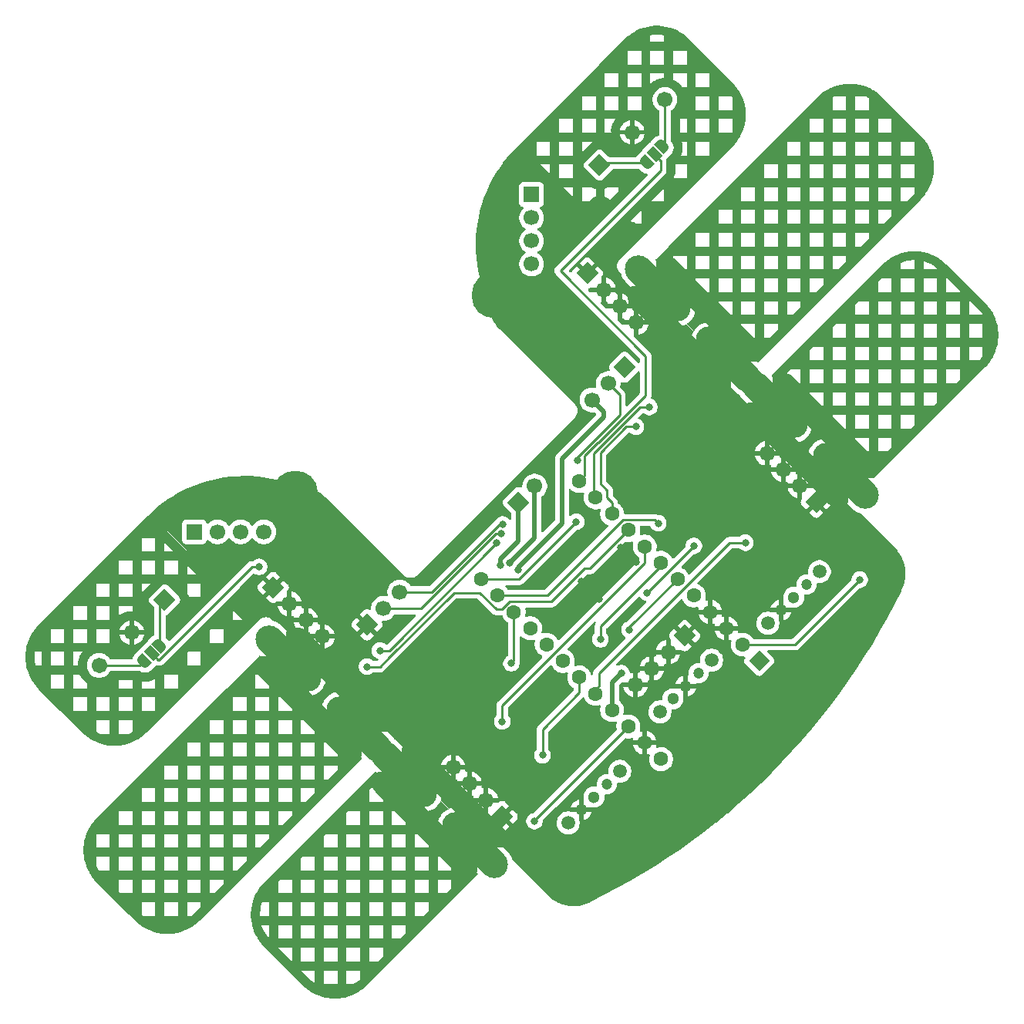
<source format=gbr>
G04 #@! TF.GenerationSoftware,KiCad,Pcbnew,9.0.2*
G04 #@! TF.CreationDate,2025-09-26T15:09:02-04:00*
G04 #@! TF.ProjectId,Trackball,54726163-6b62-4616-9c6c-2e6b69636164,rev?*
G04 #@! TF.SameCoordinates,Original*
G04 #@! TF.FileFunction,Copper,L2,Bot*
G04 #@! TF.FilePolarity,Positive*
%FSLAX46Y46*%
G04 Gerber Fmt 4.6, Leading zero omitted, Abs format (unit mm)*
G04 Created by KiCad (PCBNEW 9.0.2) date 2025-09-26 15:09:02*
%MOMM*%
%LPD*%
G01*
G04 APERTURE LIST*
G04 Aperture macros list*
%AMHorizOval*
0 Thick line with rounded ends*
0 $1 width*
0 $2 $3 position (X,Y) of the first rounded end (center of the circle)*
0 $4 $5 position (X,Y) of the second rounded end (center of the circle)*
0 Add line between two ends*
20,1,$1,$2,$3,$4,$5,0*
0 Add two circle primitives to create the rounded ends*
1,1,$1,$2,$3*
1,1,$1,$4,$5*%
%AMRotRect*
0 Rectangle, with rotation*
0 The origin of the aperture is its center*
0 $1 length*
0 $2 width*
0 $3 Rotation angle, in degrees counterclockwise*
0 Add horizontal line*
21,1,$1,$2,0,0,$3*%
%AMFreePoly0*
4,1,23,0.550000,-0.750000,0.000000,-0.750000,0.000000,-0.745722,-0.065263,-0.745722,-0.191342,-0.711940,-0.304381,-0.646677,-0.396677,-0.554382,-0.461940,-0.441342,-0.495722,-0.315263,-0.495722,-0.250000,-0.500000,-0.250000,-0.500000,0.250000,-0.495722,0.250000,-0.495722,0.315263,-0.461940,0.441342,-0.396677,0.554382,-0.304381,0.646677,-0.191342,0.711940,-0.065263,0.745722,0.000000,0.745722,
0.000000,0.750000,0.550000,0.750000,0.550000,-0.750000,0.550000,-0.750000,$1*%
%AMFreePoly1*
4,1,23,0.000000,0.745722,0.065263,0.745722,0.191342,0.711940,0.304381,0.646677,0.396677,0.554382,0.461940,0.441342,0.495722,0.315263,0.495722,0.250000,0.500000,0.250000,0.500000,-0.250000,0.495722,-0.250000,0.495722,-0.315263,0.461940,-0.441342,0.396677,-0.554382,0.304381,-0.646677,0.191342,-0.711940,0.065263,-0.745722,0.000000,-0.745722,0.000000,-0.750000,-0.550000,-0.750000,
-0.550000,0.750000,0.000000,0.750000,0.000000,0.745722,0.000000,0.745722,$1*%
G04 Aperture macros list end*
G04 #@! TA.AperFunction,ComponentPad*
%ADD10RotRect,1.701800X1.701800X315.000000*%
G04 #@! TD*
G04 #@! TA.AperFunction,ComponentPad*
%ADD11C,1.701800*%
G04 #@! TD*
G04 #@! TA.AperFunction,ComponentPad*
%ADD12RotRect,1.700000X1.700000X45.000000*%
G04 #@! TD*
G04 #@! TA.AperFunction,ComponentPad*
%ADD13C,1.700000*%
G04 #@! TD*
G04 #@! TA.AperFunction,ComponentPad*
%ADD14RotRect,1.700000X1.700000X315.000000*%
G04 #@! TD*
G04 #@! TA.AperFunction,ComponentPad*
%ADD15HorizOval,3.000000X2.121320X-2.121320X-2.121320X2.121320X0*%
G04 #@! TD*
G04 #@! TA.AperFunction,ComponentPad*
%ADD16HorizOval,2.500000X4.419417X-4.419417X-4.419417X4.419417X0*%
G04 #@! TD*
G04 #@! TA.AperFunction,ComponentPad*
%ADD17C,7.000000*%
G04 #@! TD*
G04 #@! TA.AperFunction,ComponentPad*
%ADD18RotRect,1.700000X1.700000X135.000000*%
G04 #@! TD*
G04 #@! TA.AperFunction,ComponentPad*
%ADD19RotRect,1.600000X1.600000X135.000000*%
G04 #@! TD*
G04 #@! TA.AperFunction,ComponentPad*
%ADD20C,1.600000*%
G04 #@! TD*
G04 #@! TA.AperFunction,ComponentPad*
%ADD21C,5.000000*%
G04 #@! TD*
G04 #@! TA.AperFunction,ComponentPad*
%ADD22RotRect,1.701800X1.701800X135.000000*%
G04 #@! TD*
G04 #@! TA.AperFunction,ComponentPad*
%ADD23R,1.700000X1.700000*%
G04 #@! TD*
G04 #@! TA.AperFunction,ComponentPad*
%ADD24C,1.300000*%
G04 #@! TD*
G04 #@! TA.AperFunction,ComponentPad*
%ADD25C,1.200000*%
G04 #@! TD*
G04 #@! TA.AperFunction,ComponentPad*
%ADD26C,1.500000*%
G04 #@! TD*
G04 #@! TA.AperFunction,SMDPad,CuDef*
%ADD27FreePoly0,45.000000*%
G04 #@! TD*
G04 #@! TA.AperFunction,SMDPad,CuDef*
%ADD28RotRect,1.000000X1.500000X45.000000*%
G04 #@! TD*
G04 #@! TA.AperFunction,SMDPad,CuDef*
%ADD29FreePoly1,45.000000*%
G04 #@! TD*
G04 #@! TA.AperFunction,SMDPad,CuDef*
%ADD30FreePoly0,225.000000*%
G04 #@! TD*
G04 #@! TA.AperFunction,SMDPad,CuDef*
%ADD31RotRect,1.000000X1.500000X225.000000*%
G04 #@! TD*
G04 #@! TA.AperFunction,SMDPad,CuDef*
%ADD32FreePoly1,225.000000*%
G04 #@! TD*
G04 #@! TA.AperFunction,ViaPad*
%ADD33C,0.800000*%
G04 #@! TD*
G04 #@! TA.AperFunction,Conductor*
%ADD34C,0.500000*%
G04 #@! TD*
G04 #@! TA.AperFunction,Conductor*
%ADD35C,0.250000*%
G04 #@! TD*
G04 APERTURE END LIST*
D10*
X99772443Y-80873982D03*
D11*
X96180341Y-84466084D03*
X92588238Y-88058187D03*
D12*
X146177740Y-45020133D03*
D13*
X147973791Y-46816184D03*
X149769842Y-48612235D03*
X151565894Y-50408287D03*
D12*
X111693556Y-79504316D03*
D13*
X113489607Y-81300367D03*
X115285658Y-83096418D03*
X117081710Y-84892470D03*
D14*
X156868487Y-84806910D03*
D13*
X155072436Y-86602961D03*
X153276385Y-88399012D03*
X151480333Y-90195064D03*
D15*
X166760204Y-59498851D03*
D16*
X172240281Y-61796948D03*
X169058301Y-64978928D03*
D15*
X174538378Y-67277025D03*
D17*
X142506441Y-50377174D03*
D18*
X122000344Y-83611192D03*
D13*
X123796395Y-81815141D03*
X125592446Y-80019090D03*
D19*
X165063147Y-87585132D03*
D20*
X163267096Y-85789081D03*
X161471045Y-83993030D03*
X159674994Y-82196978D03*
X157878943Y-80400927D03*
X156082891Y-78604876D03*
X154286840Y-76808825D03*
X152490789Y-75012773D03*
X150694738Y-73216722D03*
X148898686Y-71420671D03*
X147102635Y-69624620D03*
X145306584Y-67828569D03*
X134530277Y-78604876D03*
X136326328Y-80400927D03*
X138122379Y-82196978D03*
X139918430Y-83993030D03*
X141714481Y-85789081D03*
X143510533Y-87585132D03*
X145306584Y-89381183D03*
X147102635Y-91177235D03*
X148898686Y-92973286D03*
X150694738Y-94769337D03*
X152490789Y-96565388D03*
X154286840Y-98361439D03*
D21*
X135930348Y-47421467D03*
D14*
X150284616Y-55326921D03*
D13*
X148488565Y-57122972D03*
X146692514Y-58919023D03*
D17*
X152405936Y-67347736D03*
D15*
X113373642Y-87288148D03*
D16*
X118853719Y-89586245D03*
X115671739Y-92768225D03*
D15*
X121151816Y-95066322D03*
D21*
X114094891Y-69228640D03*
D17*
X134021160Y-85732513D03*
D15*
X126101564Y-100016070D03*
D16*
X131581641Y-102314167D03*
X128399661Y-105496147D03*
D15*
X133879738Y-107794244D03*
X153961571Y-46700219D03*
D16*
X159441648Y-48998316D03*
X156259668Y-52180296D03*
D15*
X161739745Y-54478393D03*
D22*
X147524778Y-33121647D03*
D11*
X151116880Y-29529545D03*
X154708983Y-25937442D03*
D17*
X117050597Y-75833018D03*
D12*
X136838273Y-104649033D03*
D13*
X135042222Y-102852982D03*
X133246171Y-101056931D03*
X131450119Y-99260879D03*
D12*
X171322457Y-70164850D03*
D13*
X169526406Y-68368799D03*
X167730355Y-66572748D03*
X165934303Y-64776696D03*
D23*
X103041325Y-73400570D03*
D13*
X105581325Y-73400570D03*
X108121324Y-73400570D03*
X110661325Y-73400570D03*
D24*
X155587917Y-91742920D03*
X157002131Y-90328706D03*
D25*
X158416344Y-88914493D03*
D26*
X154173703Y-93157134D03*
X159830558Y-87500279D03*
D23*
X140073994Y-36376459D03*
D13*
X140073994Y-38916459D03*
X140073994Y-41456458D03*
X140073994Y-43996459D03*
D27*
X152628675Y-32879816D03*
D28*
X153547914Y-31960577D03*
D29*
X154467153Y-31041338D03*
D30*
X99266862Y-85838578D03*
D31*
X98347623Y-86757817D03*
D32*
X97428384Y-87677056D03*
D24*
X167431955Y-82020202D03*
X168846169Y-80605988D03*
D25*
X170260382Y-79191775D03*
D26*
X166017741Y-83434416D03*
X171674596Y-77777561D03*
D14*
X138617354Y-70176163D03*
D13*
X140413405Y-68380112D03*
D24*
X145511645Y-103940512D03*
X146925859Y-102526298D03*
D25*
X148340072Y-101112085D03*
D26*
X144097431Y-105354726D03*
X149754286Y-99697871D03*
D33*
X151522053Y-76716901D03*
X139678014Y-87146726D03*
X142683218Y-89798377D03*
X162305431Y-60276669D03*
X150814946Y-40654455D03*
X128541082Y-78484668D03*
X149869070Y-75138405D03*
X176447567Y-81489872D03*
X147279412Y-94748124D03*
X141976111Y-71767154D03*
X172912033Y-85025406D03*
X145158092Y-61867659D03*
X169376499Y-92096474D03*
X151698829Y-106238609D03*
X142329664Y-64696086D03*
X144698472Y-40689811D03*
X158769897Y-56741135D03*
X169376499Y-88560940D03*
X165840965Y-95632008D03*
X146925859Y-72120707D03*
X148163295Y-109774143D03*
X147597610Y-37790673D03*
X156948861Y-104417573D03*
X136319257Y-70706494D03*
X155234363Y-53205601D03*
X142859995Y-76186571D03*
X150848893Y-58719625D03*
X162305431Y-99167541D03*
X147456189Y-80782765D03*
X145511645Y-78838222D03*
X158769897Y-102703075D03*
X149223956Y-85378959D03*
X138579384Y-77598170D03*
X149931062Y-88914493D03*
X150814946Y-84141522D03*
X136708310Y-73634012D03*
X176094013Y-78661445D03*
X136899130Y-72601494D03*
X110156306Y-77247231D03*
X122000344Y-88207386D03*
X136849587Y-94217794D03*
X151522053Y-61867659D03*
X152996376Y-59694013D03*
X137691463Y-76815791D03*
X136672810Y-77070455D03*
X147632965Y-85202183D03*
X136261225Y-74618258D03*
X123414558Y-86439619D03*
X140385121Y-105177949D03*
X145090198Y-65579969D03*
X152759489Y-80075658D03*
X157886014Y-74949134D03*
X144981315Y-72297484D03*
X153984490Y-72456583D03*
X137842353Y-87836157D03*
X141269004Y-97930105D03*
X163542868Y-74595581D03*
D34*
X148898686Y-89946869D02*
X148898686Y-92973286D01*
X143390325Y-72474260D02*
X138579384Y-77285201D01*
X138579384Y-77285201D02*
X138579384Y-77598170D01*
X149931062Y-88914493D02*
X148898686Y-89946869D01*
X147986519Y-60806999D02*
X143390325Y-65403193D01*
X143390325Y-65403193D02*
X143390325Y-72474260D01*
X146692513Y-58919023D02*
X147986519Y-60213029D01*
X147986519Y-60213029D02*
X147986519Y-60806999D01*
D35*
X136149455Y-73634012D02*
X136708310Y-73634012D01*
X127968326Y-81815141D02*
X136149455Y-73634012D01*
X150814946Y-84141522D02*
X150814946Y-83872822D01*
X123796396Y-81815141D02*
X127968326Y-81815141D01*
X150814946Y-83872822D02*
X156082891Y-78604876D01*
X168966377Y-85789081D02*
X163267096Y-85789081D01*
X176094013Y-78661445D02*
X168966377Y-85789081D01*
X136852297Y-72648327D02*
X136899130Y-72601494D01*
X136498744Y-72648327D02*
X136852297Y-72648327D01*
X129127981Y-80019090D02*
X136498744Y-72648327D01*
X125592447Y-80019090D02*
X129127981Y-80019090D01*
X124475218Y-87146726D02*
X123414558Y-88207386D01*
X134374713Y-80075658D02*
X131546286Y-80075658D01*
X142218228Y-81070978D02*
X137655975Y-81070978D01*
X123414558Y-88207386D02*
X122000344Y-88207386D01*
X99169281Y-87464924D02*
X109386974Y-77247231D01*
X99054729Y-87464924D02*
X99169281Y-87464924D01*
X150694738Y-73216723D02*
X146487452Y-77424008D01*
X145865198Y-77424008D02*
X142218228Y-81070978D01*
X131546286Y-80075658D02*
X124475218Y-87146726D01*
X98347623Y-86757817D02*
X99054729Y-87464924D01*
X136820441Y-81906512D02*
X136205567Y-81906512D01*
X137655975Y-81070978D02*
X136820441Y-81906512D01*
X109386974Y-77247231D02*
X110156306Y-77247231D01*
X136205567Y-81906512D02*
X134374713Y-80075658D01*
X146487452Y-77424008D02*
X145865198Y-77424008D01*
X152490789Y-75012774D02*
X152490789Y-76808825D01*
X152490789Y-76808825D02*
X136849587Y-92450027D01*
X136849587Y-92450027D02*
X136849587Y-94217794D01*
X147632965Y-64696086D02*
X150461392Y-61867659D01*
X147632965Y-68111720D02*
X147632965Y-64696086D01*
X148340072Y-68818827D02*
X147632965Y-68111720D01*
X148898686Y-71420671D02*
X148898686Y-70204448D01*
X148340072Y-69645833D02*
X148340072Y-68818827D01*
X148898686Y-70204448D02*
X148340072Y-69645833D01*
X150461392Y-61867659D02*
X151522053Y-61867659D01*
X147102635Y-69624620D02*
X146925859Y-69447843D01*
X151998643Y-59694013D02*
X152996376Y-59694013D01*
X146925859Y-69447843D02*
X146925859Y-64766797D01*
X146925859Y-64766797D02*
X151998643Y-59694013D01*
X152582713Y-54089484D02*
X143213548Y-44720319D01*
X152582713Y-58473546D02*
X152582713Y-54089484D01*
X145865198Y-67269955D02*
X145865198Y-65049639D01*
X154255020Y-32667684D02*
X153547914Y-31960577D01*
X145306584Y-67828569D02*
X145865198Y-67269955D01*
X143213548Y-44720319D02*
X154255020Y-33678847D01*
X154255020Y-33678847D02*
X154255020Y-32667684D01*
X147298651Y-63616187D02*
X147440072Y-63616187D01*
X147440072Y-63616187D02*
X152582713Y-58473546D01*
X145865198Y-65049639D02*
X147298651Y-63616187D01*
D34*
X140413405Y-74093849D02*
X137691463Y-76815791D01*
X140413405Y-68380112D02*
X140413405Y-74093849D01*
X138617354Y-70176163D02*
X138617354Y-74418804D01*
X138617354Y-74418804D02*
X136672810Y-76363348D01*
X136672810Y-76363348D02*
X136672810Y-77070455D01*
D35*
X147632965Y-85202183D02*
X147632965Y-83787969D01*
X154286840Y-77134094D02*
X154286840Y-76808825D01*
X124439863Y-86439619D02*
X123414558Y-86439619D01*
X136261225Y-74618258D02*
X124439863Y-86439619D01*
X147632965Y-83787969D02*
X154286840Y-77134094D01*
X150694738Y-94769337D02*
X140385121Y-105078954D01*
X140385121Y-105078954D02*
X140385121Y-105177949D01*
X149754286Y-58388693D02*
X149754286Y-60524156D01*
X149754286Y-60524156D02*
X145090198Y-65188244D01*
X148488564Y-57122972D02*
X149754286Y-58388693D01*
X145090198Y-65188244D02*
X145090198Y-65579969D01*
X134530277Y-78604876D02*
X138673922Y-78604876D01*
X157886014Y-74949134D02*
X152759489Y-80075658D01*
X138673922Y-78604876D02*
X144981315Y-72297484D01*
X141827619Y-80400928D02*
X150137824Y-72090722D01*
X150137824Y-72090722D02*
X153618629Y-72090722D01*
X153618629Y-72090722D02*
X153984490Y-72456583D01*
X136326328Y-80400928D02*
X141827619Y-80400928D01*
X138122379Y-82196979D02*
X138122379Y-87556131D01*
X138122379Y-87556131D02*
X137842353Y-87836157D01*
X145306584Y-91064098D02*
X145306584Y-89381184D01*
X141269004Y-95101677D02*
X141269004Y-97930105D01*
X141269004Y-95101677D02*
X145306584Y-91064098D01*
X163542868Y-74595581D02*
X161775101Y-74595581D01*
X161775101Y-74595581D02*
X147456189Y-88914493D01*
X147102635Y-90682260D02*
X147102635Y-91177235D01*
X147456189Y-88914493D02*
X147456189Y-90328707D01*
X147456189Y-90328707D02*
X147102635Y-90682260D01*
X147766608Y-32879816D02*
X147524778Y-33121647D01*
X152628675Y-32879816D02*
X147766608Y-32879816D01*
X154708983Y-30799508D02*
X154467152Y-31041339D01*
X154708983Y-25937442D02*
X154708983Y-30799508D01*
X99266861Y-81379563D02*
X99266861Y-85838579D01*
X99772443Y-80873982D02*
X99266861Y-81379563D01*
X92588238Y-88058187D02*
X97047253Y-88058187D01*
X97047253Y-88058187D02*
X97428384Y-87677056D01*
G04 #@! TA.AperFunction,Conductor*
G36*
X146667002Y-40241245D02*
G01*
X146732115Y-40305845D01*
X142809715Y-44228248D01*
X142721479Y-44316483D01*
X142721474Y-44316490D01*
X142652149Y-44420242D01*
X142604394Y-44535531D01*
X142580048Y-44657922D01*
X142580048Y-44657925D01*
X142580048Y-44782713D01*
X142604393Y-44905104D01*
X142652148Y-45020394D01*
X142721477Y-45124152D01*
X142721479Y-45124154D01*
X151912308Y-54314983D01*
X151946334Y-54377295D01*
X151949213Y-54404078D01*
X151949213Y-54766117D01*
X151929211Y-54834238D01*
X151875555Y-54880731D01*
X151805281Y-54890835D01*
X151740701Y-54861341D01*
X151734118Y-54855212D01*
X150609803Y-53730897D01*
X150609793Y-53730888D01*
X150609788Y-53730883D01*
X150562359Y-53692663D01*
X150429350Y-53631920D01*
X150284616Y-53611111D01*
X150139881Y-53631920D01*
X150006872Y-53692663D01*
X149959447Y-53730880D01*
X149959428Y-53730897D01*
X148688592Y-55001733D01*
X148688575Y-55001752D01*
X148650358Y-55049177D01*
X148589615Y-55182186D01*
X148568806Y-55326921D01*
X148589615Y-55471655D01*
X148641894Y-55586130D01*
X148651997Y-55656404D01*
X148622504Y-55720985D01*
X148562778Y-55759368D01*
X148527280Y-55764472D01*
X148381649Y-55764472D01*
X148170449Y-55797923D01*
X148170443Y-55797924D01*
X147967086Y-55863998D01*
X147967080Y-55864001D01*
X147776552Y-55961080D01*
X147603558Y-56086768D01*
X147603555Y-56086770D01*
X147452363Y-56237962D01*
X147452361Y-56237965D01*
X147326673Y-56410959D01*
X147229594Y-56601487D01*
X147229591Y-56601493D01*
X147163517Y-56804850D01*
X147163516Y-56804855D01*
X147163516Y-56804856D01*
X147130065Y-57016056D01*
X147130065Y-57229888D01*
X147150591Y-57359481D01*
X147163518Y-57441102D01*
X147163820Y-57442357D01*
X147163795Y-57442847D01*
X147164291Y-57445977D01*
X147163633Y-57446081D01*
X147160265Y-57513265D01*
X147118938Y-57570993D01*
X147052961Y-57597215D01*
X147015552Y-57594539D01*
X147015519Y-57594749D01*
X147013077Y-57594362D01*
X147011899Y-57594278D01*
X147010644Y-57593976D01*
X146944341Y-57583474D01*
X146799430Y-57560523D01*
X146585598Y-57560523D01*
X146374398Y-57593974D01*
X146374392Y-57593975D01*
X146171035Y-57660049D01*
X146171029Y-57660052D01*
X145980501Y-57757131D01*
X145807507Y-57882819D01*
X145807504Y-57882821D01*
X145656312Y-58034013D01*
X145656310Y-58034016D01*
X145530622Y-58207010D01*
X145433543Y-58397538D01*
X145433540Y-58397544D01*
X145367466Y-58600901D01*
X145367466Y-58600904D01*
X145367465Y-58600907D01*
X145334014Y-58812107D01*
X145334014Y-59025939D01*
X145365666Y-59225778D01*
X145367466Y-59237144D01*
X145432792Y-59438198D01*
X145433542Y-59440506D01*
X145530620Y-59631032D01*
X145656308Y-59804027D01*
X145656310Y-59804029D01*
X145656312Y-59804032D01*
X145807504Y-59955224D01*
X145807507Y-59955226D01*
X145807510Y-59955229D01*
X145980505Y-60080917D01*
X146171031Y-60177995D01*
X146374392Y-60244070D01*
X146374393Y-60244070D01*
X146374398Y-60244072D01*
X146585598Y-60277523D01*
X146585601Y-60277523D01*
X146799427Y-60277523D01*
X146799430Y-60277523D01*
X146890462Y-60263104D01*
X146895974Y-60263816D01*
X146901183Y-60261874D01*
X146930804Y-60268317D01*
X146960871Y-60272203D01*
X146966565Y-60276096D01*
X146970557Y-60276965D01*
X146999267Y-60298458D01*
X147121728Y-60420919D01*
X147155754Y-60483231D01*
X147150689Y-60554046D01*
X147121728Y-60599109D01*
X142801163Y-64919673D01*
X142801158Y-64919679D01*
X142718152Y-65043907D01*
X142663108Y-65176795D01*
X142660974Y-65181946D01*
X142647716Y-65248599D01*
X142647310Y-65250639D01*
X142631825Y-65328481D01*
X142631825Y-72107889D01*
X142611823Y-72176010D01*
X142594920Y-72196984D01*
X141387000Y-73404904D01*
X141324688Y-73438930D01*
X141253873Y-73433865D01*
X141197037Y-73391318D01*
X141172226Y-73324798D01*
X141171905Y-73315809D01*
X141171905Y-69572428D01*
X141191907Y-69504307D01*
X141223844Y-69470492D01*
X141298409Y-69416318D01*
X141449611Y-69265116D01*
X141575299Y-69092121D01*
X141672377Y-68901595D01*
X141738454Y-68698228D01*
X141771905Y-68487028D01*
X141771905Y-68273196D01*
X141738454Y-68061996D01*
X141672377Y-67858629D01*
X141575299Y-67668103D01*
X141449611Y-67495108D01*
X141449608Y-67495105D01*
X141449606Y-67495102D01*
X141298414Y-67343910D01*
X141298411Y-67343908D01*
X141298409Y-67343906D01*
X141131689Y-67222777D01*
X141125417Y-67218220D01*
X141125416Y-67218219D01*
X141125414Y-67218218D01*
X140934888Y-67121140D01*
X140934885Y-67121139D01*
X140934883Y-67121138D01*
X140731525Y-67055064D01*
X140731528Y-67055064D01*
X140663181Y-67044239D01*
X140520321Y-67021612D01*
X140306489Y-67021612D01*
X140095289Y-67055063D01*
X140095283Y-67055064D01*
X139891926Y-67121138D01*
X139891920Y-67121141D01*
X139701392Y-67218220D01*
X139528398Y-67343908D01*
X139528395Y-67343910D01*
X139377203Y-67495102D01*
X139377201Y-67495105D01*
X139251513Y-67668099D01*
X139154434Y-67858627D01*
X139154431Y-67858633D01*
X139088357Y-68061990D01*
X139088356Y-68061995D01*
X139088356Y-68061996D01*
X139073601Y-68155158D01*
X139054905Y-68273199D01*
X139054905Y-68418827D01*
X139034903Y-68486948D01*
X138981247Y-68533441D01*
X138910973Y-68543545D01*
X138876563Y-68533441D01*
X138871257Y-68531018D01*
X138762088Y-68481162D01*
X138617354Y-68460353D01*
X138472619Y-68481162D01*
X138339610Y-68541905D01*
X138292185Y-68580122D01*
X138292166Y-68580139D01*
X137021330Y-69850975D01*
X137021313Y-69850994D01*
X136983096Y-69898419D01*
X136925945Y-70023564D01*
X136922353Y-70031429D01*
X136901544Y-70176163D01*
X136922353Y-70320897D01*
X136983096Y-70453906D01*
X137021316Y-70501335D01*
X137821950Y-71301969D01*
X137855974Y-71364280D01*
X137858854Y-71391063D01*
X137858854Y-71987199D01*
X137838852Y-72055320D01*
X137785196Y-72101813D01*
X137714922Y-72111917D01*
X137650342Y-72082423D01*
X137628089Y-72057201D01*
X137604811Y-72022363D01*
X137604805Y-72022356D01*
X137478267Y-71895818D01*
X137478265Y-71895816D01*
X137329466Y-71796392D01*
X137212559Y-71747967D01*
X137164133Y-71727908D01*
X137164131Y-71727907D01*
X137164130Y-71727907D01*
X137075775Y-71710332D01*
X136988611Y-71692994D01*
X136988609Y-71692994D01*
X136809651Y-71692994D01*
X136809648Y-71692994D01*
X136682197Y-71718346D01*
X136634130Y-71727907D01*
X136634129Y-71727907D01*
X136634126Y-71727908D01*
X136468792Y-71796393D01*
X136319999Y-71895813D01*
X136319992Y-71895818D01*
X136193454Y-72022356D01*
X136193448Y-72022363D01*
X136125227Y-72124464D01*
X136098649Y-72151057D01*
X136099694Y-72152331D01*
X136094903Y-72156262D01*
X128902482Y-79348685D01*
X128840170Y-79382711D01*
X128813387Y-79385590D01*
X126871555Y-79385590D01*
X126803434Y-79365588D01*
X126759290Y-79316796D01*
X126756501Y-79311323D01*
X126754340Y-79307081D01*
X126747906Y-79298226D01*
X126706024Y-79240580D01*
X126628652Y-79134086D01*
X126628649Y-79134083D01*
X126628647Y-79134080D01*
X126477455Y-78982888D01*
X126477452Y-78982886D01*
X126477450Y-78982884D01*
X126304455Y-78857196D01*
X126113929Y-78760118D01*
X126113926Y-78760117D01*
X126113924Y-78760116D01*
X125910566Y-78694042D01*
X125910569Y-78694042D01*
X125871247Y-78687814D01*
X125699362Y-78660590D01*
X125485530Y-78660590D01*
X125274330Y-78694041D01*
X125274324Y-78694042D01*
X125070967Y-78760116D01*
X125070961Y-78760119D01*
X124880433Y-78857198D01*
X124707439Y-78982886D01*
X124707436Y-78982888D01*
X124556244Y-79134080D01*
X124556242Y-79134083D01*
X124430554Y-79307077D01*
X124333475Y-79497605D01*
X124333472Y-79497611D01*
X124267398Y-79700968D01*
X124267397Y-79700973D01*
X124267397Y-79700974D01*
X124233946Y-79912174D01*
X124233946Y-80126006D01*
X124255888Y-80264544D01*
X124267399Y-80337220D01*
X124267701Y-80338475D01*
X124267676Y-80338965D01*
X124268172Y-80342095D01*
X124267514Y-80342199D01*
X124264146Y-80409383D01*
X124222819Y-80467111D01*
X124156842Y-80493333D01*
X124119433Y-80490657D01*
X124119400Y-80490867D01*
X124116958Y-80490480D01*
X124115780Y-80490396D01*
X124114525Y-80490094D01*
X124048222Y-80479592D01*
X123903311Y-80456641D01*
X123689479Y-80456641D01*
X123478279Y-80490092D01*
X123478273Y-80490093D01*
X123274916Y-80556167D01*
X123274910Y-80556170D01*
X123084382Y-80653249D01*
X122911388Y-80778937D01*
X122911385Y-80778939D01*
X122760193Y-80930131D01*
X122760191Y-80930134D01*
X122634503Y-81103128D01*
X122537424Y-81293656D01*
X122537421Y-81293662D01*
X122471347Y-81497019D01*
X122471346Y-81497024D01*
X122471346Y-81497025D01*
X122438197Y-81706324D01*
X122437895Y-81708228D01*
X122437895Y-81854406D01*
X122417893Y-81922527D01*
X122364237Y-81969020D01*
X122293963Y-81979124D01*
X122259553Y-81969020D01*
X122144936Y-81916676D01*
X122000344Y-81895887D01*
X121855751Y-81916676D01*
X121722874Y-81977359D01*
X121675495Y-82015539D01*
X121675476Y-82015556D01*
X121219698Y-82471335D01*
X121219698Y-82471336D01*
X121875396Y-83127034D01*
X121807351Y-83145267D01*
X121693337Y-83211093D01*
X121600245Y-83304185D01*
X121534419Y-83418199D01*
X121516186Y-83486243D01*
X120860489Y-82830546D01*
X120860487Y-82830546D01*
X120404708Y-83286324D01*
X120404691Y-83286343D01*
X120366511Y-83333722D01*
X120305828Y-83466599D01*
X120285039Y-83611192D01*
X120305828Y-83755784D01*
X120366511Y-83888661D01*
X120404691Y-83936040D01*
X120404708Y-83936059D01*
X120860487Y-84391838D01*
X120860489Y-84391838D01*
X121516186Y-83736140D01*
X121534419Y-83804185D01*
X121600245Y-83918199D01*
X121693337Y-84011291D01*
X121807351Y-84077117D01*
X121875395Y-84095349D01*
X121219698Y-84751047D01*
X121219698Y-84751049D01*
X121675476Y-85206827D01*
X121675495Y-85206844D01*
X121722874Y-85245024D01*
X121855752Y-85305707D01*
X121855751Y-85305707D01*
X122000344Y-85326496D01*
X122144936Y-85305707D01*
X122277813Y-85245024D01*
X122325192Y-85206844D01*
X122325211Y-85206827D01*
X122780990Y-84751049D01*
X122780990Y-84751047D01*
X122125292Y-84095349D01*
X122193337Y-84077117D01*
X122307351Y-84011291D01*
X122400443Y-83918199D01*
X122466269Y-83804185D01*
X122484501Y-83736140D01*
X123140199Y-84391838D01*
X123140201Y-84391838D01*
X123595979Y-83936059D01*
X123595996Y-83936040D01*
X123634176Y-83888661D01*
X123694859Y-83755784D01*
X123715648Y-83611192D01*
X123694859Y-83466599D01*
X123642516Y-83351983D01*
X123632413Y-83281709D01*
X123661906Y-83217128D01*
X123721632Y-83178745D01*
X123757130Y-83173641D01*
X123903308Y-83173641D01*
X123903311Y-83173641D01*
X124114511Y-83140190D01*
X124317878Y-83074113D01*
X124508404Y-82977035D01*
X124681399Y-82851347D01*
X124832601Y-82700145D01*
X124958289Y-82527150D01*
X124963239Y-82517435D01*
X125011988Y-82465821D01*
X125075504Y-82448641D01*
X127230747Y-82448641D01*
X127298868Y-82468643D01*
X127345361Y-82522299D01*
X127355465Y-82592573D01*
X127325971Y-82657153D01*
X127319842Y-82663736D01*
X124214364Y-85769214D01*
X124186995Y-85784158D01*
X124160767Y-85801015D01*
X124154468Y-85801920D01*
X124152052Y-85803240D01*
X124125269Y-85806119D01*
X124118061Y-85806119D01*
X124049940Y-85786117D01*
X124028966Y-85769214D01*
X123993695Y-85733943D01*
X123993693Y-85733941D01*
X123844894Y-85634517D01*
X123727987Y-85586092D01*
X123679561Y-85566033D01*
X123679559Y-85566032D01*
X123679558Y-85566032D01*
X123591203Y-85548457D01*
X123504039Y-85531119D01*
X123504037Y-85531119D01*
X123325079Y-85531119D01*
X123325076Y-85531119D01*
X123194329Y-85557126D01*
X123149558Y-85566032D01*
X123149557Y-85566032D01*
X123149554Y-85566033D01*
X122984220Y-85634518D01*
X122835427Y-85733938D01*
X122835420Y-85733943D01*
X122708882Y-85860481D01*
X122708877Y-85860488D01*
X122609457Y-86009281D01*
X122540972Y-86174615D01*
X122506058Y-86350137D01*
X122506058Y-86529100D01*
X122508296Y-86540349D01*
X122540971Y-86704619D01*
X122609456Y-86869955D01*
X122708880Y-87018754D01*
X122835423Y-87145297D01*
X122984222Y-87244721D01*
X123112944Y-87298040D01*
X123149550Y-87313203D01*
X123149552Y-87313203D01*
X123149558Y-87313206D01*
X123149563Y-87313207D01*
X123150375Y-87313453D01*
X123150754Y-87313701D01*
X123155277Y-87315575D01*
X123155189Y-87315786D01*
X123157844Y-87315976D01*
X123183226Y-87334975D01*
X123209762Y-87352360D01*
X123211421Y-87356080D01*
X123214681Y-87358520D01*
X123225765Y-87388233D01*
X123238686Y-87417198D01*
X123238071Y-87421222D01*
X123239495Y-87425040D01*
X123232752Y-87456038D01*
X123227965Y-87487380D01*
X123225022Y-87491578D01*
X123224406Y-87494414D01*
X123202915Y-87523125D01*
X123189060Y-87536979D01*
X123126752Y-87571006D01*
X123099964Y-87573886D01*
X122703847Y-87573886D01*
X122635726Y-87553884D01*
X122614752Y-87536981D01*
X122579481Y-87501710D01*
X122579479Y-87501708D01*
X122430680Y-87402284D01*
X122299915Y-87348119D01*
X122265347Y-87333800D01*
X122265345Y-87333799D01*
X122265344Y-87333799D01*
X122173725Y-87315575D01*
X122089825Y-87298886D01*
X122089823Y-87298886D01*
X121910865Y-87298886D01*
X121910862Y-87298886D01*
X121780115Y-87324893D01*
X121735344Y-87333799D01*
X121735343Y-87333799D01*
X121735340Y-87333800D01*
X121604246Y-87388102D01*
X121572546Y-87401233D01*
X121570006Y-87402285D01*
X121421213Y-87501705D01*
X121421206Y-87501710D01*
X121294668Y-87628248D01*
X121294663Y-87628255D01*
X121195243Y-87777048D01*
X121126758Y-87942382D01*
X121091844Y-88117904D01*
X121091844Y-88296867D01*
X121104245Y-88359210D01*
X121124334Y-88460207D01*
X121126758Y-88472389D01*
X121142611Y-88510660D01*
X121195242Y-88637722D01*
X121294666Y-88786521D01*
X121421209Y-88913064D01*
X121570008Y-89012488D01*
X121735344Y-89080973D01*
X121910865Y-89115886D01*
X121910866Y-89115886D01*
X122089822Y-89115886D01*
X122089823Y-89115886D01*
X122265344Y-89080973D01*
X122430680Y-89012488D01*
X122579479Y-88913064D01*
X122614752Y-88877791D01*
X122677064Y-88843765D01*
X122703847Y-88840886D01*
X123476951Y-88840886D01*
X123476952Y-88840886D01*
X123599343Y-88816541D01*
X123714633Y-88768786D01*
X123818391Y-88699457D01*
X124967290Y-87550559D01*
X124967291Y-87550556D01*
X124974467Y-87543381D01*
X124974473Y-87543373D01*
X131771785Y-80746063D01*
X131834097Y-80712037D01*
X131860880Y-80709158D01*
X134060119Y-80709158D01*
X134128240Y-80729160D01*
X134149209Y-80746058D01*
X135801734Y-82398584D01*
X135905492Y-82467913D01*
X135987014Y-82501680D01*
X136020782Y-82515667D01*
X136143173Y-82540012D01*
X136143174Y-82540012D01*
X136267961Y-82540012D01*
X136758047Y-82540012D01*
X136766456Y-82540012D01*
X136834577Y-82560014D01*
X136881070Y-82613670D01*
X136886289Y-82627076D01*
X136908786Y-82696319D01*
X136909745Y-82699268D01*
X137003250Y-82882781D01*
X137124311Y-83049408D01*
X137124313Y-83049410D01*
X137124315Y-83049413D01*
X137269943Y-83195041D01*
X137269946Y-83195043D01*
X137269949Y-83195046D01*
X137436576Y-83316107D01*
X137436583Y-83316111D01*
X137436939Y-83316369D01*
X137480294Y-83372591D01*
X137488879Y-83418306D01*
X137488879Y-86915026D01*
X137468877Y-86983147D01*
X137417315Y-87027824D01*
X137417481Y-87028134D01*
X137416118Y-87028862D01*
X137415221Y-87029640D01*
X137412222Y-87030945D01*
X137412018Y-87031054D01*
X137263222Y-87130476D01*
X137263215Y-87130481D01*
X137136677Y-87257019D01*
X137136672Y-87257026D01*
X137039614Y-87402285D01*
X137037251Y-87405821D01*
X137030872Y-87421222D01*
X136968767Y-87571153D01*
X136933853Y-87746675D01*
X136933853Y-87925638D01*
X136945338Y-87983375D01*
X136968222Y-88098424D01*
X136968767Y-88101160D01*
X136972177Y-88109392D01*
X137037251Y-88266493D01*
X137136675Y-88415292D01*
X137263218Y-88541835D01*
X137412017Y-88641259D01*
X137577353Y-88709744D01*
X137752874Y-88744657D01*
X137752875Y-88744657D01*
X137931831Y-88744657D01*
X137931832Y-88744657D01*
X138107353Y-88709744D01*
X138272689Y-88641259D01*
X138421488Y-88541835D01*
X138548031Y-88415292D01*
X138647455Y-88266493D01*
X138715940Y-88101157D01*
X138750853Y-87925636D01*
X138750853Y-87746678D01*
X138750852Y-87746675D01*
X138750852Y-87746672D01*
X138745510Y-87719818D01*
X138745510Y-87670647D01*
X138750417Y-87645986D01*
X138753945Y-87628251D01*
X138755878Y-87618532D01*
X138755879Y-87618522D01*
X138755879Y-84985168D01*
X138775881Y-84917047D01*
X138829537Y-84870554D01*
X138899811Y-84860450D01*
X138964391Y-84889944D01*
X138970974Y-84896073D01*
X139065994Y-84991093D01*
X139065997Y-84991095D01*
X139066000Y-84991098D01*
X139232627Y-85112159D01*
X139416140Y-85205664D01*
X139612022Y-85269310D01*
X139815449Y-85301530D01*
X139815452Y-85301530D01*
X140021408Y-85301530D01*
X140021411Y-85301530D01*
X140224838Y-85269310D01*
X140305710Y-85243032D01*
X140376674Y-85241005D01*
X140437472Y-85277667D01*
X140468798Y-85341379D01*
X140464477Y-85401802D01*
X140438202Y-85482668D01*
X140438201Y-85482671D01*
X140438201Y-85482673D01*
X140405981Y-85686100D01*
X140405981Y-85892062D01*
X140435078Y-86075770D01*
X140438202Y-86095493D01*
X140499762Y-86284956D01*
X140501847Y-86291371D01*
X140595352Y-86474884D01*
X140716413Y-86641511D01*
X140716415Y-86641513D01*
X140716417Y-86641516D01*
X140862045Y-86787144D01*
X140862048Y-86787146D01*
X140862051Y-86787149D01*
X141028678Y-86908210D01*
X141183406Y-86987048D01*
X141235021Y-87035797D01*
X141252087Y-87104712D01*
X141229186Y-87171913D01*
X141215298Y-87188410D01*
X136445754Y-91957956D01*
X136357518Y-92046191D01*
X136357513Y-92046198D01*
X136323045Y-92097784D01*
X136288187Y-92149952D01*
X136240432Y-92265242D01*
X136232406Y-92305590D01*
X136216087Y-92387630D01*
X136216087Y-93514291D01*
X136196085Y-93582412D01*
X136179182Y-93603386D01*
X136143911Y-93638656D01*
X136143906Y-93638663D01*
X136044486Y-93787456D01*
X135976001Y-93952790D01*
X135941087Y-94128312D01*
X135941087Y-94307275D01*
X135956477Y-94384644D01*
X135976000Y-94482794D01*
X136044485Y-94648130D01*
X136143909Y-94796929D01*
X136270452Y-94923472D01*
X136419251Y-95022896D01*
X136584587Y-95091381D01*
X136760108Y-95126294D01*
X136760109Y-95126294D01*
X136939065Y-95126294D01*
X136939066Y-95126294D01*
X137114587Y-95091381D01*
X137279923Y-95022896D01*
X137428722Y-94923472D01*
X137555265Y-94796929D01*
X137654689Y-94648130D01*
X137723174Y-94482794D01*
X137758087Y-94307273D01*
X137758087Y-94128315D01*
X137723174Y-93952794D01*
X137654689Y-93787458D01*
X137555265Y-93638659D01*
X137519992Y-93603386D01*
X137485966Y-93541074D01*
X137483087Y-93514291D01*
X137483087Y-92764620D01*
X137503089Y-92696499D01*
X137519987Y-92675530D01*
X142111205Y-88084311D01*
X142173515Y-88050287D01*
X142244330Y-88055352D01*
X142301166Y-88097899D01*
X142312563Y-88116202D01*
X142391404Y-88270935D01*
X142512465Y-88437562D01*
X142512467Y-88437564D01*
X142512469Y-88437567D01*
X142658097Y-88583195D01*
X142658100Y-88583197D01*
X142658103Y-88583200D01*
X142824730Y-88704261D01*
X143008243Y-88797766D01*
X143204125Y-88861412D01*
X143407552Y-88893632D01*
X143407555Y-88893632D01*
X143613511Y-88893632D01*
X143613514Y-88893632D01*
X143816941Y-88861412D01*
X143897813Y-88835134D01*
X143968777Y-88833107D01*
X144029575Y-88869769D01*
X144060901Y-88933481D01*
X144056580Y-88993904D01*
X144030305Y-89074770D01*
X144030304Y-89074773D01*
X144030304Y-89074775D01*
X143998084Y-89278202D01*
X143998084Y-89484164D01*
X144030304Y-89687591D01*
X144030305Y-89687595D01*
X144092879Y-89880179D01*
X144093950Y-89883473D01*
X144187455Y-90066986D01*
X144308516Y-90233613D01*
X144308518Y-90233615D01*
X144308520Y-90233618D01*
X144454148Y-90379246D01*
X144454151Y-90379248D01*
X144454154Y-90379251D01*
X144620781Y-90500312D01*
X144620788Y-90500316D01*
X144621144Y-90500574D01*
X144624540Y-90504977D01*
X144629596Y-90507287D01*
X144645980Y-90532781D01*
X144664499Y-90556796D01*
X144665772Y-90563578D01*
X144667980Y-90567013D01*
X144673084Y-90602511D01*
X144673084Y-90749503D01*
X144653082Y-90817624D01*
X144636179Y-90838598D01*
X140776935Y-94697841D01*
X140776930Y-94697848D01*
X140707605Y-94801600D01*
X140678314Y-94872315D01*
X140659849Y-94916892D01*
X140658540Y-94923474D01*
X140635504Y-95039280D01*
X140635504Y-97226602D01*
X140615502Y-97294723D01*
X140598599Y-97315697D01*
X140563328Y-97350967D01*
X140563323Y-97350974D01*
X140469841Y-97490881D01*
X140463902Y-97499769D01*
X140460077Y-97509003D01*
X140395418Y-97665101D01*
X140360504Y-97840623D01*
X140360504Y-98019586D01*
X140376383Y-98099415D01*
X140395417Y-98195105D01*
X140463902Y-98360441D01*
X140563326Y-98509240D01*
X140689869Y-98635783D01*
X140838668Y-98735207D01*
X141004004Y-98803692D01*
X141179525Y-98838605D01*
X141179526Y-98838605D01*
X141358482Y-98838605D01*
X141358483Y-98838605D01*
X141534004Y-98803692D01*
X141699340Y-98735207D01*
X141848139Y-98635783D01*
X141974682Y-98509240D01*
X142074106Y-98360441D01*
X142142591Y-98195105D01*
X142177504Y-98019584D01*
X142177504Y-97840626D01*
X142142591Y-97665105D01*
X142074106Y-97499769D01*
X141974682Y-97350970D01*
X141939409Y-97315697D01*
X141905383Y-97253385D01*
X141902504Y-97226602D01*
X141902504Y-95416271D01*
X141922506Y-95348150D01*
X141939409Y-95327176D01*
X145670319Y-91596268D01*
X145732631Y-91562242D01*
X145803447Y-91567307D01*
X145860282Y-91609854D01*
X145879246Y-91646425D01*
X145890001Y-91679525D01*
X145983506Y-91863038D01*
X146104567Y-92029665D01*
X146104569Y-92029667D01*
X146104571Y-92029670D01*
X146250199Y-92175298D01*
X146250202Y-92175300D01*
X146250205Y-92175303D01*
X146416832Y-92296364D01*
X146600345Y-92389869D01*
X146796227Y-92453515D01*
X146999654Y-92485735D01*
X146999657Y-92485735D01*
X147205613Y-92485735D01*
X147205616Y-92485735D01*
X147409043Y-92453515D01*
X147489915Y-92427237D01*
X147560879Y-92425210D01*
X147621677Y-92461872D01*
X147653003Y-92525584D01*
X147648682Y-92586007D01*
X147622407Y-92666873D01*
X147622406Y-92666876D01*
X147622406Y-92666878D01*
X147590186Y-92870305D01*
X147590186Y-93076267D01*
X147618681Y-93256176D01*
X147622407Y-93279698D01*
X147678338Y-93451837D01*
X147686052Y-93475576D01*
X147779557Y-93659089D01*
X147900618Y-93825716D01*
X147900620Y-93825718D01*
X147900622Y-93825721D01*
X148046250Y-93971349D01*
X148046253Y-93971351D01*
X148046256Y-93971354D01*
X148212883Y-94092415D01*
X148396396Y-94185920D01*
X148592278Y-94249566D01*
X148795705Y-94281786D01*
X148795708Y-94281786D01*
X149001664Y-94281786D01*
X149001667Y-94281786D01*
X149205094Y-94249566D01*
X149285966Y-94223288D01*
X149356932Y-94221261D01*
X149417730Y-94257923D01*
X149449055Y-94321635D01*
X149444734Y-94382058D01*
X149418459Y-94462924D01*
X149418458Y-94462927D01*
X149418458Y-94462929D01*
X149386238Y-94666356D01*
X149386238Y-94872318D01*
X149402271Y-94973545D01*
X149418528Y-95076190D01*
X149409428Y-95146601D01*
X149383174Y-95184995D01*
X140326514Y-104241656D01*
X140264202Y-104275682D01*
X140262001Y-104276140D01*
X140185934Y-104291271D01*
X140120121Y-104304362D01*
X140120119Y-104304362D01*
X140120118Y-104304363D01*
X140032848Y-104340512D01*
X139957888Y-104371562D01*
X139954783Y-104372848D01*
X139805990Y-104472268D01*
X139805983Y-104472273D01*
X139679445Y-104598811D01*
X139679440Y-104598818D01*
X139580020Y-104747611D01*
X139511535Y-104912945D01*
X139476621Y-105088467D01*
X139476621Y-105088470D01*
X139476621Y-105267428D01*
X139511534Y-105442949D01*
X139580019Y-105608285D01*
X139679443Y-105757084D01*
X139805986Y-105883627D01*
X139954785Y-105983051D01*
X140120121Y-106051536D01*
X140295642Y-106086449D01*
X140295643Y-106086449D01*
X140474599Y-106086449D01*
X140474600Y-106086449D01*
X140650121Y-106051536D01*
X140815457Y-105983051D01*
X140964256Y-105883627D01*
X141090799Y-105757084D01*
X141190223Y-105608285D01*
X141258708Y-105442949D01*
X141293621Y-105267428D01*
X141293621Y-105255680D01*
X142838931Y-105255680D01*
X142838931Y-105453772D01*
X142869919Y-105649426D01*
X142931133Y-105837823D01*
X143005130Y-105983049D01*
X143021067Y-106014327D01*
X143137502Y-106174586D01*
X143277570Y-106314654D01*
X143277573Y-106314656D01*
X143437833Y-106431092D01*
X143614334Y-106521024D01*
X143802731Y-106582238D01*
X143998385Y-106613226D01*
X143998388Y-106613226D01*
X144196474Y-106613226D01*
X144196477Y-106613226D01*
X144392131Y-106582238D01*
X144580528Y-106521024D01*
X144757029Y-106431092D01*
X144917289Y-106314656D01*
X145057361Y-106174584D01*
X145173797Y-106014324D01*
X145263729Y-105837823D01*
X145324943Y-105649426D01*
X145355931Y-105453772D01*
X145355931Y-105255680D01*
X145324943Y-105060026D01*
X145263811Y-104871883D01*
X145257645Y-104832949D01*
X145257645Y-104252198D01*
X145266039Y-104260592D01*
X145357251Y-104313253D01*
X145458984Y-104340512D01*
X145564306Y-104340512D01*
X145666039Y-104313253D01*
X145757251Y-104260592D01*
X145765645Y-104252198D01*
X145765645Y-105072714D01*
X145782812Y-105069997D01*
X145956158Y-105013674D01*
X145956164Y-105013671D01*
X146118572Y-104930920D01*
X146266034Y-104823782D01*
X146266037Y-104823780D01*
X146394913Y-104694904D01*
X146394915Y-104694901D01*
X146502053Y-104547439D01*
X146584804Y-104385031D01*
X146584807Y-104385025D01*
X146641131Y-104211677D01*
X146643850Y-104194512D01*
X145823331Y-104194512D01*
X145831725Y-104186118D01*
X145884386Y-104094906D01*
X145911645Y-103993173D01*
X145911645Y-103887851D01*
X145884386Y-103786118D01*
X145831725Y-103694906D01*
X145823331Y-103686512D01*
X146661148Y-103686512D01*
X146681498Y-103673227D01*
X146737567Y-103669416D01*
X146834683Y-103684798D01*
X146834687Y-103684798D01*
X147017032Y-103684798D01*
X147017035Y-103684798D01*
X147197142Y-103656272D01*
X147370569Y-103599922D01*
X147533045Y-103517136D01*
X147680571Y-103409952D01*
X147809513Y-103281010D01*
X147916697Y-103133484D01*
X147999483Y-102971008D01*
X148055833Y-102797581D01*
X148084359Y-102617474D01*
X148084359Y-102435122D01*
X148072299Y-102358980D01*
X148081398Y-102288572D01*
X148127120Y-102234258D01*
X148194948Y-102213285D01*
X148216454Y-102214823D01*
X148238998Y-102218394D01*
X148252830Y-102220585D01*
X148252831Y-102220585D01*
X148427310Y-102220585D01*
X148427313Y-102220585D01*
X148599646Y-102193290D01*
X148765588Y-102139373D01*
X148921053Y-102060159D01*
X149062211Y-101957602D01*
X149185589Y-101834224D01*
X149288146Y-101693066D01*
X149367360Y-101537601D01*
X149421277Y-101371659D01*
X149448572Y-101199326D01*
X149448572Y-101071165D01*
X149468574Y-101003044D01*
X149522230Y-100956551D01*
X149592504Y-100946447D01*
X149594229Y-100946708D01*
X149655240Y-100956371D01*
X149655242Y-100956371D01*
X149853329Y-100956371D01*
X149853332Y-100956371D01*
X150048986Y-100925383D01*
X150237383Y-100864169D01*
X150413884Y-100774237D01*
X150574144Y-100657801D01*
X150714216Y-100517729D01*
X150830652Y-100357469D01*
X150920584Y-100180968D01*
X150981798Y-99992571D01*
X151012786Y-99796917D01*
X151012786Y-99598825D01*
X150981798Y-99403171D01*
X150920584Y-99214774D01*
X150830652Y-99038273D01*
X150714216Y-98878013D01*
X150714214Y-98878010D01*
X150574146Y-98737942D01*
X150413887Y-98621507D01*
X150413886Y-98621506D01*
X150413884Y-98621505D01*
X150237383Y-98531573D01*
X150048986Y-98470359D01*
X149853332Y-98439371D01*
X149655240Y-98439371D01*
X149459586Y-98470359D01*
X149459583Y-98470359D01*
X149459582Y-98470360D01*
X149271189Y-98531573D01*
X149271187Y-98531574D01*
X149094684Y-98621507D01*
X148934425Y-98737942D01*
X148794357Y-98878010D01*
X148677922Y-99038269D01*
X148662831Y-99067886D01*
X148587988Y-99214774D01*
X148526774Y-99403171D01*
X148495786Y-99598825D01*
X148495786Y-99796917D01*
X148496025Y-99798424D01*
X148505441Y-99857875D01*
X148496341Y-99928286D01*
X148450619Y-99982600D01*
X148382791Y-100003572D01*
X148380992Y-100003585D01*
X148252831Y-100003585D01*
X148080498Y-100030880D01*
X148080495Y-100030880D01*
X148080494Y-100030881D01*
X147914560Y-100084795D01*
X147914554Y-100084798D01*
X147759087Y-100164013D01*
X147617930Y-100266570D01*
X147617927Y-100266572D01*
X147494559Y-100389940D01*
X147494557Y-100389943D01*
X147392000Y-100531100D01*
X147312785Y-100686567D01*
X147312782Y-100686573D01*
X147284300Y-100774234D01*
X147258867Y-100852511D01*
X147232433Y-101019414D01*
X147231572Y-101024847D01*
X147231572Y-101199323D01*
X147237333Y-101235698D01*
X147228233Y-101306109D01*
X147182511Y-101360423D01*
X147114683Y-101381395D01*
X147093174Y-101379857D01*
X147062096Y-101374935D01*
X147017035Y-101367798D01*
X146834683Y-101367798D01*
X146654576Y-101396324D01*
X146654570Y-101396325D01*
X146481152Y-101452672D01*
X146318669Y-101535462D01*
X146171144Y-101642646D01*
X146171141Y-101642648D01*
X146042209Y-101771580D01*
X146042207Y-101771583D01*
X145935023Y-101919108D01*
X145852233Y-102081591D01*
X145795886Y-102255009D01*
X145795885Y-102255014D01*
X145795885Y-102255015D01*
X145767359Y-102435122D01*
X145767359Y-102617474D01*
X145782739Y-102714584D01*
X145781387Y-102725046D01*
X145784288Y-102735190D01*
X145776914Y-102759656D01*
X145773640Y-102784994D01*
X145766302Y-102794869D01*
X145765645Y-102797051D01*
X145765645Y-103628826D01*
X145757251Y-103620432D01*
X145666039Y-103567771D01*
X145564306Y-103540512D01*
X145458984Y-103540512D01*
X145357251Y-103567771D01*
X145266039Y-103620432D01*
X145257645Y-103628826D01*
X145257645Y-102808306D01*
X145240479Y-102811025D01*
X145067131Y-102867349D01*
X145067125Y-102867352D01*
X144904717Y-102950103D01*
X144757255Y-103057241D01*
X144757252Y-103057243D01*
X144628376Y-103186119D01*
X144628374Y-103186122D01*
X144521236Y-103333584D01*
X144438485Y-103495992D01*
X144438482Y-103495998D01*
X144382158Y-103669346D01*
X144379439Y-103686512D01*
X145199959Y-103686512D01*
X145191565Y-103694906D01*
X145138904Y-103786118D01*
X145111645Y-103887851D01*
X145111645Y-103993173D01*
X145138904Y-104094906D01*
X145191565Y-104186118D01*
X145199959Y-104194512D01*
X144619209Y-104194512D01*
X144580273Y-104188345D01*
X144392136Y-104127215D01*
X144392132Y-104127214D01*
X144392131Y-104127214D01*
X144196477Y-104096226D01*
X143998385Y-104096226D01*
X143802731Y-104127214D01*
X143802728Y-104127214D01*
X143802727Y-104127215D01*
X143614334Y-104188428D01*
X143614332Y-104188429D01*
X143437829Y-104278362D01*
X143277570Y-104394797D01*
X143137502Y-104534865D01*
X143021067Y-104695124D01*
X142931134Y-104871627D01*
X142931133Y-104871629D01*
X142873459Y-105049132D01*
X142869919Y-105060026D01*
X142838931Y-105255680D01*
X141293621Y-105255680D01*
X141293621Y-105118547D01*
X141313623Y-105050426D01*
X141330526Y-105029452D01*
X142724901Y-103635077D01*
X146195967Y-100164011D01*
X150279080Y-96080897D01*
X150341390Y-96046873D01*
X150387884Y-96045545D01*
X150388321Y-96045614D01*
X150388330Y-96045617D01*
X150591757Y-96077837D01*
X150591760Y-96077837D01*
X150797716Y-96077837D01*
X150797719Y-96077837D01*
X151001146Y-96045617D01*
X151082603Y-96019149D01*
X151153570Y-96017122D01*
X151214368Y-96053785D01*
X151245694Y-96117497D01*
X151241372Y-96177919D01*
X151214997Y-96259092D01*
X151206715Y-96311388D01*
X152002351Y-96311388D01*
X151978271Y-96353096D01*
X151940789Y-96492979D01*
X151940789Y-96637797D01*
X151978271Y-96777680D01*
X152002351Y-96819388D01*
X151206715Y-96819388D01*
X151214997Y-96871683D01*
X151278615Y-97067481D01*
X151278618Y-97067487D01*
X151372089Y-97250933D01*
X151493104Y-97417495D01*
X151493106Y-97417498D01*
X151638678Y-97563070D01*
X151638681Y-97563072D01*
X151805243Y-97684087D01*
X151988689Y-97777558D01*
X151988695Y-97777561D01*
X152184494Y-97841179D01*
X152184506Y-97841182D01*
X152236788Y-97849462D01*
X152236789Y-97849462D01*
X152236789Y-97053826D01*
X152278497Y-97077906D01*
X152418380Y-97115388D01*
X152563198Y-97115388D01*
X152703081Y-97077906D01*
X152744789Y-97053826D01*
X152744789Y-97849462D01*
X152797071Y-97841182D01*
X152797078Y-97841180D01*
X152878257Y-97814804D01*
X152949225Y-97812776D01*
X153010023Y-97849438D01*
X153041348Y-97913150D01*
X153037027Y-97973573D01*
X153010561Y-98055026D01*
X153010560Y-98055029D01*
X153010560Y-98055031D01*
X152978340Y-98258458D01*
X152978340Y-98464420D01*
X153005481Y-98635780D01*
X153010561Y-98667851D01*
X153073247Y-98860780D01*
X153074206Y-98863729D01*
X153167711Y-99047242D01*
X153288772Y-99213869D01*
X153288774Y-99213871D01*
X153288776Y-99213874D01*
X153434404Y-99359502D01*
X153434407Y-99359504D01*
X153434410Y-99359507D01*
X153601037Y-99480568D01*
X153784550Y-99574073D01*
X153980432Y-99637719D01*
X154183859Y-99669939D01*
X154183862Y-99669939D01*
X154389818Y-99669939D01*
X154389821Y-99669939D01*
X154593248Y-99637719D01*
X154789130Y-99574073D01*
X154972643Y-99480568D01*
X155139270Y-99359507D01*
X155284908Y-99213869D01*
X155405969Y-99047242D01*
X155499474Y-98863729D01*
X155563120Y-98667847D01*
X155595340Y-98464420D01*
X155595340Y-98258458D01*
X155563120Y-98055031D01*
X155499474Y-97859149D01*
X155405969Y-97675636D01*
X155284908Y-97509009D01*
X155284905Y-97509006D01*
X155284903Y-97509003D01*
X155139275Y-97363375D01*
X155139272Y-97363373D01*
X155139270Y-97363371D01*
X154972643Y-97242310D01*
X154789130Y-97148805D01*
X154789127Y-97148804D01*
X154789125Y-97148803D01*
X154593252Y-97085160D01*
X154593250Y-97085159D01*
X154593248Y-97085159D01*
X154389821Y-97052939D01*
X154183859Y-97052939D01*
X154032015Y-97076989D01*
X153980431Y-97085159D01*
X153898973Y-97111626D01*
X153828005Y-97113652D01*
X153767208Y-97076989D01*
X153735883Y-97013276D01*
X153740205Y-96952854D01*
X153766581Y-96871679D01*
X153774863Y-96819388D01*
X152979227Y-96819388D01*
X153003307Y-96777680D01*
X153040789Y-96637797D01*
X153040789Y-96492979D01*
X153003307Y-96353096D01*
X152979227Y-96311388D01*
X153774863Y-96311388D01*
X153766580Y-96259092D01*
X153702962Y-96063294D01*
X153702959Y-96063288D01*
X153609488Y-95879842D01*
X153488473Y-95713280D01*
X153488471Y-95713277D01*
X153342899Y-95567705D01*
X153342896Y-95567703D01*
X153176334Y-95446688D01*
X152992888Y-95353217D01*
X152992882Y-95353214D01*
X152797083Y-95289596D01*
X152797085Y-95289596D01*
X152744789Y-95281313D01*
X152744789Y-96076949D01*
X152703081Y-96052870D01*
X152563198Y-96015388D01*
X152418380Y-96015388D01*
X152278497Y-96052870D01*
X152236789Y-96076949D01*
X152236789Y-95281313D01*
X152184493Y-95289596D01*
X152103320Y-95315971D01*
X152032352Y-95317998D01*
X151971555Y-95281336D01*
X151940229Y-95217624D01*
X151944551Y-95157201D01*
X151952878Y-95131573D01*
X151971018Y-95075745D01*
X152003238Y-94872318D01*
X152003238Y-94666356D01*
X151971018Y-94462929D01*
X151907372Y-94267047D01*
X151813867Y-94083534D01*
X151692806Y-93916907D01*
X151692803Y-93916904D01*
X151692801Y-93916901D01*
X151547173Y-93771273D01*
X151547170Y-93771271D01*
X151547168Y-93771269D01*
X151380541Y-93650208D01*
X151197028Y-93556703D01*
X151197025Y-93556702D01*
X151197023Y-93556701D01*
X151001150Y-93493058D01*
X151001148Y-93493057D01*
X151001146Y-93493057D01*
X150797719Y-93460837D01*
X150591757Y-93460837D01*
X150426198Y-93487059D01*
X150388323Y-93493058D01*
X150307457Y-93519333D01*
X150236490Y-93521360D01*
X150175692Y-93484697D01*
X150144367Y-93420985D01*
X150148688Y-93360567D01*
X150174966Y-93279694D01*
X150207186Y-93076267D01*
X150207186Y-93058088D01*
X152915203Y-93058088D01*
X152915203Y-93256180D01*
X152946191Y-93451834D01*
X153007405Y-93640231D01*
X153097337Y-93816732D01*
X153097339Y-93816735D01*
X153213774Y-93976994D01*
X153353842Y-94117062D01*
X153369332Y-94128316D01*
X153514105Y-94233500D01*
X153690606Y-94323432D01*
X153879003Y-94384646D01*
X154074657Y-94415634D01*
X154074660Y-94415634D01*
X154272746Y-94415634D01*
X154272749Y-94415634D01*
X154468403Y-94384646D01*
X154656800Y-94323432D01*
X154833301Y-94233500D01*
X154993561Y-94117064D01*
X155133633Y-93976992D01*
X155250069Y-93816732D01*
X155340001Y-93640231D01*
X155401215Y-93451834D01*
X155432203Y-93256180D01*
X155432203Y-93058088D01*
X155430467Y-93047129D01*
X155439566Y-92976720D01*
X155485288Y-92922406D01*
X155553116Y-92901433D01*
X155554916Y-92901420D01*
X155679090Y-92901420D01*
X155679093Y-92901420D01*
X155859200Y-92872894D01*
X156032627Y-92816544D01*
X156195103Y-92733758D01*
X156342629Y-92626574D01*
X156471571Y-92497632D01*
X156578755Y-92350106D01*
X156661541Y-92187630D01*
X156717891Y-92014203D01*
X156746417Y-91834096D01*
X156746417Y-91651744D01*
X156731035Y-91554628D01*
X156740134Y-91484221D01*
X156748131Y-91473458D01*
X156748131Y-90640392D01*
X156756525Y-90648786D01*
X156847737Y-90701447D01*
X156949470Y-90728706D01*
X157054792Y-90728706D01*
X157156525Y-90701447D01*
X157247737Y-90648786D01*
X157256131Y-90640392D01*
X157256131Y-91460908D01*
X157273298Y-91458191D01*
X157446644Y-91401868D01*
X157446650Y-91401865D01*
X157609058Y-91319114D01*
X157756520Y-91211976D01*
X157756523Y-91211974D01*
X157885399Y-91083098D01*
X157885401Y-91083095D01*
X157992539Y-90935633D01*
X158075290Y-90773225D01*
X158075293Y-90773219D01*
X158131617Y-90599871D01*
X158134336Y-90582706D01*
X157313817Y-90582706D01*
X157322211Y-90574312D01*
X157374872Y-90483100D01*
X157402131Y-90381367D01*
X157402131Y-90276045D01*
X157374872Y-90174312D01*
X157322211Y-90083100D01*
X157313817Y-90074706D01*
X158134336Y-90074706D01*
X158150619Y-90055640D01*
X158210069Y-90016830D01*
X158266138Y-90013020D01*
X158329103Y-90022993D01*
X158329107Y-90022993D01*
X158503582Y-90022993D01*
X158503585Y-90022993D01*
X158675918Y-89995698D01*
X158841860Y-89941781D01*
X158997325Y-89862567D01*
X159138483Y-89760010D01*
X159261861Y-89636632D01*
X159364418Y-89495474D01*
X159443632Y-89340009D01*
X159497549Y-89174067D01*
X159524844Y-89001734D01*
X159524844Y-88873573D01*
X159544846Y-88805452D01*
X159598502Y-88758959D01*
X159668776Y-88748855D01*
X159670501Y-88749116D01*
X159731512Y-88758779D01*
X159731514Y-88758779D01*
X159929601Y-88758779D01*
X159929604Y-88758779D01*
X160125258Y-88727791D01*
X160313655Y-88666577D01*
X160490156Y-88576645D01*
X160650416Y-88460209D01*
X160790488Y-88320137D01*
X160906924Y-88159877D01*
X160996856Y-87983376D01*
X161058070Y-87794979D01*
X161089058Y-87599325D01*
X161089058Y-87401233D01*
X161058070Y-87205579D01*
X160996856Y-87017182D01*
X160906924Y-86840681D01*
X160866972Y-86785692D01*
X160790486Y-86680418D01*
X160650418Y-86540350D01*
X160490159Y-86423915D01*
X160490158Y-86423914D01*
X160490156Y-86423913D01*
X160313655Y-86333981D01*
X160125258Y-86272767D01*
X159929604Y-86241779D01*
X159731512Y-86241779D01*
X159535858Y-86272767D01*
X159535855Y-86272767D01*
X159535854Y-86272768D01*
X159347461Y-86333981D01*
X159347459Y-86333982D01*
X159170956Y-86423915D01*
X159010697Y-86540350D01*
X158870629Y-86680418D01*
X158754194Y-86840677D01*
X158664261Y-87017180D01*
X158664260Y-87017182D01*
X158608625Y-87188410D01*
X158603046Y-87205579D01*
X158572058Y-87401233D01*
X158572058Y-87599325D01*
X158580774Y-87654354D01*
X158581713Y-87660283D01*
X158572613Y-87730694D01*
X158526891Y-87785008D01*
X158459063Y-87805980D01*
X158457264Y-87805993D01*
X158329103Y-87805993D01*
X158156770Y-87833288D01*
X158156767Y-87833288D01*
X158156766Y-87833289D01*
X157990832Y-87887203D01*
X157990826Y-87887206D01*
X157835359Y-87966421D01*
X157694202Y-88068978D01*
X157694199Y-88068980D01*
X157570831Y-88192348D01*
X157570829Y-88192351D01*
X157468272Y-88333508D01*
X157389057Y-88488975D01*
X157389054Y-88488981D01*
X157335140Y-88654915D01*
X157335139Y-88654919D01*
X157307844Y-88827252D01*
X157307844Y-89001734D01*
X157310245Y-89016893D01*
X157317816Y-89064695D01*
X157316463Y-89075159D01*
X157319364Y-89085304D01*
X157311990Y-89109766D01*
X157308716Y-89135106D01*
X157301376Y-89144983D01*
X157298876Y-89153280D01*
X157275198Y-89180216D01*
X157256131Y-89196500D01*
X157256131Y-90017020D01*
X157247737Y-90008626D01*
X157156525Y-89955965D01*
X157054792Y-89928706D01*
X156949470Y-89928706D01*
X156847737Y-89955965D01*
X156756525Y-90008626D01*
X156748131Y-90017020D01*
X156748131Y-89196500D01*
X156730965Y-89199219D01*
X156557617Y-89255543D01*
X156557611Y-89255546D01*
X156395203Y-89338297D01*
X156247741Y-89445435D01*
X156247738Y-89445437D01*
X156118862Y-89574313D01*
X156118860Y-89574316D01*
X156011722Y-89721778D01*
X155928971Y-89884186D01*
X155928968Y-89884192D01*
X155872644Y-90057540D01*
X155869925Y-90074706D01*
X156690445Y-90074706D01*
X156682051Y-90083100D01*
X156629390Y-90174312D01*
X156602131Y-90276045D01*
X156602131Y-90381367D01*
X156629390Y-90483100D01*
X156682051Y-90574312D01*
X156690445Y-90582706D01*
X155852625Y-90582706D01*
X155832271Y-90595992D01*
X155776204Y-90599800D01*
X155679093Y-90584420D01*
X155496741Y-90584420D01*
X155316634Y-90612946D01*
X155316628Y-90612947D01*
X155143210Y-90669294D01*
X154980727Y-90752084D01*
X154833202Y-90859268D01*
X154833199Y-90859270D01*
X154704267Y-90988202D01*
X154704265Y-90988205D01*
X154597081Y-91135730D01*
X154514291Y-91298213D01*
X154457944Y-91471631D01*
X154457943Y-91471636D01*
X154457943Y-91471637D01*
X154430260Y-91646427D01*
X154429417Y-91651747D01*
X154429417Y-91775920D01*
X154409415Y-91844041D01*
X154355759Y-91890534D01*
X154285485Y-91900638D01*
X154283713Y-91900370D01*
X154275465Y-91899064D01*
X154272749Y-91898634D01*
X154074657Y-91898634D01*
X153879003Y-91929622D01*
X153879000Y-91929622D01*
X153878999Y-91929623D01*
X153690606Y-91990836D01*
X153690604Y-91990837D01*
X153514101Y-92080770D01*
X153353842Y-92197205D01*
X153213774Y-92337273D01*
X153097339Y-92497532D01*
X153007406Y-92674035D01*
X153007405Y-92674037D01*
X152961102Y-92816544D01*
X152946191Y-92862434D01*
X152915203Y-93058088D01*
X150207186Y-93058088D01*
X150207186Y-92870305D01*
X150174966Y-92666878D01*
X150111320Y-92470996D01*
X150017815Y-92287483D01*
X149896754Y-92120856D01*
X149896751Y-92120853D01*
X149896749Y-92120850D01*
X149751121Y-91975222D01*
X149751115Y-91975217D01*
X149709124Y-91944708D01*
X149665771Y-91888485D01*
X149657186Y-91842773D01*
X149657186Y-90313240D01*
X149677188Y-90245119D01*
X149694086Y-90224149D01*
X149971649Y-89946585D01*
X150033961Y-89912560D01*
X150104776Y-89917625D01*
X150138279Y-89941064D01*
X151049630Y-89941064D01*
X151014408Y-90002071D01*
X150980333Y-90129238D01*
X150980333Y-90260890D01*
X151014408Y-90388057D01*
X151049630Y-90449064D01*
X150145635Y-90449064D01*
X150155773Y-90513068D01*
X150221823Y-90716350D01*
X150221826Y-90716356D01*
X150318869Y-90906814D01*
X150444510Y-91079743D01*
X150595653Y-91230886D01*
X150768582Y-91356527D01*
X150959040Y-91453570D01*
X150959046Y-91453573D01*
X151162331Y-91519624D01*
X151226333Y-91529760D01*
X151226333Y-90625766D01*
X151287340Y-90660989D01*
X151414507Y-90695064D01*
X151546159Y-90695064D01*
X151673326Y-90660989D01*
X151734333Y-90625766D01*
X151734333Y-91529760D01*
X151798334Y-91519624D01*
X152001619Y-91453573D01*
X152001625Y-91453570D01*
X152192083Y-91356527D01*
X152365012Y-91230886D01*
X152516155Y-91079743D01*
X152641796Y-90906814D01*
X152738839Y-90716356D01*
X152738842Y-90716350D01*
X152804892Y-90513068D01*
X152815031Y-90449064D01*
X151911036Y-90449064D01*
X151946258Y-90388057D01*
X151980333Y-90260890D01*
X151980333Y-90129238D01*
X151946258Y-90002071D01*
X151911036Y-89941064D01*
X152815030Y-89941064D01*
X152804893Y-89877064D01*
X152804403Y-89875023D01*
X152804443Y-89874221D01*
X152804119Y-89872176D01*
X152804548Y-89872107D01*
X152807944Y-89804114D01*
X152849258Y-89746377D01*
X152915230Y-89720141D01*
X152953483Y-89722876D01*
X152953496Y-89722798D01*
X152954412Y-89722943D01*
X152956340Y-89723081D01*
X152958387Y-89723572D01*
X153022385Y-89733708D01*
X153022385Y-88829714D01*
X153083392Y-88864937D01*
X153210559Y-88899012D01*
X153342211Y-88899012D01*
X153469378Y-88864937D01*
X153530385Y-88829714D01*
X153530385Y-89733708D01*
X153594386Y-89723572D01*
X153797671Y-89657521D01*
X153797677Y-89657518D01*
X153988135Y-89560475D01*
X154161064Y-89434834D01*
X154312207Y-89283691D01*
X154437848Y-89110762D01*
X154534891Y-88920304D01*
X154534894Y-88920298D01*
X154600944Y-88717016D01*
X154611083Y-88653012D01*
X153707088Y-88653012D01*
X153742310Y-88592005D01*
X153776385Y-88464838D01*
X153776385Y-88333186D01*
X153742310Y-88206019D01*
X153707088Y-88145012D01*
X154611082Y-88145012D01*
X154600944Y-88081006D01*
X154600454Y-88078964D01*
X154600494Y-88078163D01*
X154600171Y-88076124D01*
X154600599Y-88076056D01*
X154604000Y-88008056D01*
X154645319Y-87950321D01*
X154711292Y-87924091D01*
X154749534Y-87926825D01*
X154749547Y-87926747D01*
X154750458Y-87926891D01*
X154752384Y-87927029D01*
X154754432Y-87927520D01*
X154818436Y-87937657D01*
X154818436Y-87033663D01*
X154879443Y-87068886D01*
X155006610Y-87102961D01*
X155138262Y-87102961D01*
X155265429Y-87068886D01*
X155326436Y-87033663D01*
X155326436Y-87937657D01*
X155390437Y-87927521D01*
X155593722Y-87861470D01*
X155593728Y-87861467D01*
X155784186Y-87764424D01*
X155957115Y-87638783D01*
X156108258Y-87487640D01*
X156233899Y-87314711D01*
X156330942Y-87124253D01*
X156330945Y-87124247D01*
X156396995Y-86920965D01*
X156407134Y-86856961D01*
X155503139Y-86856961D01*
X155538361Y-86795954D01*
X155572436Y-86668787D01*
X155572436Y-86537135D01*
X155538361Y-86409968D01*
X155503139Y-86348961D01*
X156450149Y-86348961D01*
X156518270Y-86368963D01*
X156558424Y-86414476D01*
X156591014Y-86440739D01*
X156591021Y-86440744D01*
X156723895Y-86501425D01*
X156723894Y-86501425D01*
X156868487Y-86522214D01*
X157013079Y-86501425D01*
X157145956Y-86440742D01*
X157193335Y-86402562D01*
X157193354Y-86402545D01*
X157649133Y-85946767D01*
X157649133Y-85946765D01*
X156993435Y-85291067D01*
X157061480Y-85272835D01*
X157175494Y-85207009D01*
X157268586Y-85113917D01*
X157334412Y-84999903D01*
X157352644Y-84931858D01*
X158008342Y-85587556D01*
X158008344Y-85587556D01*
X158464122Y-85131777D01*
X158464139Y-85131758D01*
X158502319Y-85084379D01*
X158563002Y-84951502D01*
X158583791Y-84806910D01*
X158563002Y-84662317D01*
X158502319Y-84529440D01*
X158464139Y-84482061D01*
X158464122Y-84482042D01*
X158008344Y-84026264D01*
X158008342Y-84026264D01*
X157352644Y-84681961D01*
X157334412Y-84613917D01*
X157268586Y-84499903D01*
X157175494Y-84406811D01*
X157061480Y-84340985D01*
X156993435Y-84322752D01*
X157649133Y-83667055D01*
X157649133Y-83667053D01*
X157193354Y-83211274D01*
X157193335Y-83211257D01*
X157145956Y-83173077D01*
X157013078Y-83112394D01*
X157013079Y-83112394D01*
X156868487Y-83091605D01*
X156723894Y-83112394D01*
X156591017Y-83173077D01*
X156543638Y-83211257D01*
X156543619Y-83211274D01*
X156087841Y-83667053D01*
X156087841Y-83667055D01*
X156743538Y-84322752D01*
X156675494Y-84340985D01*
X156561480Y-84406811D01*
X156468388Y-84499903D01*
X156402562Y-84613917D01*
X156384328Y-84681962D01*
X155728631Y-84026264D01*
X155728630Y-84026264D01*
X155272851Y-84482042D01*
X155272834Y-84482061D01*
X155234654Y-84529440D01*
X155173971Y-84662317D01*
X155153182Y-84806910D01*
X155173971Y-84951502D01*
X155234655Y-85084380D01*
X155261200Y-85117321D01*
X155307632Y-85159029D01*
X155326436Y-85225248D01*
X155326436Y-86172258D01*
X155265429Y-86137036D01*
X155138262Y-86102961D01*
X155006610Y-86102961D01*
X154879443Y-86137036D01*
X154818436Y-86172258D01*
X154818436Y-85268263D01*
X154754431Y-85278401D01*
X154551149Y-85344451D01*
X154551143Y-85344454D01*
X154360685Y-85441497D01*
X154187756Y-85567138D01*
X154036613Y-85718281D01*
X153910972Y-85891210D01*
X153813929Y-86081668D01*
X153813926Y-86081674D01*
X153747876Y-86284956D01*
X153737738Y-86348961D01*
X154641733Y-86348961D01*
X154606511Y-86409968D01*
X154572436Y-86537135D01*
X154572436Y-86668787D01*
X154606511Y-86795954D01*
X154641733Y-86856961D01*
X153737738Y-86856961D01*
X153747877Y-86920974D01*
X153748369Y-86923021D01*
X153748328Y-86923821D01*
X153748650Y-86925849D01*
X153748223Y-86925916D01*
X153747917Y-86932030D01*
X153751274Y-86940406D01*
X153746168Y-86966942D01*
X153744816Y-86993929D01*
X153739564Y-87001265D01*
X153737860Y-87010124D01*
X153719219Y-87029686D01*
X153703491Y-87051659D01*
X153695108Y-87054991D01*
X153688884Y-87061523D01*
X153655594Y-87074863D01*
X153530385Y-87105281D01*
X153530385Y-87968309D01*
X153469378Y-87933087D01*
X153342211Y-87899012D01*
X153210559Y-87899012D01*
X153083392Y-87933087D01*
X153022385Y-87968309D01*
X153022385Y-87064314D01*
X152958380Y-87074452D01*
X152755098Y-87140502D01*
X152755092Y-87140505D01*
X152564634Y-87237548D01*
X152391705Y-87363189D01*
X152240562Y-87514332D01*
X152114921Y-87687261D01*
X152017878Y-87877719D01*
X152017875Y-87877725D01*
X151951825Y-88081007D01*
X151941687Y-88145012D01*
X152845682Y-88145012D01*
X152810460Y-88206019D01*
X152776385Y-88333186D01*
X152776385Y-88464838D01*
X152810460Y-88592005D01*
X152845682Y-88653012D01*
X151941687Y-88653012D01*
X151951827Y-88717027D01*
X151952319Y-88719077D01*
X151952278Y-88719878D01*
X151952599Y-88721900D01*
X151952174Y-88721967D01*
X151951867Y-88728084D01*
X151955223Y-88736458D01*
X151950117Y-88762995D01*
X151948764Y-88789985D01*
X151943512Y-88797320D01*
X151941809Y-88806176D01*
X151923167Y-88825739D01*
X151907437Y-88847713D01*
X151899056Y-88851043D01*
X151892833Y-88857575D01*
X151859543Y-88870915D01*
X151734333Y-88901333D01*
X151734333Y-89764361D01*
X151673326Y-89729139D01*
X151546159Y-89695064D01*
X151414507Y-89695064D01*
X151287340Y-89729139D01*
X151226333Y-89764361D01*
X151226333Y-88860366D01*
X151162328Y-88870504D01*
X151002508Y-88922433D01*
X150931540Y-88924460D01*
X150870742Y-88887798D01*
X150839993Y-88827181D01*
X150831904Y-88786516D01*
X150804649Y-88649493D01*
X150801238Y-88641259D01*
X150790120Y-88614418D01*
X150736164Y-88484157D01*
X150636740Y-88335358D01*
X150510197Y-88208815D01*
X150361398Y-88109391D01*
X150231198Y-88055460D01*
X150196065Y-88040907D01*
X150196063Y-88040906D01*
X150196062Y-88040906D01*
X150107707Y-88023331D01*
X150020543Y-88005993D01*
X150020541Y-88005993D01*
X149841583Y-88005993D01*
X149841580Y-88005993D01*
X149739371Y-88026324D01*
X149666062Y-88040906D01*
X149666061Y-88040906D01*
X149666058Y-88040907D01*
X149565238Y-88082669D01*
X149511559Y-88104904D01*
X149499507Y-88109896D01*
X149428917Y-88117485D01*
X149365430Y-88085706D01*
X149329202Y-88024648D01*
X149331736Y-87953697D01*
X149362191Y-87904394D01*
X156446628Y-80819957D01*
X156508938Y-80785933D01*
X156579753Y-80790998D01*
X156636589Y-80833545D01*
X156655553Y-80870116D01*
X156666305Y-80903207D01*
X156666307Y-80903212D01*
X156666309Y-80903217D01*
X156759814Y-81086730D01*
X156759816Y-81086733D01*
X156769432Y-81099968D01*
X156880875Y-81253357D01*
X156880877Y-81253359D01*
X156880879Y-81253362D01*
X157026507Y-81398990D01*
X157026510Y-81398992D01*
X157026513Y-81398995D01*
X157193140Y-81520056D01*
X157376653Y-81613561D01*
X157572535Y-81677207D01*
X157775962Y-81709427D01*
X157775965Y-81709427D01*
X157981921Y-81709427D01*
X157981924Y-81709427D01*
X158185351Y-81677207D01*
X158266808Y-81650739D01*
X158337775Y-81648712D01*
X158398573Y-81685375D01*
X158429899Y-81749087D01*
X158425577Y-81809509D01*
X158399202Y-81890682D01*
X158390920Y-81942978D01*
X159186556Y-81942978D01*
X159162476Y-81984686D01*
X159124994Y-82124569D01*
X159124994Y-82269387D01*
X159162476Y-82409270D01*
X159186556Y-82450978D01*
X158390920Y-82450978D01*
X158399202Y-82503273D01*
X158462820Y-82699071D01*
X158462823Y-82699077D01*
X158556294Y-82882523D01*
X158677309Y-83049085D01*
X158677311Y-83049088D01*
X158822883Y-83194660D01*
X158822886Y-83194662D01*
X158989448Y-83315677D01*
X159172894Y-83409148D01*
X159172900Y-83409151D01*
X159368699Y-83472769D01*
X159368711Y-83472772D01*
X159420993Y-83481052D01*
X159420994Y-83481052D01*
X159420994Y-82685416D01*
X159462702Y-82709496D01*
X159602585Y-82746978D01*
X159747403Y-82746978D01*
X159887286Y-82709496D01*
X159928994Y-82685416D01*
X159928994Y-83481052D01*
X159981276Y-83472772D01*
X159981283Y-83472770D01*
X160063049Y-83446203D01*
X160134016Y-83444175D01*
X160194815Y-83480837D01*
X160226140Y-83544549D01*
X160221819Y-83604972D01*
X160195253Y-83686734D01*
X160186971Y-83739030D01*
X160982607Y-83739030D01*
X160958527Y-83780738D01*
X160921045Y-83920621D01*
X160921045Y-84065439D01*
X160958527Y-84205322D01*
X160982607Y-84247030D01*
X160186971Y-84247030D01*
X160195253Y-84299325D01*
X160258871Y-84495123D01*
X160258874Y-84495129D01*
X160352345Y-84678575D01*
X160473360Y-84845137D01*
X160473362Y-84845140D01*
X160618934Y-84990712D01*
X160618937Y-84990714D01*
X160785499Y-85111729D01*
X160968945Y-85205200D01*
X160968951Y-85205203D01*
X161164750Y-85268821D01*
X161164762Y-85268824D01*
X161217044Y-85277104D01*
X161217045Y-85277104D01*
X161217045Y-84481468D01*
X161258753Y-84505548D01*
X161398636Y-84543030D01*
X161543454Y-84543030D01*
X161683337Y-84505548D01*
X161725045Y-84481468D01*
X161725045Y-85277104D01*
X161777327Y-85268824D01*
X161777334Y-85268822D01*
X161858513Y-85242446D01*
X161929481Y-85240418D01*
X161990279Y-85277080D01*
X162021604Y-85340792D01*
X162017283Y-85401215D01*
X161990817Y-85482668D01*
X161990816Y-85482671D01*
X161990816Y-85482673D01*
X161958596Y-85686100D01*
X161958596Y-85892062D01*
X161987693Y-86075770D01*
X161990817Y-86095493D01*
X162052377Y-86284956D01*
X162054462Y-86291371D01*
X162147967Y-86474884D01*
X162269028Y-86641511D01*
X162269030Y-86641513D01*
X162269032Y-86641516D01*
X162414660Y-86787144D01*
X162414663Y-86787146D01*
X162414666Y-86787149D01*
X162581293Y-86908210D01*
X162764806Y-87001715D01*
X162960688Y-87065361D01*
X163164115Y-87097581D01*
X163164118Y-87097581D01*
X163370079Y-87097581D01*
X163389309Y-87094535D01*
X163459720Y-87103633D01*
X163514035Y-87149354D01*
X163535008Y-87217182D01*
X163515982Y-87285582D01*
X163507133Y-87298040D01*
X163499601Y-87307386D01*
X163438857Y-87440397D01*
X163432739Y-87482949D01*
X163418048Y-87585132D01*
X163438857Y-87729866D01*
X163499600Y-87862875D01*
X163537820Y-87910304D01*
X163537825Y-87910309D01*
X163537834Y-87910319D01*
X164737959Y-89110444D01*
X164737968Y-89110452D01*
X164737975Y-89110459D01*
X164785404Y-89148679D01*
X164918413Y-89209422D01*
X165063147Y-89230231D01*
X165207881Y-89209422D01*
X165340890Y-89148679D01*
X165388319Y-89110459D01*
X166588474Y-87910304D01*
X166626694Y-87862875D01*
X166687437Y-87729866D01*
X166708246Y-87585132D01*
X166687437Y-87440398D01*
X166626694Y-87307389D01*
X166588474Y-87259960D01*
X165966188Y-86637674D01*
X165932165Y-86575364D01*
X165937229Y-86504549D01*
X165979776Y-86447713D01*
X166046296Y-86422902D01*
X166055285Y-86422581D01*
X169028770Y-86422581D01*
X169028771Y-86422581D01*
X169151162Y-86398236D01*
X169266452Y-86350481D01*
X169370210Y-86281152D01*
X176044512Y-79606850D01*
X176106824Y-79572824D01*
X176133607Y-79569945D01*
X176183491Y-79569945D01*
X176183492Y-79569945D01*
X176359013Y-79535032D01*
X176524349Y-79466547D01*
X176673148Y-79367123D01*
X176799691Y-79240580D01*
X176899115Y-79091781D01*
X176967600Y-78926445D01*
X177002513Y-78750924D01*
X177002513Y-78571966D01*
X176967600Y-78396445D01*
X176899115Y-78231109D01*
X176799691Y-78082310D01*
X176673148Y-77955767D01*
X176524349Y-77856343D01*
X176361797Y-77789011D01*
X176359016Y-77787859D01*
X176359014Y-77787858D01*
X176359013Y-77787858D01*
X176270658Y-77770283D01*
X176183494Y-77752945D01*
X176183492Y-77752945D01*
X176004534Y-77752945D01*
X176004531Y-77752945D01*
X175888492Y-77776027D01*
X175829013Y-77787858D01*
X175829012Y-77787858D01*
X175829009Y-77787859D01*
X175663675Y-77856344D01*
X175514882Y-77955764D01*
X175514875Y-77955769D01*
X175388337Y-78082307D01*
X175388332Y-78082314D01*
X175288912Y-78231107D01*
X175220427Y-78396441D01*
X175185513Y-78571963D01*
X175185513Y-78621851D01*
X175165511Y-78689972D01*
X175148608Y-78710946D01*
X168740878Y-85118676D01*
X168678566Y-85152702D01*
X168651783Y-85155581D01*
X164488426Y-85155581D01*
X164420305Y-85135579D01*
X164386490Y-85103642D01*
X164308070Y-84995707D01*
X164265164Y-84936651D01*
X164265161Y-84936648D01*
X164265159Y-84936645D01*
X164119531Y-84791017D01*
X164119528Y-84791015D01*
X164119526Y-84791013D01*
X163964768Y-84678575D01*
X163952902Y-84669954D01*
X163952901Y-84669953D01*
X163952899Y-84669952D01*
X163769386Y-84576447D01*
X163769383Y-84576446D01*
X163769381Y-84576445D01*
X163573508Y-84512802D01*
X163573506Y-84512801D01*
X163573504Y-84512801D01*
X163370077Y-84480581D01*
X163164115Y-84480581D01*
X163013464Y-84504442D01*
X162960687Y-84512801D01*
X162879229Y-84539268D01*
X162808261Y-84541294D01*
X162747464Y-84504631D01*
X162716139Y-84440918D01*
X162720461Y-84380496D01*
X162746837Y-84299321D01*
X162755119Y-84247030D01*
X161959483Y-84247030D01*
X161983563Y-84205322D01*
X162021045Y-84065439D01*
X162021045Y-83920621D01*
X161983563Y-83780738D01*
X161959483Y-83739030D01*
X162755119Y-83739030D01*
X162746836Y-83686734D01*
X162683218Y-83490936D01*
X162683215Y-83490930D01*
X162630578Y-83387623D01*
X162630577Y-83387621D01*
X162603953Y-83335370D01*
X164759241Y-83335370D01*
X164759241Y-83533462D01*
X164790229Y-83729116D01*
X164851443Y-83917513D01*
X164927143Y-84066082D01*
X164941377Y-84094017D01*
X165057812Y-84254276D01*
X165197880Y-84394344D01*
X165261984Y-84440918D01*
X165358143Y-84510782D01*
X165534644Y-84600714D01*
X165723041Y-84661928D01*
X165918695Y-84692916D01*
X165918698Y-84692916D01*
X166116784Y-84692916D01*
X166116787Y-84692916D01*
X166312441Y-84661928D01*
X166500838Y-84600714D01*
X166677339Y-84510782D01*
X166837599Y-84394346D01*
X166977671Y-84254274D01*
X167094107Y-84094014D01*
X167184039Y-83917513D01*
X167245253Y-83729116D01*
X167276241Y-83533462D01*
X167276241Y-83335370D01*
X167245253Y-83139716D01*
X167184121Y-82951573D01*
X167177955Y-82912639D01*
X167177955Y-82331888D01*
X167186349Y-82340282D01*
X167277561Y-82392943D01*
X167379294Y-82420202D01*
X167484616Y-82420202D01*
X167586349Y-82392943D01*
X167677561Y-82340282D01*
X167685955Y-82331888D01*
X167685955Y-83152404D01*
X167703122Y-83149687D01*
X167876468Y-83093364D01*
X167876474Y-83093361D01*
X168038882Y-83010610D01*
X168186344Y-82903472D01*
X168186347Y-82903470D01*
X168315223Y-82774594D01*
X168315225Y-82774591D01*
X168422363Y-82627129D01*
X168505114Y-82464721D01*
X168505117Y-82464715D01*
X168561441Y-82291367D01*
X168564160Y-82274202D01*
X167743641Y-82274202D01*
X167752035Y-82265808D01*
X167804696Y-82174596D01*
X167831955Y-82072863D01*
X167831955Y-81967541D01*
X167804696Y-81865808D01*
X167752035Y-81774596D01*
X167743641Y-81766202D01*
X168581458Y-81766202D01*
X168601808Y-81752917D01*
X168657877Y-81749106D01*
X168754993Y-81764488D01*
X168754997Y-81764488D01*
X168937342Y-81764488D01*
X168937345Y-81764488D01*
X169117452Y-81735962D01*
X169290879Y-81679612D01*
X169453355Y-81596826D01*
X169600881Y-81489642D01*
X169729823Y-81360700D01*
X169837007Y-81213174D01*
X169919793Y-81050698D01*
X169976143Y-80877271D01*
X170004669Y-80697164D01*
X170004669Y-80514812D01*
X169992609Y-80438670D01*
X170001708Y-80368262D01*
X170047430Y-80313948D01*
X170115258Y-80292975D01*
X170136764Y-80294513D01*
X170164766Y-80298948D01*
X170173140Y-80300275D01*
X170173141Y-80300275D01*
X170347620Y-80300275D01*
X170347623Y-80300275D01*
X170519956Y-80272980D01*
X170685898Y-80219063D01*
X170841363Y-80139849D01*
X170982521Y-80037292D01*
X171105899Y-79913914D01*
X171208456Y-79772756D01*
X171287670Y-79617291D01*
X171341587Y-79451349D01*
X171368882Y-79279016D01*
X171368882Y-79150855D01*
X171388884Y-79082734D01*
X171442540Y-79036241D01*
X171512814Y-79026137D01*
X171514539Y-79026398D01*
X171575550Y-79036061D01*
X171575552Y-79036061D01*
X171773639Y-79036061D01*
X171773642Y-79036061D01*
X171969296Y-79005073D01*
X172157693Y-78943859D01*
X172334194Y-78853927D01*
X172494454Y-78737491D01*
X172634526Y-78597419D01*
X172750962Y-78437159D01*
X172840894Y-78260658D01*
X172902108Y-78072261D01*
X172933096Y-77876607D01*
X172933096Y-77678515D01*
X172902108Y-77482861D01*
X172840894Y-77294464D01*
X172750962Y-77117963D01*
X172634526Y-76957703D01*
X172634524Y-76957700D01*
X172494456Y-76817632D01*
X172334197Y-76701197D01*
X172334196Y-76701196D01*
X172334194Y-76701195D01*
X172157693Y-76611263D01*
X171969296Y-76550049D01*
X171773642Y-76519061D01*
X171575550Y-76519061D01*
X171379896Y-76550049D01*
X171379893Y-76550049D01*
X171379892Y-76550050D01*
X171191499Y-76611263D01*
X171191497Y-76611264D01*
X171014994Y-76701197D01*
X170854735Y-76817632D01*
X170714667Y-76957700D01*
X170598232Y-77117959D01*
X170508299Y-77294462D01*
X170508298Y-77294464D01*
X170476528Y-77392243D01*
X170447084Y-77482861D01*
X170416096Y-77678515D01*
X170416096Y-77876607D01*
X170424218Y-77927888D01*
X170425751Y-77937565D01*
X170416651Y-78007976D01*
X170370929Y-78062290D01*
X170303101Y-78083262D01*
X170301302Y-78083275D01*
X170173141Y-78083275D01*
X170000808Y-78110570D01*
X170000805Y-78110570D01*
X170000804Y-78110571D01*
X169834870Y-78164485D01*
X169834864Y-78164488D01*
X169679397Y-78243703D01*
X169538240Y-78346260D01*
X169538237Y-78346262D01*
X169414869Y-78469630D01*
X169414867Y-78469633D01*
X169312310Y-78610790D01*
X169233095Y-78766257D01*
X169233092Y-78766263D01*
X169182747Y-78921213D01*
X169179177Y-78932201D01*
X169151882Y-79104534D01*
X169151882Y-79279016D01*
X169156327Y-79307081D01*
X169157643Y-79315388D01*
X169148543Y-79385799D01*
X169102821Y-79440113D01*
X169034993Y-79461085D01*
X169013484Y-79459547D01*
X168975120Y-79453471D01*
X168937345Y-79447488D01*
X168754993Y-79447488D01*
X168574886Y-79476014D01*
X168574880Y-79476015D01*
X168401462Y-79532362D01*
X168238979Y-79615152D01*
X168091454Y-79722336D01*
X168091451Y-79722338D01*
X167962519Y-79851270D01*
X167962517Y-79851273D01*
X167855333Y-79998798D01*
X167772543Y-80161281D01*
X167716196Y-80334699D01*
X167716195Y-80334704D01*
X167716195Y-80334705D01*
X167687669Y-80514812D01*
X167687669Y-80697164D01*
X167703049Y-80794274D01*
X167701697Y-80804736D01*
X167704598Y-80814880D01*
X167697224Y-80839346D01*
X167693950Y-80864684D01*
X167686612Y-80874559D01*
X167685955Y-80876741D01*
X167685955Y-81708516D01*
X167677561Y-81700122D01*
X167586349Y-81647461D01*
X167484616Y-81620202D01*
X167379294Y-81620202D01*
X167277561Y-81647461D01*
X167186349Y-81700122D01*
X167177955Y-81708516D01*
X167177955Y-80887996D01*
X167160789Y-80890715D01*
X166987441Y-80947039D01*
X166987435Y-80947042D01*
X166825027Y-81029793D01*
X166677565Y-81136931D01*
X166677562Y-81136933D01*
X166548686Y-81265809D01*
X166548684Y-81265812D01*
X166441546Y-81413274D01*
X166358795Y-81575682D01*
X166358792Y-81575688D01*
X166302468Y-81749036D01*
X166299749Y-81766202D01*
X167120269Y-81766202D01*
X167111875Y-81774596D01*
X167059214Y-81865808D01*
X167031955Y-81967541D01*
X167031955Y-82072863D01*
X167059214Y-82174596D01*
X167111875Y-82265808D01*
X167120269Y-82274202D01*
X166539519Y-82274202D01*
X166500583Y-82268035D01*
X166312446Y-82206905D01*
X166312442Y-82206904D01*
X166312441Y-82206904D01*
X166116787Y-82175916D01*
X165918695Y-82175916D01*
X165723041Y-82206904D01*
X165723038Y-82206904D01*
X165723037Y-82206905D01*
X165534644Y-82268118D01*
X165534642Y-82268119D01*
X165358139Y-82358052D01*
X165197880Y-82474487D01*
X165057812Y-82614555D01*
X164941377Y-82774814D01*
X164851444Y-82951317D01*
X164851443Y-82951319D01*
X164805290Y-83093364D01*
X164790229Y-83139716D01*
X164759241Y-83335370D01*
X162603953Y-83335370D01*
X162589746Y-83307487D01*
X162468729Y-83140922D01*
X162468727Y-83140919D01*
X162323155Y-82995347D01*
X162323152Y-82995345D01*
X162156590Y-82874330D01*
X161973144Y-82780859D01*
X161973138Y-82780856D01*
X161777339Y-82717238D01*
X161777341Y-82717238D01*
X161725045Y-82708955D01*
X161725045Y-83504591D01*
X161683337Y-83480512D01*
X161543454Y-83443030D01*
X161398636Y-83443030D01*
X161258753Y-83480512D01*
X161217045Y-83504591D01*
X161217045Y-82708955D01*
X161164752Y-82717237D01*
X161082987Y-82743804D01*
X161012019Y-82745830D01*
X160951222Y-82709167D01*
X160919897Y-82645454D01*
X160924219Y-82585032D01*
X160950786Y-82503269D01*
X160959068Y-82450978D01*
X160163432Y-82450978D01*
X160187512Y-82409270D01*
X160224994Y-82269387D01*
X160224994Y-82124569D01*
X160187512Y-81984686D01*
X160163432Y-81942978D01*
X160959068Y-81942978D01*
X160950786Y-81890684D01*
X160935227Y-81842799D01*
X160935226Y-81842797D01*
X160887167Y-81694884D01*
X160887164Y-81694878D01*
X160793693Y-81511432D01*
X160672678Y-81344870D01*
X160672676Y-81344867D01*
X160527104Y-81199295D01*
X160527101Y-81199293D01*
X160360539Y-81078278D01*
X160177093Y-80984807D01*
X160177087Y-80984804D01*
X159981288Y-80921186D01*
X159981290Y-80921186D01*
X159928994Y-80912903D01*
X159928994Y-81708539D01*
X159887286Y-81684460D01*
X159747403Y-81646978D01*
X159602585Y-81646978D01*
X159462702Y-81684460D01*
X159420994Y-81708539D01*
X159420994Y-80912903D01*
X159368698Y-80921186D01*
X159287525Y-80947561D01*
X159216557Y-80949588D01*
X159155760Y-80912926D01*
X159124434Y-80849214D01*
X159128756Y-80788791D01*
X159131178Y-80781338D01*
X159155223Y-80707335D01*
X159187443Y-80503908D01*
X159187443Y-80297946D01*
X159155223Y-80094519D01*
X159091577Y-79898637D01*
X158998072Y-79715124D01*
X158877011Y-79548497D01*
X158877008Y-79548494D01*
X158877006Y-79548491D01*
X158731378Y-79402863D01*
X158731375Y-79402861D01*
X158731373Y-79402859D01*
X158599540Y-79307077D01*
X158564749Y-79281800D01*
X158564748Y-79281799D01*
X158564746Y-79281798D01*
X158381233Y-79188293D01*
X158381228Y-79188291D01*
X158381223Y-79188289D01*
X158348132Y-79177537D01*
X158289527Y-79137463D01*
X158261891Y-79072066D01*
X158273999Y-79002109D01*
X158297972Y-78968613D01*
X162000601Y-75265986D01*
X162062913Y-75231960D01*
X162089696Y-75229081D01*
X162839365Y-75229081D01*
X162907486Y-75249083D01*
X162928460Y-75265986D01*
X162963733Y-75301259D01*
X163112532Y-75400683D01*
X163277868Y-75469168D01*
X163453389Y-75504081D01*
X163453390Y-75504081D01*
X163632346Y-75504081D01*
X163632347Y-75504081D01*
X163807868Y-75469168D01*
X163973204Y-75400683D01*
X164122003Y-75301259D01*
X164248546Y-75174716D01*
X164347970Y-75025917D01*
X164416455Y-74860581D01*
X164451368Y-74685060D01*
X164451368Y-74506102D01*
X164416455Y-74330581D01*
X164347970Y-74165245D01*
X164248546Y-74016446D01*
X164122003Y-73889903D01*
X163973204Y-73790479D01*
X163842874Y-73736494D01*
X163807871Y-73721995D01*
X163807869Y-73721994D01*
X163807868Y-73721994D01*
X163689569Y-73698463D01*
X163632349Y-73687081D01*
X163632347Y-73687081D01*
X163453389Y-73687081D01*
X163453386Y-73687081D01*
X163344918Y-73708657D01*
X163277868Y-73721994D01*
X163277867Y-73721994D01*
X163277864Y-73721995D01*
X163150568Y-73774724D01*
X163123457Y-73785954D01*
X163112530Y-73790480D01*
X162963737Y-73889900D01*
X162963730Y-73889905D01*
X162928460Y-73925176D01*
X162866148Y-73959202D01*
X162839365Y-73962081D01*
X161712701Y-73962081D01*
X161590318Y-73986425D01*
X161590310Y-73986427D01*
X161556548Y-74000411D01*
X161556548Y-74000412D01*
X161475026Y-74034180D01*
X161371272Y-74103506D01*
X161371265Y-74103511D01*
X157444031Y-78030744D01*
X157381719Y-78064770D01*
X157310903Y-78059705D01*
X157254068Y-78017158D01*
X157242672Y-77998857D01*
X157202020Y-77919073D01*
X157080959Y-77752446D01*
X157080956Y-77752443D01*
X157080954Y-77752440D01*
X156935326Y-77606812D01*
X156935323Y-77606810D01*
X156935321Y-77606808D01*
X156789402Y-77500792D01*
X156768697Y-77485749D01*
X156768696Y-77485748D01*
X156768694Y-77485747D01*
X156585181Y-77392242D01*
X156585178Y-77392241D01*
X156580770Y-77389995D01*
X156581241Y-77389070D01*
X156529894Y-77347679D01*
X156507485Y-77280312D01*
X156525054Y-77211523D01*
X156544302Y-77186748D01*
X157836515Y-75894536D01*
X157898825Y-75860513D01*
X157925608Y-75857634D01*
X157975492Y-75857634D01*
X157975493Y-75857634D01*
X158151014Y-75822721D01*
X158316350Y-75754236D01*
X158465149Y-75654812D01*
X158591692Y-75528269D01*
X158691116Y-75379470D01*
X158759601Y-75214134D01*
X158794514Y-75038613D01*
X158794514Y-74859655D01*
X158759601Y-74684134D01*
X158691116Y-74518798D01*
X158591692Y-74369999D01*
X158465149Y-74243456D01*
X158316350Y-74144032D01*
X158162576Y-74080336D01*
X158151017Y-74075548D01*
X158151015Y-74075547D01*
X158151014Y-74075547D01*
X158062659Y-74057972D01*
X157975495Y-74040634D01*
X157975493Y-74040634D01*
X157796535Y-74040634D01*
X157796532Y-74040634D01*
X157665785Y-74066641D01*
X157621014Y-74075547D01*
X157621013Y-74075547D01*
X157621010Y-74075548D01*
X157455676Y-74144033D01*
X157306883Y-74243453D01*
X157306876Y-74243458D01*
X157180338Y-74369996D01*
X157180333Y-74370003D01*
X157080913Y-74518796D01*
X157012428Y-74684130D01*
X157012427Y-74684133D01*
X157012427Y-74684134D01*
X157008981Y-74701457D01*
X156977514Y-74859652D01*
X156977514Y-74909539D01*
X156957512Y-74977660D01*
X156940609Y-74998634D01*
X155667074Y-76272168D01*
X155604762Y-76306194D01*
X155533946Y-76301129D01*
X155477111Y-76258582D01*
X155465715Y-76240281D01*
X155405969Y-76123022D01*
X155284908Y-75956395D01*
X155284905Y-75956392D01*
X155284903Y-75956389D01*
X155139275Y-75810761D01*
X155139272Y-75810759D01*
X155139270Y-75810757D01*
X155004460Y-75712812D01*
X154972646Y-75689698D01*
X154972645Y-75689697D01*
X154972643Y-75689696D01*
X154789130Y-75596191D01*
X154789127Y-75596190D01*
X154789125Y-75596189D01*
X154593252Y-75532546D01*
X154593250Y-75532545D01*
X154593248Y-75532545D01*
X154389821Y-75500325D01*
X154183859Y-75500325D01*
X153980432Y-75532545D01*
X153980430Y-75532545D01*
X153980427Y-75532546D01*
X153899561Y-75558821D01*
X153828593Y-75560848D01*
X153767795Y-75524186D01*
X153736470Y-75460473D01*
X153740791Y-75400053D01*
X153767069Y-75319181D01*
X153799289Y-75115754D01*
X153799289Y-74909792D01*
X153767069Y-74706365D01*
X153703423Y-74510483D01*
X153609918Y-74326970D01*
X153488857Y-74160343D01*
X153488854Y-74160340D01*
X153488852Y-74160337D01*
X153343224Y-74014709D01*
X153343221Y-74014707D01*
X153343219Y-74014705D01*
X153183985Y-73899015D01*
X153176595Y-73893646D01*
X153176594Y-73893645D01*
X153176592Y-73893644D01*
X152993079Y-73800139D01*
X152993076Y-73800138D01*
X152993074Y-73800137D01*
X152797201Y-73736494D01*
X152797199Y-73736493D01*
X152797197Y-73736493D01*
X152593770Y-73704273D01*
X152387808Y-73704273D01*
X152184381Y-73736493D01*
X152184379Y-73736493D01*
X152184376Y-73736494D01*
X152103510Y-73762769D01*
X152032542Y-73764796D01*
X151971744Y-73728134D01*
X151940419Y-73664421D01*
X151944740Y-73604003D01*
X151971018Y-73523130D01*
X152003238Y-73319703D01*
X152003238Y-73113741D01*
X151971018Y-72910314D01*
X151964143Y-72889157D01*
X151962116Y-72818192D01*
X151998778Y-72757393D01*
X152062490Y-72726068D01*
X152083977Y-72724222D01*
X153027806Y-72724222D01*
X153095927Y-72744224D01*
X153142420Y-72797880D01*
X153144208Y-72801989D01*
X153179388Y-72886919D01*
X153278812Y-73035718D01*
X153405355Y-73162261D01*
X153554154Y-73261685D01*
X153719490Y-73330170D01*
X153895011Y-73365083D01*
X153895012Y-73365083D01*
X154073968Y-73365083D01*
X154073969Y-73365083D01*
X154249490Y-73330170D01*
X154414826Y-73261685D01*
X154563625Y-73162261D01*
X154690168Y-73035718D01*
X154789592Y-72886919D01*
X154858077Y-72721583D01*
X154892990Y-72546062D01*
X154892990Y-72367104D01*
X154858077Y-72191583D01*
X154789592Y-72026247D01*
X154690168Y-71877448D01*
X154563625Y-71750905D01*
X154414826Y-71651481D01*
X154270752Y-71591803D01*
X154249493Y-71582997D01*
X154249491Y-71582996D01*
X154249490Y-71582996D01*
X154161135Y-71565421D01*
X154073971Y-71548083D01*
X154073969Y-71548083D01*
X153985003Y-71548083D01*
X153925094Y-71530492D01*
X153924161Y-71532239D01*
X153918707Y-71529323D01*
X153829526Y-71492383D01*
X153803414Y-71481567D01*
X153729715Y-71466907D01*
X153681025Y-71457222D01*
X153681023Y-71457222D01*
X150333186Y-71457222D01*
X150331174Y-71456631D01*
X150329147Y-71457157D01*
X150297271Y-71446676D01*
X150265065Y-71437220D01*
X150263692Y-71435636D01*
X150261703Y-71434982D01*
X150240556Y-71408935D01*
X150218572Y-71383564D01*
X150217857Y-71380976D01*
X150216954Y-71379864D01*
X150215368Y-71371970D01*
X150207958Y-71345147D01*
X150207186Y-71338205D01*
X150207186Y-71317690D01*
X150174966Y-71114263D01*
X150111320Y-70918381D01*
X150017815Y-70734868D01*
X149896754Y-70568241D01*
X149896751Y-70568238D01*
X149896749Y-70568235D01*
X149751121Y-70422607D01*
X149751118Y-70422605D01*
X149751116Y-70422603D01*
X149661981Y-70357843D01*
X149584125Y-70301277D01*
X149580729Y-70296873D01*
X149575674Y-70294565D01*
X149559287Y-70269067D01*
X149540771Y-70245055D01*
X149539497Y-70238273D01*
X149537290Y-70234839D01*
X149532186Y-70199341D01*
X149532186Y-70142055D01*
X149532185Y-70142051D01*
X149507841Y-70019663D01*
X149460086Y-69904373D01*
X149424875Y-69851676D01*
X149424419Y-69850994D01*
X149390760Y-69800618D01*
X149390754Y-69800610D01*
X149010477Y-69420333D01*
X148976451Y-69358021D01*
X148973572Y-69331238D01*
X148973572Y-68756434D01*
X148973571Y-68756430D01*
X148949227Y-68634042D01*
X148949226Y-68634040D01*
X148949225Y-68634034D01*
X148948943Y-68633354D01*
X148948942Y-68633352D01*
X148901474Y-68518756D01*
X148901472Y-68518752D01*
X148897382Y-68512631D01*
X148832143Y-68414994D01*
X148743905Y-68326756D01*
X148303370Y-67886221D01*
X148269344Y-67823909D01*
X148266465Y-67797126D01*
X148266465Y-65010680D01*
X148275248Y-64980764D01*
X148281877Y-64950295D01*
X148285691Y-64945199D01*
X148286467Y-64942559D01*
X148303370Y-64921585D01*
X148702259Y-64522696D01*
X164599605Y-64522696D01*
X165503600Y-64522696D01*
X165468378Y-64583703D01*
X165434303Y-64710870D01*
X165434303Y-64842522D01*
X165468378Y-64969689D01*
X165503600Y-65030696D01*
X164599605Y-65030696D01*
X164609743Y-65094700D01*
X164675793Y-65297982D01*
X164675796Y-65297988D01*
X164772839Y-65488446D01*
X164898480Y-65661375D01*
X165049623Y-65812518D01*
X165222552Y-65938159D01*
X165413010Y-66035202D01*
X165413016Y-66035205D01*
X165616301Y-66101256D01*
X165680303Y-66111392D01*
X165680303Y-65207398D01*
X165741310Y-65242621D01*
X165868477Y-65276696D01*
X166000129Y-65276696D01*
X166127296Y-65242621D01*
X166188303Y-65207398D01*
X166188303Y-66111392D01*
X166252298Y-66101257D01*
X166254343Y-66100766D01*
X166255145Y-66100806D01*
X166257192Y-66100482D01*
X166257260Y-66100911D01*
X166325252Y-66104307D01*
X166382989Y-66145621D01*
X166409225Y-66211593D01*
X166406491Y-66249847D01*
X166406569Y-66249860D01*
X166406425Y-66250765D01*
X166406288Y-66252690D01*
X166405796Y-66254739D01*
X166395657Y-66318748D01*
X167299652Y-66318748D01*
X167264430Y-66379755D01*
X167230355Y-66506922D01*
X167230355Y-66638574D01*
X167264430Y-66765741D01*
X167299652Y-66826748D01*
X166395657Y-66826748D01*
X166405795Y-66890752D01*
X166471845Y-67094034D01*
X166471848Y-67094040D01*
X166568891Y-67284498D01*
X166694532Y-67457427D01*
X166845675Y-67608570D01*
X167018604Y-67734211D01*
X167209062Y-67831254D01*
X167209068Y-67831257D01*
X167412353Y-67897308D01*
X167476355Y-67907444D01*
X167476355Y-67003450D01*
X167537362Y-67038673D01*
X167664529Y-67072748D01*
X167796181Y-67072748D01*
X167923348Y-67038673D01*
X167984355Y-67003450D01*
X167984355Y-67907444D01*
X168048356Y-67897308D01*
X168050402Y-67896817D01*
X168051203Y-67896857D01*
X168053244Y-67896534D01*
X168053311Y-67896962D01*
X168121310Y-67900363D01*
X168179045Y-67941682D01*
X168205275Y-68007655D01*
X168202542Y-68045898D01*
X168202620Y-68045911D01*
X168202477Y-68046811D01*
X168202340Y-68048734D01*
X168201848Y-68050783D01*
X168191708Y-68114799D01*
X169095703Y-68114799D01*
X169060481Y-68175806D01*
X169026406Y-68302973D01*
X169026406Y-68434625D01*
X169060481Y-68561792D01*
X169095703Y-68622799D01*
X168191708Y-68622799D01*
X168201846Y-68686803D01*
X168267896Y-68890085D01*
X168267899Y-68890091D01*
X168364942Y-69080549D01*
X168490583Y-69253478D01*
X168641726Y-69404621D01*
X168814655Y-69530262D01*
X169005113Y-69627305D01*
X169005119Y-69627308D01*
X169208404Y-69693359D01*
X169272406Y-69703495D01*
X169272406Y-68799501D01*
X169333413Y-68834724D01*
X169460580Y-68868799D01*
X169592232Y-68868799D01*
X169719399Y-68834724D01*
X169780406Y-68799501D01*
X169780406Y-69746511D01*
X169760404Y-69814632D01*
X169714884Y-69854792D01*
X169688625Y-69887379D01*
X169627941Y-70020257D01*
X169607152Y-70164850D01*
X169627941Y-70309442D01*
X169688624Y-70442319D01*
X169726804Y-70489698D01*
X169726821Y-70489717D01*
X170182600Y-70945496D01*
X170182601Y-70945496D01*
X170838298Y-70289797D01*
X170856532Y-70357843D01*
X170922358Y-70471857D01*
X171015450Y-70564949D01*
X171129464Y-70630775D01*
X171197508Y-70649007D01*
X170541811Y-71304705D01*
X170541811Y-71304707D01*
X170997589Y-71760485D01*
X170997608Y-71760502D01*
X171044987Y-71798682D01*
X171177865Y-71859365D01*
X171177864Y-71859365D01*
X171322457Y-71880154D01*
X171467049Y-71859365D01*
X171599926Y-71798682D01*
X171647305Y-71760502D01*
X171647324Y-71760485D01*
X172103103Y-71304707D01*
X172103103Y-71304705D01*
X171447405Y-70649007D01*
X171515450Y-70630775D01*
X171629464Y-70564949D01*
X171722556Y-70471857D01*
X171788382Y-70357843D01*
X171806614Y-70289798D01*
X172462312Y-70945496D01*
X172462314Y-70945496D01*
X172918092Y-70489717D01*
X172918109Y-70489698D01*
X172956289Y-70442319D01*
X173016972Y-70309442D01*
X173037761Y-70164850D01*
X173016972Y-70020257D01*
X172956289Y-69887380D01*
X172918109Y-69840001D01*
X172918092Y-69839982D01*
X172462314Y-69384204D01*
X172462312Y-69384204D01*
X171806614Y-70039901D01*
X171788382Y-69971857D01*
X171722556Y-69857843D01*
X171629464Y-69764751D01*
X171515450Y-69698925D01*
X171447404Y-69680692D01*
X172103103Y-69024994D01*
X172103103Y-69024993D01*
X171647324Y-68569214D01*
X171647305Y-68569197D01*
X171599926Y-68531017D01*
X171467048Y-68470334D01*
X171467049Y-68470334D01*
X171322457Y-68449545D01*
X171177864Y-68470334D01*
X171044986Y-68531018D01*
X171012046Y-68557562D01*
X170970333Y-68603998D01*
X170904118Y-68622799D01*
X169957109Y-68622799D01*
X169992331Y-68561792D01*
X170026406Y-68434625D01*
X170026406Y-68302973D01*
X169992331Y-68175806D01*
X169957109Y-68114799D01*
X170861103Y-68114799D01*
X170850965Y-68050794D01*
X170784915Y-67847512D01*
X170784912Y-67847506D01*
X170687869Y-67657048D01*
X170671596Y-67634650D01*
X170562228Y-67484119D01*
X170411085Y-67332976D01*
X170238156Y-67207335D01*
X170047698Y-67110292D01*
X170047692Y-67110289D01*
X169844410Y-67044239D01*
X169780406Y-67034101D01*
X169780406Y-67938096D01*
X169719399Y-67902874D01*
X169592232Y-67868799D01*
X169460580Y-67868799D01*
X169333413Y-67902874D01*
X169272406Y-67938096D01*
X169272406Y-67075068D01*
X169147196Y-67044650D01*
X169141733Y-67041493D01*
X169135433Y-67041178D01*
X169111357Y-67023942D01*
X169085723Y-67009131D01*
X169082834Y-67003522D01*
X169077705Y-66999851D01*
X169066770Y-66972339D01*
X169053211Y-66946016D01*
X169053812Y-66939735D01*
X169051483Y-66933874D01*
X169054220Y-66895648D01*
X169054141Y-66895636D01*
X169054287Y-66894711D01*
X169054425Y-66892791D01*
X169054914Y-66890752D01*
X169065053Y-66826748D01*
X168161058Y-66826748D01*
X168196280Y-66765741D01*
X168230355Y-66638574D01*
X168230355Y-66506922D01*
X168196280Y-66379755D01*
X168161058Y-66318748D01*
X169065052Y-66318748D01*
X169054914Y-66254743D01*
X168988864Y-66051461D01*
X168988861Y-66051455D01*
X168891818Y-65860997D01*
X168766177Y-65688068D01*
X168615034Y-65536925D01*
X168442105Y-65411284D01*
X168251647Y-65314241D01*
X168251641Y-65314238D01*
X168048359Y-65248188D01*
X167984355Y-65238050D01*
X167984355Y-66142045D01*
X167923348Y-66106823D01*
X167796181Y-66072748D01*
X167664529Y-66072748D01*
X167537362Y-66106823D01*
X167476355Y-66142045D01*
X167476355Y-65279017D01*
X167351145Y-65248599D01*
X167345679Y-65245441D01*
X167339377Y-65245125D01*
X167315302Y-65227889D01*
X167289671Y-65213080D01*
X167286781Y-65207470D01*
X167281650Y-65203797D01*
X167270716Y-65176284D01*
X167257159Y-65149965D01*
X167257761Y-65143682D01*
X167255431Y-65137819D01*
X167258167Y-65099596D01*
X167258089Y-65099584D01*
X167258234Y-65098666D01*
X167258372Y-65096744D01*
X167258862Y-65094701D01*
X167269001Y-65030696D01*
X166365006Y-65030696D01*
X166400228Y-64969689D01*
X166434303Y-64842522D01*
X166434303Y-64710870D01*
X166400228Y-64583703D01*
X166365006Y-64522696D01*
X167269000Y-64522696D01*
X167258862Y-64458691D01*
X167192812Y-64255409D01*
X167192809Y-64255403D01*
X167095766Y-64064945D01*
X166970125Y-63892016D01*
X166818982Y-63740873D01*
X166646053Y-63615232D01*
X166455595Y-63518189D01*
X166455589Y-63518186D01*
X166252307Y-63452136D01*
X166188303Y-63441998D01*
X166188303Y-64345993D01*
X166127296Y-64310771D01*
X166000129Y-64276696D01*
X165868477Y-64276696D01*
X165741310Y-64310771D01*
X165680303Y-64345993D01*
X165680303Y-63441998D01*
X165616298Y-63452136D01*
X165413016Y-63518186D01*
X165413010Y-63518189D01*
X165222552Y-63615232D01*
X165049623Y-63740873D01*
X164898480Y-63892016D01*
X164772839Y-64064945D01*
X164675796Y-64255403D01*
X164675793Y-64255409D01*
X164609743Y-64458691D01*
X164599605Y-64522696D01*
X148702259Y-64522696D01*
X150686891Y-62538064D01*
X150714259Y-62523119D01*
X150740488Y-62506263D01*
X150746786Y-62505357D01*
X150749203Y-62504038D01*
X150775986Y-62501159D01*
X150818550Y-62501159D01*
X150886671Y-62521161D01*
X150907645Y-62538064D01*
X150942918Y-62573337D01*
X151091717Y-62672761D01*
X151257053Y-62741246D01*
X151432574Y-62776159D01*
X151432575Y-62776159D01*
X151611531Y-62776159D01*
X151611532Y-62776159D01*
X151787053Y-62741246D01*
X151952389Y-62672761D01*
X152101188Y-62573337D01*
X152227731Y-62446794D01*
X152327155Y-62297995D01*
X152395640Y-62132659D01*
X152430553Y-61957138D01*
X152430553Y-61778180D01*
X152395640Y-61602659D01*
X152327155Y-61437323D01*
X152227731Y-61288524D01*
X152101188Y-61161981D01*
X151952389Y-61062557D01*
X151825104Y-61009833D01*
X151769825Y-60965285D01*
X151747404Y-60897922D01*
X151764963Y-60829130D01*
X151784224Y-60804334D01*
X152213962Y-60374597D01*
X152276272Y-60340574D01*
X152347088Y-60345639D01*
X152392150Y-60374600D01*
X152417241Y-60399691D01*
X152566040Y-60499115D01*
X152731376Y-60567600D01*
X152906897Y-60602513D01*
X152906898Y-60602513D01*
X153085854Y-60602513D01*
X153085855Y-60602513D01*
X153261376Y-60567600D01*
X153426712Y-60499115D01*
X153575511Y-60399691D01*
X153702054Y-60273148D01*
X153801478Y-60124349D01*
X153869963Y-59959013D01*
X153904876Y-59783492D01*
X153904876Y-59604534D01*
X153869963Y-59429013D01*
X153801478Y-59263677D01*
X153702054Y-59114878D01*
X153575511Y-58988335D01*
X153426712Y-58888911D01*
X153261376Y-58820426D01*
X153261374Y-58820425D01*
X153261146Y-58820331D01*
X153205865Y-58775782D01*
X153183444Y-58708419D01*
X153191346Y-58664647D01*
X153190069Y-58664260D01*
X153191864Y-58658339D01*
X153191868Y-58658330D01*
X153216213Y-58535939D01*
X153216213Y-58411152D01*
X153216213Y-54027090D01*
X153191868Y-53904699D01*
X153144113Y-53789409D01*
X153074784Y-53685651D01*
X152986546Y-53597413D01*
X151311314Y-51922181D01*
X151277288Y-51859869D01*
X151282353Y-51789054D01*
X151311894Y-51746830D01*
X151311894Y-50838989D01*
X151372901Y-50874212D01*
X151500068Y-50908287D01*
X151631720Y-50908287D01*
X151758887Y-50874212D01*
X151819894Y-50838989D01*
X151819894Y-51742983D01*
X151883895Y-51732847D01*
X152087180Y-51666796D01*
X152087186Y-51666793D01*
X152277644Y-51569750D01*
X152450573Y-51444109D01*
X152601716Y-51292966D01*
X152727357Y-51120037D01*
X152824400Y-50929579D01*
X152824403Y-50929573D01*
X152890453Y-50726291D01*
X152900592Y-50662287D01*
X151996597Y-50662287D01*
X152031819Y-50601280D01*
X152065894Y-50474113D01*
X152065894Y-50342461D01*
X152031819Y-50215294D01*
X151996597Y-50154287D01*
X152900591Y-50154287D01*
X152890453Y-50090282D01*
X152824403Y-49887000D01*
X152824400Y-49886994D01*
X152727357Y-49696536D01*
X152601716Y-49523607D01*
X152450573Y-49372464D01*
X152277644Y-49246823D01*
X152087186Y-49149780D01*
X152087180Y-49149777D01*
X151883898Y-49083727D01*
X151819894Y-49073589D01*
X151819894Y-49977584D01*
X151758887Y-49942362D01*
X151631720Y-49908287D01*
X151500068Y-49908287D01*
X151372901Y-49942362D01*
X151311894Y-49977584D01*
X151311894Y-49114556D01*
X151186684Y-49084138D01*
X151181218Y-49080980D01*
X151174916Y-49080664D01*
X151150841Y-49063428D01*
X151125210Y-49048619D01*
X151122320Y-49043009D01*
X151117189Y-49039336D01*
X151106255Y-49011823D01*
X151092698Y-48985504D01*
X151093300Y-48979221D01*
X151090970Y-48973358D01*
X151093706Y-48935135D01*
X151093628Y-48935123D01*
X151093773Y-48934205D01*
X151093911Y-48932283D01*
X151094401Y-48930240D01*
X151104540Y-48866235D01*
X150200545Y-48866235D01*
X150235767Y-48805228D01*
X150269842Y-48678061D01*
X150269842Y-48546409D01*
X150235767Y-48419242D01*
X150200545Y-48358235D01*
X151104539Y-48358235D01*
X151094401Y-48294230D01*
X151028351Y-48090948D01*
X151028348Y-48090942D01*
X150931305Y-47900484D01*
X150805664Y-47727555D01*
X150654521Y-47576412D01*
X150481592Y-47450771D01*
X150291134Y-47353728D01*
X150291128Y-47353725D01*
X150087846Y-47287675D01*
X150023842Y-47277537D01*
X150023842Y-48181532D01*
X149962835Y-48146310D01*
X149835668Y-48112235D01*
X149704016Y-48112235D01*
X149576849Y-48146310D01*
X149515842Y-48181532D01*
X149515842Y-47318504D01*
X149390632Y-47288086D01*
X149385169Y-47284929D01*
X149378869Y-47284614D01*
X149354793Y-47267378D01*
X149329159Y-47252567D01*
X149326270Y-47246958D01*
X149321141Y-47243287D01*
X149310206Y-47215775D01*
X149296647Y-47189452D01*
X149297248Y-47183171D01*
X149294919Y-47177310D01*
X149297656Y-47139084D01*
X149297577Y-47139072D01*
X149297723Y-47138147D01*
X149297861Y-47136227D01*
X149298350Y-47134188D01*
X149308489Y-47070184D01*
X148404494Y-47070184D01*
X148439716Y-47009177D01*
X148473791Y-46882010D01*
X148473791Y-46750358D01*
X148439716Y-46623191D01*
X148404494Y-46562184D01*
X149308488Y-46562184D01*
X149298350Y-46498179D01*
X149232300Y-46294897D01*
X149232297Y-46294891D01*
X149135254Y-46104433D01*
X149009613Y-45931504D01*
X148858470Y-45780361D01*
X148685541Y-45654720D01*
X148495083Y-45557677D01*
X148495077Y-45557674D01*
X148291795Y-45491624D01*
X148227791Y-45481486D01*
X148227791Y-46385481D01*
X148166784Y-46350259D01*
X148039617Y-46316184D01*
X147907965Y-46316184D01*
X147780798Y-46350259D01*
X147719791Y-46385481D01*
X147719791Y-45438471D01*
X147723263Y-45426644D01*
X147722117Y-45414371D01*
X147733079Y-45393214D01*
X147739793Y-45370350D01*
X147749919Y-45360714D01*
X147754780Y-45351334D01*
X147775688Y-45336194D01*
X147783016Y-45329222D01*
X147788745Y-45325929D01*
X147811571Y-45297603D01*
X147872255Y-45164725D01*
X147893044Y-45020133D01*
X147872255Y-44875540D01*
X147811572Y-44742663D01*
X147773392Y-44695284D01*
X147773375Y-44695265D01*
X147317597Y-44239487D01*
X147317595Y-44239487D01*
X146661897Y-44895184D01*
X146643665Y-44827140D01*
X146577839Y-44713126D01*
X146484747Y-44620034D01*
X146370733Y-44554208D01*
X146302688Y-44535975D01*
X146958386Y-43880278D01*
X146958386Y-43880276D01*
X146502607Y-43424497D01*
X146502588Y-43424480D01*
X146455209Y-43386300D01*
X146322331Y-43325617D01*
X146322332Y-43325617D01*
X146177740Y-43304828D01*
X146033147Y-43325617D01*
X145900270Y-43386300D01*
X145852891Y-43424480D01*
X145852872Y-43424497D01*
X145397094Y-43880276D01*
X145397094Y-43880278D01*
X146052791Y-44535975D01*
X145984747Y-44554208D01*
X145870733Y-44620034D01*
X145777641Y-44713126D01*
X145711815Y-44827140D01*
X145693581Y-44895185D01*
X145037884Y-44239487D01*
X145037883Y-44239487D01*
X144582104Y-44695265D01*
X144582087Y-44695284D01*
X144543906Y-44742665D01*
X144490092Y-44860499D01*
X144443599Y-44914155D01*
X144375478Y-44934156D01*
X144307357Y-44914153D01*
X144286384Y-44897251D01*
X144198546Y-44809413D01*
X144164520Y-44747101D01*
X144169585Y-44676286D01*
X144198542Y-44631228D01*
X147631561Y-41198209D01*
X149848345Y-43397539D01*
X149794841Y-43451085D01*
X149794807Y-43451119D01*
X149695220Y-43550707D01*
X149695216Y-43550712D01*
X149592301Y-43697690D01*
X149516465Y-43860320D01*
X149470023Y-44033646D01*
X149454385Y-44212414D01*
X149470025Y-44391164D01*
X149470025Y-44391166D01*
X149515494Y-44560849D01*
X149516471Y-44564494D01*
X149561439Y-44660923D01*
X149591851Y-44726141D01*
X149592309Y-44727122D01*
X149603193Y-44742665D01*
X149695234Y-44874109D01*
X149695235Y-44874110D01*
X149733484Y-44912358D01*
X149733485Y-44912360D01*
X149869819Y-45048694D01*
X149902430Y-45105177D01*
X149934730Y-45225718D01*
X149934735Y-45225733D01*
X150035467Y-45468921D01*
X150035472Y-45468932D01*
X150167074Y-45696874D01*
X150167078Y-45696880D01*
X150327310Y-45905697D01*
X150327329Y-45905718D01*
X150935153Y-46513542D01*
X150954768Y-46505417D01*
X150955156Y-46504098D01*
X151008812Y-46457605D01*
X151061154Y-46446219D01*
X152921222Y-46446219D01*
X153433254Y-46954219D01*
X151375830Y-46954219D01*
X153707570Y-49285959D01*
X153707571Y-49285959D01*
X153707571Y-47226376D01*
X154215571Y-47730376D01*
X154215571Y-49600636D01*
X154195569Y-49668757D01*
X154159151Y-49700313D01*
X154148247Y-49726636D01*
X154756071Y-50334460D01*
X154756092Y-50334479D01*
X154964909Y-50494711D01*
X154964915Y-50494715D01*
X155192857Y-50626317D01*
X155192868Y-50626322D01*
X155436056Y-50727054D01*
X155436060Y-50727055D01*
X155690316Y-50795183D01*
X155951277Y-50829539D01*
X155951287Y-50829540D01*
X156214495Y-50829540D01*
X156214504Y-50829539D01*
X156475465Y-50795183D01*
X156729721Y-50727055D01*
X156729725Y-50727054D01*
X156972913Y-50626322D01*
X156972924Y-50626317D01*
X157075059Y-50567349D01*
X157339330Y-50829539D01*
X157806435Y-51292966D01*
X157874919Y-51360910D01*
X157813646Y-51467039D01*
X157813641Y-51467050D01*
X157712909Y-51710238D01*
X157712908Y-51710242D01*
X157644780Y-51964498D01*
X157610424Y-52225459D01*
X157610424Y-52488686D01*
X157644780Y-52749647D01*
X157712908Y-53003903D01*
X157712909Y-53003907D01*
X157813641Y-53247095D01*
X157813646Y-53247106D01*
X157945248Y-53475048D01*
X157945252Y-53475054D01*
X158105484Y-53683871D01*
X158105503Y-53683892D01*
X158713327Y-54291716D01*
X158732942Y-54283591D01*
X158733330Y-54282272D01*
X158786986Y-54235779D01*
X158839328Y-54224393D01*
X160761128Y-54224393D01*
X160915243Y-54377295D01*
X161273160Y-54732393D01*
X159154004Y-54732393D01*
X161485744Y-57064133D01*
X161485745Y-57064133D01*
X161485745Y-54943304D01*
X161993745Y-55447304D01*
X161993745Y-57378810D01*
X161973743Y-57446931D01*
X161937325Y-57478487D01*
X161926421Y-57504810D01*
X162534245Y-58112634D01*
X162534266Y-58112653D01*
X162743083Y-58272885D01*
X162854985Y-58337491D01*
X162901105Y-58383611D01*
X162965707Y-58495506D01*
X162965711Y-58495512D01*
X163125943Y-58704329D01*
X163125962Y-58704350D01*
X163733786Y-59312174D01*
X163753401Y-59304049D01*
X163753789Y-59302730D01*
X163807445Y-59256237D01*
X163859787Y-59244851D01*
X165821431Y-59244851D01*
X166333462Y-59752851D01*
X164174463Y-59752851D01*
X166506203Y-62084591D01*
X166506204Y-62084591D01*
X166506204Y-59924232D01*
X166960143Y-60374597D01*
X167014204Y-60428232D01*
X167014204Y-62399268D01*
X166994202Y-62467389D01*
X166957784Y-62498945D01*
X166946880Y-62525268D01*
X167554704Y-63133092D01*
X167554725Y-63133111D01*
X167763542Y-63293343D01*
X167763548Y-63293347D01*
X167991490Y-63424949D01*
X167991501Y-63424954D01*
X168234689Y-63525686D01*
X168234693Y-63525687D01*
X168488949Y-63593815D01*
X168749910Y-63628171D01*
X168749920Y-63628172D01*
X169013128Y-63628172D01*
X169013137Y-63628171D01*
X169274098Y-63593815D01*
X169528354Y-63525687D01*
X169528358Y-63525686D01*
X169771546Y-63424954D01*
X169771557Y-63424949D01*
X169937902Y-63328909D01*
X170710545Y-64095468D01*
X170612279Y-64265671D01*
X170612274Y-64265682D01*
X170511542Y-64508870D01*
X170511541Y-64508874D01*
X170443413Y-64763130D01*
X170409057Y-65024091D01*
X170409057Y-65287318D01*
X170443413Y-65548279D01*
X170511541Y-65802535D01*
X170511542Y-65802539D01*
X170612274Y-66045727D01*
X170612279Y-66045738D01*
X170743881Y-66273680D01*
X170743885Y-66273686D01*
X170904117Y-66482503D01*
X170904136Y-66482524D01*
X171511960Y-67090348D01*
X171531575Y-67082223D01*
X171531963Y-67080904D01*
X171585619Y-67034411D01*
X171637961Y-67023025D01*
X173661337Y-67023025D01*
X174173368Y-67531025D01*
X171952637Y-67531025D01*
X174284377Y-69862765D01*
X174284378Y-69862765D01*
X174284378Y-67641160D01*
X174792378Y-68145160D01*
X174792378Y-70177442D01*
X174772376Y-70245563D01*
X174735958Y-70277119D01*
X174725054Y-70303442D01*
X175332878Y-70911266D01*
X175332899Y-70911285D01*
X175541716Y-71071517D01*
X175541722Y-71071521D01*
X175769664Y-71203123D01*
X175769675Y-71203128D01*
X176012863Y-71303860D01*
X176133418Y-71336163D01*
X176189902Y-71368775D01*
X179968473Y-75147346D01*
X179972517Y-75151582D01*
X180215406Y-75418172D01*
X180222883Y-75427187D01*
X180280845Y-75504080D01*
X180420763Y-75689698D01*
X180438187Y-75712812D01*
X180444794Y-75722481D01*
X180632649Y-76026863D01*
X180638330Y-76037104D01*
X180797113Y-76357610D01*
X180801819Y-76368334D01*
X180930163Y-76702212D01*
X180933852Y-76713327D01*
X181030638Y-77057658D01*
X181033280Y-77069067D01*
X181097680Y-77420911D01*
X181099251Y-77432516D01*
X181130707Y-77788822D01*
X181131193Y-77800524D01*
X181129430Y-78158189D01*
X181128829Y-78169884D01*
X181093864Y-78525875D01*
X181092178Y-78537465D01*
X181024318Y-78888637D01*
X181021565Y-78900019D01*
X180921387Y-79243398D01*
X180917588Y-79254476D01*
X180784652Y-79590379D01*
X180782371Y-79595773D01*
X180644086Y-79902686D01*
X180641903Y-79907281D01*
X179909795Y-81371304D01*
X179908517Y-81373790D01*
X179143453Y-82822455D01*
X179142120Y-82824912D01*
X178345115Y-84256232D01*
X178343728Y-84258659D01*
X177515176Y-85671931D01*
X177513736Y-85674327D01*
X176653991Y-87068942D01*
X176652497Y-87071305D01*
X175762087Y-88446409D01*
X175760542Y-88448739D01*
X174839804Y-89803814D01*
X174838208Y-89806108D01*
X173887649Y-91140402D01*
X173886002Y-91142661D01*
X172906052Y-92455575D01*
X172904355Y-92457796D01*
X171895559Y-93748596D01*
X171893813Y-93750780D01*
X170856600Y-95018920D01*
X170854806Y-95021064D01*
X169789739Y-96265856D01*
X169787899Y-96267959D01*
X168695478Y-97488818D01*
X168693591Y-97490881D01*
X167574317Y-98687245D01*
X167572384Y-98689265D01*
X166426890Y-99860461D01*
X166424914Y-99862437D01*
X165253719Y-101007931D01*
X165251699Y-101009864D01*
X164055334Y-102129138D01*
X164053271Y-102131025D01*
X162832412Y-103223446D01*
X162830309Y-103225286D01*
X161585518Y-104290354D01*
X161583374Y-104292148D01*
X160315234Y-105329360D01*
X160313050Y-105331106D01*
X159022249Y-106339902D01*
X159020028Y-106341599D01*
X157707115Y-107321549D01*
X157704856Y-107323196D01*
X156370562Y-108273755D01*
X156368268Y-108275351D01*
X155013224Y-109196069D01*
X155010894Y-109197615D01*
X153635727Y-110088065D01*
X153633364Y-110089558D01*
X152238780Y-110949284D01*
X152236384Y-110950724D01*
X150823113Y-111779276D01*
X150820686Y-111780663D01*
X149389366Y-112577668D01*
X149386909Y-112579001D01*
X147938244Y-113344065D01*
X147935758Y-113345343D01*
X146470927Y-114077856D01*
X146467860Y-114079337D01*
X146364317Y-114127658D01*
X146359480Y-114129915D01*
X146354082Y-114132280D01*
X146016808Y-114270774D01*
X146005656Y-114274752D01*
X145659717Y-114380110D01*
X145648242Y-114383023D01*
X145293952Y-114455443D01*
X145282253Y-114457267D01*
X144922714Y-114496114D01*
X144910896Y-114496831D01*
X144549312Y-114501760D01*
X144537479Y-114501365D01*
X144177023Y-114472331D01*
X144165279Y-114470827D01*
X143809147Y-114408090D01*
X143797596Y-114405491D01*
X143623250Y-114357544D01*
X143448900Y-114309596D01*
X143437655Y-114305927D01*
X143099508Y-114177729D01*
X143088656Y-114173020D01*
X142996275Y-114127666D01*
X142764045Y-114013653D01*
X142753674Y-114007942D01*
X142445454Y-113818810D01*
X142435665Y-113812151D01*
X142146554Y-113594921D01*
X142137432Y-113587371D01*
X141943156Y-113410555D01*
X141868760Y-113342845D01*
X141864518Y-113338798D01*
X141859794Y-113334075D01*
X141859793Y-113334074D01*
X141859792Y-113334072D01*
X141859791Y-113334071D01*
X141859786Y-113334067D01*
X137971488Y-109445767D01*
X137938876Y-109389283D01*
X137906573Y-109268729D01*
X137805841Y-109025541D01*
X137805836Y-109025530D01*
X137674234Y-108797588D01*
X137674230Y-108797582D01*
X137513998Y-108588765D01*
X137513979Y-108588744D01*
X136906155Y-107980920D01*
X136886540Y-107989045D01*
X136886153Y-107990365D01*
X136832497Y-108036858D01*
X136780155Y-108048244D01*
X135314845Y-108048244D01*
X134798781Y-107540244D01*
X136465478Y-107540244D01*
X136465478Y-107540243D01*
X134133738Y-105208503D01*
X134133738Y-106885592D01*
X133625738Y-106385529D01*
X133625738Y-104893827D01*
X133645740Y-104825706D01*
X133682157Y-104794149D01*
X133693061Y-104767826D01*
X133085237Y-104160002D01*
X133085216Y-104159983D01*
X132876399Y-103999751D01*
X132876393Y-103999747D01*
X132648451Y-103868145D01*
X132648440Y-103868140D01*
X132405252Y-103767408D01*
X132405248Y-103767407D01*
X132150992Y-103699279D01*
X131890031Y-103664923D01*
X131626804Y-103664923D01*
X131365843Y-103699279D01*
X131111587Y-103767407D01*
X131111583Y-103767408D01*
X131009157Y-103809833D01*
X130935839Y-103737661D01*
X130081728Y-102896894D01*
X130128399Y-102784224D01*
X130128400Y-102784220D01*
X130196528Y-102529964D01*
X130230884Y-102269003D01*
X130230885Y-102268994D01*
X130230885Y-102005786D01*
X130230884Y-102005776D01*
X130196528Y-101744815D01*
X130128400Y-101490559D01*
X130128399Y-101490555D01*
X130058370Y-101321489D01*
X130027667Y-101247367D01*
X130027662Y-101247356D01*
X129896060Y-101019414D01*
X129896056Y-101019408D01*
X129735824Y-100810591D01*
X129735805Y-100810570D01*
X129127981Y-100202746D01*
X129108366Y-100210871D01*
X129107979Y-100212191D01*
X129054323Y-100258684D01*
X129001981Y-100270070D01*
X127413208Y-100270070D01*
X126897144Y-99762070D01*
X128687304Y-99762070D01*
X128687304Y-99762069D01*
X127932114Y-99006879D01*
X130115421Y-99006879D01*
X131019416Y-99006879D01*
X130984194Y-99067886D01*
X130950119Y-99195053D01*
X130950119Y-99326705D01*
X130984194Y-99453872D01*
X131019416Y-99514879D01*
X130115421Y-99514879D01*
X130125559Y-99578883D01*
X130191609Y-99782165D01*
X130191612Y-99782171D01*
X130288655Y-99972629D01*
X130414296Y-100145558D01*
X130565439Y-100296701D01*
X130738368Y-100422342D01*
X130928826Y-100519385D01*
X130928832Y-100519388D01*
X131132117Y-100585439D01*
X131196119Y-100595575D01*
X131196119Y-99691581D01*
X131257126Y-99726804D01*
X131384293Y-99760879D01*
X131515945Y-99760879D01*
X131643112Y-99726804D01*
X131704119Y-99691581D01*
X131704119Y-100595575D01*
X131768114Y-100585440D01*
X131770159Y-100584949D01*
X131770961Y-100584989D01*
X131773008Y-100584665D01*
X131773076Y-100585094D01*
X131841068Y-100588490D01*
X131898805Y-100629804D01*
X131925041Y-100695776D01*
X131922307Y-100734030D01*
X131922385Y-100734043D01*
X131922241Y-100734948D01*
X131922104Y-100736873D01*
X131921612Y-100738922D01*
X131911473Y-100802931D01*
X132815468Y-100802931D01*
X132780246Y-100863938D01*
X132746171Y-100991105D01*
X132746171Y-101122757D01*
X132780246Y-101249924D01*
X132815468Y-101310931D01*
X131911473Y-101310931D01*
X131921611Y-101374935D01*
X131987661Y-101578217D01*
X131987664Y-101578223D01*
X132084707Y-101768681D01*
X132210348Y-101941610D01*
X132361491Y-102092753D01*
X132534420Y-102218394D01*
X132724878Y-102315437D01*
X132724884Y-102315440D01*
X132928169Y-102381491D01*
X132992171Y-102391627D01*
X132992171Y-101487633D01*
X133053178Y-101522856D01*
X133180345Y-101556931D01*
X133311997Y-101556931D01*
X133439164Y-101522856D01*
X133500171Y-101487633D01*
X133500171Y-102391627D01*
X133564172Y-102381491D01*
X133566218Y-102381000D01*
X133567019Y-102381040D01*
X133569060Y-102380717D01*
X133569127Y-102381145D01*
X133637126Y-102384546D01*
X133694861Y-102425865D01*
X133721091Y-102491838D01*
X133718358Y-102530081D01*
X133718436Y-102530094D01*
X133718293Y-102530994D01*
X133718156Y-102532917D01*
X133717664Y-102534966D01*
X133707524Y-102598982D01*
X134611519Y-102598982D01*
X134576297Y-102659989D01*
X134542222Y-102787156D01*
X134542222Y-102918808D01*
X134576297Y-103045975D01*
X134611519Y-103106982D01*
X133707524Y-103106982D01*
X133717662Y-103170986D01*
X133783712Y-103374268D01*
X133783715Y-103374274D01*
X133880758Y-103564732D01*
X134006399Y-103737661D01*
X134157542Y-103888804D01*
X134330471Y-104014445D01*
X134520929Y-104111488D01*
X134520935Y-104111491D01*
X134724220Y-104177542D01*
X134788222Y-104187678D01*
X134788222Y-103283684D01*
X134849229Y-103318907D01*
X134976396Y-103352982D01*
X135108048Y-103352982D01*
X135235215Y-103318907D01*
X135296222Y-103283684D01*
X135296222Y-104230694D01*
X135276220Y-104298815D01*
X135230700Y-104338975D01*
X135204441Y-104371562D01*
X135143757Y-104504440D01*
X135122968Y-104649033D01*
X135143757Y-104793625D01*
X135204440Y-104926502D01*
X135242620Y-104973881D01*
X135242637Y-104973900D01*
X135698416Y-105429679D01*
X135698417Y-105429679D01*
X136354114Y-104773980D01*
X136372348Y-104842026D01*
X136438174Y-104956040D01*
X136531266Y-105049132D01*
X136645280Y-105114958D01*
X136713324Y-105133190D01*
X136057627Y-105788888D01*
X136057627Y-105788890D01*
X136513405Y-106244668D01*
X136513424Y-106244685D01*
X136560803Y-106282865D01*
X136693681Y-106343548D01*
X136693680Y-106343548D01*
X136838273Y-106364337D01*
X136982865Y-106343548D01*
X137115742Y-106282865D01*
X137163121Y-106244685D01*
X137163140Y-106244668D01*
X137618919Y-105788890D01*
X137618919Y-105788888D01*
X136963221Y-105133190D01*
X137031266Y-105114958D01*
X137145280Y-105049132D01*
X137238372Y-104956040D01*
X137304198Y-104842026D01*
X137322430Y-104773981D01*
X137978128Y-105429679D01*
X137978130Y-105429679D01*
X138433908Y-104973900D01*
X138433925Y-104973881D01*
X138472105Y-104926502D01*
X138532788Y-104793625D01*
X138553577Y-104649033D01*
X138532788Y-104504440D01*
X138472105Y-104371563D01*
X138433925Y-104324184D01*
X138433908Y-104324165D01*
X137978130Y-103868387D01*
X137978128Y-103868387D01*
X137322430Y-104524084D01*
X137304198Y-104456040D01*
X137238372Y-104342026D01*
X137145280Y-104248934D01*
X137031266Y-104183108D01*
X136963220Y-104164875D01*
X137618919Y-103509177D01*
X137618919Y-103509176D01*
X137163140Y-103053397D01*
X137163121Y-103053380D01*
X137115742Y-103015200D01*
X136982864Y-102954517D01*
X136982865Y-102954517D01*
X136838273Y-102933728D01*
X136693680Y-102954517D01*
X136560802Y-103015201D01*
X136527862Y-103041745D01*
X136486149Y-103088181D01*
X136419934Y-103106982D01*
X135472925Y-103106982D01*
X135508147Y-103045975D01*
X135542222Y-102918808D01*
X135542222Y-102787156D01*
X135508147Y-102659989D01*
X135472925Y-102598982D01*
X136376919Y-102598982D01*
X136366781Y-102534977D01*
X136300731Y-102331695D01*
X136300728Y-102331689D01*
X136203685Y-102141231D01*
X136078044Y-101968302D01*
X135926901Y-101817159D01*
X135753972Y-101691518D01*
X135563514Y-101594475D01*
X135563508Y-101594472D01*
X135360226Y-101528422D01*
X135296222Y-101518284D01*
X135296222Y-102422279D01*
X135235215Y-102387057D01*
X135108048Y-102352982D01*
X134976396Y-102352982D01*
X134849229Y-102387057D01*
X134788222Y-102422279D01*
X134788222Y-101559251D01*
X134663012Y-101528833D01*
X134657549Y-101525676D01*
X134651249Y-101525361D01*
X134627173Y-101508125D01*
X134601539Y-101493314D01*
X134598650Y-101487705D01*
X134593521Y-101484034D01*
X134582586Y-101456522D01*
X134569027Y-101430199D01*
X134569628Y-101423918D01*
X134567299Y-101418057D01*
X134570036Y-101379831D01*
X134569957Y-101379819D01*
X134570103Y-101378894D01*
X134570241Y-101376974D01*
X134570730Y-101374935D01*
X134580869Y-101310931D01*
X133676874Y-101310931D01*
X133712096Y-101249924D01*
X133746171Y-101122757D01*
X133746171Y-100991105D01*
X133712096Y-100863938D01*
X133676874Y-100802931D01*
X134580868Y-100802931D01*
X134570730Y-100738926D01*
X134504680Y-100535644D01*
X134504677Y-100535638D01*
X134407634Y-100345180D01*
X134281993Y-100172251D01*
X134130850Y-100021108D01*
X133957921Y-99895467D01*
X133767463Y-99798424D01*
X133767457Y-99798421D01*
X133564175Y-99732371D01*
X133500171Y-99722233D01*
X133500171Y-100626228D01*
X133439164Y-100591006D01*
X133311997Y-100556931D01*
X133180345Y-100556931D01*
X133053178Y-100591006D01*
X132992171Y-100626228D01*
X132992171Y-99763200D01*
X132866961Y-99732782D01*
X132861495Y-99729624D01*
X132855193Y-99729308D01*
X132831118Y-99712072D01*
X132805487Y-99697263D01*
X132802597Y-99691653D01*
X132797466Y-99687980D01*
X132786532Y-99660467D01*
X132772975Y-99634148D01*
X132773577Y-99627865D01*
X132771247Y-99622002D01*
X132773983Y-99583779D01*
X132773905Y-99583767D01*
X132774050Y-99582849D01*
X132774188Y-99580927D01*
X132774678Y-99578884D01*
X132784817Y-99514879D01*
X131880822Y-99514879D01*
X131916044Y-99453872D01*
X131950119Y-99326705D01*
X131950119Y-99195053D01*
X131916044Y-99067886D01*
X131880822Y-99006879D01*
X132784816Y-99006879D01*
X132774678Y-98942874D01*
X132708628Y-98739592D01*
X132708625Y-98739586D01*
X132611582Y-98549128D01*
X132485941Y-98376199D01*
X132334798Y-98225056D01*
X132161869Y-98099415D01*
X131971411Y-98002372D01*
X131971405Y-98002369D01*
X131768123Y-97936319D01*
X131704119Y-97926181D01*
X131704119Y-98830176D01*
X131643112Y-98794954D01*
X131515945Y-98760879D01*
X131384293Y-98760879D01*
X131257126Y-98794954D01*
X131196119Y-98830176D01*
X131196119Y-97926181D01*
X131132114Y-97936319D01*
X130928832Y-98002369D01*
X130928826Y-98002372D01*
X130738368Y-98099415D01*
X130565439Y-98225056D01*
X130414296Y-98376199D01*
X130288655Y-98549128D01*
X130191612Y-98739586D01*
X130191609Y-98739592D01*
X130125559Y-98942874D01*
X130115421Y-99006879D01*
X127932114Y-99006879D01*
X126355564Y-97430329D01*
X126355564Y-99228951D01*
X125847564Y-98728889D01*
X125847564Y-97115653D01*
X125867566Y-97047532D01*
X125903983Y-97015975D01*
X125914887Y-96989652D01*
X125307063Y-96381828D01*
X125307042Y-96381809D01*
X125098225Y-96221577D01*
X125031153Y-96182854D01*
X124985032Y-96136733D01*
X124946308Y-96069661D01*
X124946308Y-96069660D01*
X124786076Y-95860843D01*
X124786057Y-95860822D01*
X124178233Y-95252998D01*
X124158618Y-95261123D01*
X124158231Y-95262443D01*
X124104575Y-95308936D01*
X124052233Y-95320322D01*
X122384892Y-95320322D01*
X121868828Y-94812322D01*
X123737556Y-94812322D01*
X123737556Y-94812321D01*
X121405816Y-92480581D01*
X121405816Y-94356544D01*
X121270444Y-94223288D01*
X121020239Y-93976992D01*
X120897816Y-93856481D01*
X120897816Y-92165905D01*
X120917818Y-92097784D01*
X120954235Y-92066227D01*
X120965139Y-92039904D01*
X120357315Y-91432080D01*
X120357294Y-91432061D01*
X120148477Y-91271829D01*
X120148471Y-91271825D01*
X119920529Y-91140223D01*
X119920518Y-91140218D01*
X119677330Y-91039486D01*
X119677326Y-91039485D01*
X119423070Y-90971357D01*
X119162109Y-90937001D01*
X118898882Y-90937001D01*
X118637921Y-90971357D01*
X118383665Y-91039485D01*
X118383661Y-91039486D01*
X118140473Y-91140218D01*
X118140467Y-91140220D01*
X118139188Y-91140958D01*
X118138623Y-91140402D01*
X117294171Y-90309143D01*
X117299740Y-90299500D01*
X117299745Y-90299490D01*
X117400477Y-90056302D01*
X117400480Y-90056295D01*
X117468606Y-89802042D01*
X117502962Y-89541081D01*
X117502963Y-89541072D01*
X117502963Y-89277864D01*
X117502962Y-89277854D01*
X117468606Y-89016893D01*
X117400478Y-88762637D01*
X117400477Y-88762633D01*
X117299745Y-88519445D01*
X117299740Y-88519434D01*
X117168138Y-88291492D01*
X117168134Y-88291486D01*
X117007902Y-88082669D01*
X117007883Y-88082648D01*
X116400059Y-87474824D01*
X116380444Y-87482949D01*
X116380057Y-87484269D01*
X116326401Y-87530762D01*
X116274059Y-87542148D01*
X114483255Y-87542148D01*
X113967191Y-87034148D01*
X115959382Y-87034148D01*
X115959382Y-87034147D01*
X113627642Y-84702407D01*
X113627642Y-86699904D01*
X113119642Y-86199841D01*
X113119642Y-84387731D01*
X113139644Y-84319610D01*
X113176061Y-84288053D01*
X113186965Y-84261730D01*
X112579141Y-83653906D01*
X112579120Y-83653887D01*
X112370303Y-83493655D01*
X112370297Y-83493651D01*
X112245980Y-83421877D01*
X112142355Y-83362049D01*
X112142344Y-83362044D01*
X111899156Y-83261312D01*
X111899141Y-83261307D01*
X111778600Y-83229007D01*
X111764490Y-83220860D01*
X111750828Y-83217889D01*
X111722125Y-83196402D01*
X111722118Y-83196398D01*
X111708000Y-83182280D01*
X111598760Y-83073040D01*
X111598757Y-83073040D01*
X111542786Y-83017069D01*
X111542783Y-83017067D01*
X111479853Y-82973003D01*
X111395798Y-82914146D01*
X111395796Y-82914145D01*
X111395797Y-82914145D01*
X111233174Y-82838313D01*
X111233168Y-82838311D01*
X111159918Y-82818683D01*
X111059847Y-82791869D01*
X110881090Y-82776230D01*
X110702330Y-82791869D01*
X110529011Y-82838310D01*
X110529006Y-82838312D01*
X110366382Y-82914145D01*
X110219395Y-83017067D01*
X110163421Y-83073041D01*
X110054181Y-83182279D01*
X107178538Y-80351568D01*
X108025790Y-79504316D01*
X109978251Y-79504316D01*
X109999040Y-79648908D01*
X110059723Y-79781785D01*
X110097903Y-79829164D01*
X110097920Y-79829183D01*
X110553699Y-80284962D01*
X110553701Y-80284962D01*
X111209398Y-79629264D01*
X111227631Y-79697309D01*
X111293457Y-79811323D01*
X111386549Y-79904415D01*
X111500563Y-79970241D01*
X111568607Y-79988473D01*
X110912910Y-80644171D01*
X110912910Y-80644173D01*
X111368688Y-81099951D01*
X111368707Y-81099968D01*
X111416086Y-81138148D01*
X111548964Y-81198831D01*
X111548963Y-81198831D01*
X111693556Y-81219620D01*
X111838148Y-81198831D01*
X111971021Y-81138150D01*
X111971028Y-81138145D01*
X112003972Y-81111597D01*
X112045677Y-81065170D01*
X112111894Y-81046367D01*
X113058904Y-81046367D01*
X113023682Y-81107374D01*
X112989607Y-81234541D01*
X112989607Y-81366193D01*
X113023682Y-81493360D01*
X113058904Y-81554367D01*
X112154909Y-81554367D01*
X112165047Y-81618371D01*
X112231097Y-81821653D01*
X112231100Y-81821659D01*
X112328143Y-82012117D01*
X112453784Y-82185046D01*
X112604927Y-82336189D01*
X112777856Y-82461830D01*
X112968314Y-82558873D01*
X112968320Y-82558876D01*
X113171605Y-82624927D01*
X113235607Y-82635063D01*
X113235607Y-81731069D01*
X113296614Y-81766292D01*
X113423781Y-81800367D01*
X113555433Y-81800367D01*
X113682600Y-81766292D01*
X113743607Y-81731069D01*
X113743607Y-82635063D01*
X113807608Y-82624927D01*
X113809654Y-82624436D01*
X113810455Y-82624476D01*
X113812496Y-82624153D01*
X113812563Y-82624581D01*
X113880562Y-82627982D01*
X113938297Y-82669301D01*
X113964527Y-82735274D01*
X113961794Y-82773517D01*
X113961872Y-82773530D01*
X113961729Y-82774430D01*
X113961592Y-82776353D01*
X113961100Y-82778402D01*
X113950960Y-82842418D01*
X114854955Y-82842418D01*
X114819733Y-82903425D01*
X114785658Y-83030592D01*
X114785658Y-83162244D01*
X114819733Y-83289411D01*
X114854955Y-83350418D01*
X113950960Y-83350418D01*
X113961098Y-83414422D01*
X114027148Y-83617704D01*
X114027151Y-83617710D01*
X114124194Y-83808168D01*
X114249835Y-83981097D01*
X114400978Y-84132240D01*
X114573907Y-84257881D01*
X114764365Y-84354924D01*
X114764371Y-84354927D01*
X114967656Y-84420978D01*
X115031658Y-84431114D01*
X115031658Y-83527120D01*
X115092665Y-83562343D01*
X115219832Y-83596418D01*
X115351484Y-83596418D01*
X115478651Y-83562343D01*
X115539658Y-83527120D01*
X115539658Y-84431114D01*
X115603653Y-84420979D01*
X115605698Y-84420488D01*
X115606500Y-84420528D01*
X115608547Y-84420204D01*
X115608615Y-84420633D01*
X115676607Y-84424029D01*
X115734344Y-84465343D01*
X115760580Y-84531315D01*
X115757846Y-84569569D01*
X115757924Y-84569582D01*
X115757780Y-84570487D01*
X115757643Y-84572412D01*
X115757151Y-84574461D01*
X115747012Y-84638470D01*
X116651007Y-84638470D01*
X116615785Y-84699477D01*
X116581710Y-84826644D01*
X116581710Y-84958296D01*
X116615785Y-85085463D01*
X116651007Y-85146470D01*
X115747012Y-85146470D01*
X115757150Y-85210474D01*
X115823200Y-85413756D01*
X115823203Y-85413762D01*
X115920246Y-85604220D01*
X116045887Y-85777149D01*
X116197030Y-85928292D01*
X116369959Y-86053933D01*
X116560417Y-86150976D01*
X116560423Y-86150979D01*
X116763708Y-86217030D01*
X116827710Y-86227166D01*
X116827710Y-85323172D01*
X116888717Y-85358395D01*
X117015884Y-85392470D01*
X117147536Y-85392470D01*
X117274703Y-85358395D01*
X117335710Y-85323172D01*
X117335710Y-86227166D01*
X117399711Y-86217030D01*
X117602996Y-86150979D01*
X117603002Y-86150976D01*
X117793460Y-86053933D01*
X117966389Y-85928292D01*
X118117532Y-85777149D01*
X118243173Y-85604220D01*
X118340216Y-85413762D01*
X118340219Y-85413756D01*
X118406269Y-85210474D01*
X118416408Y-85146470D01*
X117512413Y-85146470D01*
X117547635Y-85085463D01*
X117581710Y-84958296D01*
X117581710Y-84826644D01*
X117547635Y-84699477D01*
X117512413Y-84638470D01*
X118416407Y-84638470D01*
X118416407Y-84638469D01*
X118406269Y-84574465D01*
X118340219Y-84371183D01*
X118340216Y-84371177D01*
X118243173Y-84180719D01*
X118117532Y-84007790D01*
X117966389Y-83856647D01*
X117793460Y-83731006D01*
X117760961Y-83714447D01*
X117603002Y-83633963D01*
X117602996Y-83633960D01*
X117399714Y-83567910D01*
X117335710Y-83557772D01*
X117335710Y-84461767D01*
X117274703Y-84426545D01*
X117147536Y-84392470D01*
X117015884Y-84392470D01*
X116888717Y-84426545D01*
X116827710Y-84461767D01*
X116827710Y-83598739D01*
X116702500Y-83568321D01*
X116697034Y-83565163D01*
X116690732Y-83564847D01*
X116666657Y-83547611D01*
X116641026Y-83532802D01*
X116638136Y-83527192D01*
X116633005Y-83523519D01*
X116622071Y-83496006D01*
X116608514Y-83469687D01*
X116609116Y-83463404D01*
X116606786Y-83457541D01*
X116609522Y-83419318D01*
X116609444Y-83419306D01*
X116609589Y-83418388D01*
X116609727Y-83416466D01*
X116610217Y-83414423D01*
X116620356Y-83350418D01*
X115716361Y-83350418D01*
X115751583Y-83289411D01*
X115785658Y-83162244D01*
X115785658Y-83030592D01*
X115751583Y-82903425D01*
X115716361Y-82842418D01*
X116620355Y-82842418D01*
X116610217Y-82778413D01*
X116544167Y-82575131D01*
X116544164Y-82575125D01*
X116447121Y-82384667D01*
X116321480Y-82211738D01*
X116170337Y-82060595D01*
X115997408Y-81934954D01*
X115806950Y-81837911D01*
X115806944Y-81837908D01*
X115603662Y-81771858D01*
X115539658Y-81761720D01*
X115539658Y-82665715D01*
X115478651Y-82630493D01*
X115351484Y-82596418D01*
X115219832Y-82596418D01*
X115092665Y-82630493D01*
X115031658Y-82665715D01*
X115031658Y-81802687D01*
X114906448Y-81772269D01*
X114900985Y-81769112D01*
X114894685Y-81768797D01*
X114870609Y-81751561D01*
X114844975Y-81736750D01*
X114842086Y-81731141D01*
X114836957Y-81727470D01*
X114826022Y-81699958D01*
X114812463Y-81673635D01*
X114813064Y-81667354D01*
X114810735Y-81661493D01*
X114813472Y-81623267D01*
X114813393Y-81623255D01*
X114813539Y-81622330D01*
X114813677Y-81620410D01*
X114814166Y-81618371D01*
X114824305Y-81554367D01*
X113920310Y-81554367D01*
X113955532Y-81493360D01*
X113989607Y-81366193D01*
X113989607Y-81234541D01*
X113955532Y-81107374D01*
X113920310Y-81046367D01*
X114824304Y-81046367D01*
X114814166Y-80982362D01*
X114748116Y-80779080D01*
X114748113Y-80779074D01*
X114651070Y-80588616D01*
X114525429Y-80415687D01*
X114374286Y-80264544D01*
X114201357Y-80138903D01*
X114010899Y-80041860D01*
X114010893Y-80041857D01*
X113807611Y-79975807D01*
X113743607Y-79965669D01*
X113743607Y-80869664D01*
X113682600Y-80834442D01*
X113555433Y-80800367D01*
X113423781Y-80800367D01*
X113296614Y-80834442D01*
X113235607Y-80869664D01*
X113235607Y-79922654D01*
X113239079Y-79910827D01*
X113237933Y-79898554D01*
X113248895Y-79877397D01*
X113255609Y-79854533D01*
X113265735Y-79844897D01*
X113270596Y-79835517D01*
X113291504Y-79820377D01*
X113298832Y-79813405D01*
X113304561Y-79810112D01*
X113327387Y-79781786D01*
X113388071Y-79648908D01*
X113408860Y-79504316D01*
X113388071Y-79359723D01*
X113327388Y-79226846D01*
X113289208Y-79179467D01*
X113289191Y-79179448D01*
X112833413Y-78723670D01*
X112833411Y-78723670D01*
X112177713Y-79379367D01*
X112159481Y-79311323D01*
X112093655Y-79197309D01*
X112000563Y-79104217D01*
X111886549Y-79038391D01*
X111818504Y-79020158D01*
X112474202Y-78364461D01*
X112474202Y-78364459D01*
X112018423Y-77908680D01*
X112018404Y-77908663D01*
X111971025Y-77870483D01*
X111838147Y-77809800D01*
X111838148Y-77809800D01*
X111693556Y-77789011D01*
X111548963Y-77809800D01*
X111416086Y-77870483D01*
X111368707Y-77908663D01*
X111368688Y-77908680D01*
X110912910Y-78364459D01*
X110912910Y-78364461D01*
X111568607Y-79020158D01*
X111500563Y-79038391D01*
X111386549Y-79104217D01*
X111293457Y-79197309D01*
X111227631Y-79311323D01*
X111209398Y-79379367D01*
X110553701Y-78723670D01*
X110553699Y-78723670D01*
X110097920Y-79179448D01*
X110097903Y-79179467D01*
X110059723Y-79226846D01*
X109999040Y-79359723D01*
X109978251Y-79504316D01*
X108025790Y-79504316D01*
X109504071Y-78026036D01*
X109566381Y-77992012D01*
X109637196Y-77997077D01*
X109663161Y-78010365D01*
X109725970Y-78052333D01*
X109891306Y-78120818D01*
X110066827Y-78155731D01*
X110066828Y-78155731D01*
X110245784Y-78155731D01*
X110245785Y-78155731D01*
X110421306Y-78120818D01*
X110586642Y-78052333D01*
X110735441Y-77952909D01*
X110861984Y-77826366D01*
X110961408Y-77677567D01*
X111029893Y-77512231D01*
X111064806Y-77336710D01*
X111064806Y-77157752D01*
X111029893Y-76982231D01*
X110961408Y-76816895D01*
X110861984Y-76668096D01*
X110735441Y-76541553D01*
X110586642Y-76442129D01*
X110469735Y-76393704D01*
X110421309Y-76373645D01*
X110421307Y-76373644D01*
X110421306Y-76373644D01*
X110332951Y-76356069D01*
X110245787Y-76338731D01*
X110245785Y-76338731D01*
X110066827Y-76338731D01*
X110066824Y-76338731D01*
X109945481Y-76362868D01*
X109891306Y-76373644D01*
X109891305Y-76373644D01*
X109891302Y-76373645D01*
X109725968Y-76442130D01*
X109577175Y-76541550D01*
X109577168Y-76541555D01*
X109541898Y-76576826D01*
X109479586Y-76610852D01*
X109452803Y-76613731D01*
X109324577Y-76613731D01*
X109251542Y-76628259D01*
X109202189Y-76638076D01*
X109202187Y-76638076D01*
X109202186Y-76638077D01*
X109086897Y-76685832D01*
X108983145Y-76755157D01*
X108983138Y-76755162D01*
X106275579Y-79462718D01*
X99976117Y-73261685D01*
X99204292Y-72501920D01*
X101682825Y-72501920D01*
X101682825Y-74299219D01*
X101689334Y-74359766D01*
X101689336Y-74359774D01*
X101740435Y-74496772D01*
X101740437Y-74496777D01*
X101828063Y-74613831D01*
X101945117Y-74701457D01*
X101945119Y-74701458D01*
X101945121Y-74701459D01*
X102004200Y-74723494D01*
X102082120Y-74752558D01*
X102082128Y-74752560D01*
X102142675Y-74759069D01*
X102142680Y-74759069D01*
X102142687Y-74759070D01*
X102142693Y-74759070D01*
X103939957Y-74759070D01*
X103939963Y-74759070D01*
X103939970Y-74759069D01*
X103939974Y-74759069D01*
X104000521Y-74752560D01*
X104000524Y-74752559D01*
X104000526Y-74752559D01*
X104137529Y-74701459D01*
X104159436Y-74685060D01*
X104254586Y-74613831D01*
X104342212Y-74496777D01*
X104342212Y-74496776D01*
X104342214Y-74496774D01*
X104386194Y-74378858D01*
X104428739Y-74322026D01*
X104495259Y-74297215D01*
X104564633Y-74312306D01*
X104593343Y-74333799D01*
X104696315Y-74436771D01*
X104696318Y-74436773D01*
X104696321Y-74436776D01*
X104869316Y-74562464D01*
X105059842Y-74659542D01*
X105263203Y-74725617D01*
X105263204Y-74725617D01*
X105263209Y-74725619D01*
X105474409Y-74759070D01*
X105474412Y-74759070D01*
X105688238Y-74759070D01*
X105688241Y-74759070D01*
X105899441Y-74725619D01*
X106102808Y-74659542D01*
X106293334Y-74562464D01*
X106466329Y-74436776D01*
X106617531Y-74285574D01*
X106743219Y-74112579D01*
X106743230Y-74112555D01*
X106743881Y-74111496D01*
X106744246Y-74111165D01*
X106746129Y-74108574D01*
X106746673Y-74108969D01*
X106796522Y-74063857D01*
X106866562Y-74052240D01*
X106931763Y-74080333D01*
X106956346Y-74108699D01*
X106956520Y-74108574D01*
X106957983Y-74110588D01*
X106958758Y-74111482D01*
X106959429Y-74112577D01*
X106959430Y-74112579D01*
X107085118Y-74285574D01*
X107085120Y-74285576D01*
X107085122Y-74285579D01*
X107236314Y-74436771D01*
X107236317Y-74436773D01*
X107236320Y-74436776D01*
X107409315Y-74562464D01*
X107599841Y-74659542D01*
X107803202Y-74725617D01*
X107803203Y-74725617D01*
X107803208Y-74725619D01*
X108014408Y-74759070D01*
X108014411Y-74759070D01*
X108228237Y-74759070D01*
X108228240Y-74759070D01*
X108439440Y-74725619D01*
X108642807Y-74659542D01*
X108833333Y-74562464D01*
X109006328Y-74436776D01*
X109157530Y-74285574D01*
X109283218Y-74112579D01*
X109283223Y-74112567D01*
X109283885Y-74111490D01*
X109284248Y-74111161D01*
X109286128Y-74108574D01*
X109286671Y-74108968D01*
X109336528Y-74063853D01*
X109406568Y-74052240D01*
X109471769Y-74080336D01*
X109496348Y-74108699D01*
X109496521Y-74108574D01*
X109497978Y-74110580D01*
X109498754Y-74111475D01*
X109499429Y-74112577D01*
X109562275Y-74199076D01*
X109625119Y-74285574D01*
X109625121Y-74285576D01*
X109625123Y-74285579D01*
X109776315Y-74436771D01*
X109776318Y-74436773D01*
X109776321Y-74436776D01*
X109949316Y-74562464D01*
X110139842Y-74659542D01*
X110343203Y-74725617D01*
X110343204Y-74725617D01*
X110343209Y-74725619D01*
X110554409Y-74759070D01*
X110554412Y-74759070D01*
X110768238Y-74759070D01*
X110768241Y-74759070D01*
X110979441Y-74725619D01*
X111182808Y-74659542D01*
X111373334Y-74562464D01*
X111546329Y-74436776D01*
X111697531Y-74285574D01*
X111823219Y-74112579D01*
X111920297Y-73922053D01*
X111986374Y-73718686D01*
X112019825Y-73507486D01*
X112019825Y-73293654D01*
X111986374Y-73082454D01*
X111920297Y-72879087D01*
X111823219Y-72688561D01*
X111697531Y-72515566D01*
X111697528Y-72515563D01*
X111697526Y-72515560D01*
X111546334Y-72364368D01*
X111546331Y-72364366D01*
X111546329Y-72364364D01*
X111373334Y-72238676D01*
X111182808Y-72141598D01*
X111182805Y-72141597D01*
X111182803Y-72141596D01*
X110979445Y-72075522D01*
X110979448Y-72075522D01*
X110940126Y-72069294D01*
X110768241Y-72042070D01*
X110554409Y-72042070D01*
X110343209Y-72075521D01*
X110343203Y-72075522D01*
X110139846Y-72141596D01*
X110139840Y-72141599D01*
X109949312Y-72238678D01*
X109776318Y-72364366D01*
X109776315Y-72364368D01*
X109625123Y-72515560D01*
X109625121Y-72515563D01*
X109499429Y-72688562D01*
X109498749Y-72689673D01*
X109498381Y-72690005D01*
X109496521Y-72692566D01*
X109495982Y-72692174D01*
X109446095Y-72737298D01*
X109376052Y-72748896D01*
X109310858Y-72720785D01*
X109286300Y-72692440D01*
X109286128Y-72692566D01*
X109284665Y-72690553D01*
X109283890Y-72689658D01*
X109283220Y-72688565D01*
X109283218Y-72688561D01*
X109157530Y-72515566D01*
X109157527Y-72515563D01*
X109157525Y-72515560D01*
X109006333Y-72364368D01*
X109006330Y-72364366D01*
X109006328Y-72364364D01*
X108833333Y-72238676D01*
X108642807Y-72141598D01*
X108642804Y-72141597D01*
X108642802Y-72141596D01*
X108439444Y-72075522D01*
X108439447Y-72075522D01*
X108400125Y-72069294D01*
X108228240Y-72042070D01*
X108014408Y-72042070D01*
X107803208Y-72075521D01*
X107803202Y-72075522D01*
X107599845Y-72141596D01*
X107599839Y-72141599D01*
X107409311Y-72238678D01*
X107236317Y-72364366D01*
X107236314Y-72364368D01*
X107085122Y-72515560D01*
X107085120Y-72515563D01*
X106959426Y-72688565D01*
X106958752Y-72689666D01*
X106958387Y-72689995D01*
X106956520Y-72692566D01*
X106955979Y-72692173D01*
X106906101Y-72737294D01*
X106836059Y-72748896D01*
X106770863Y-72720788D01*
X106746302Y-72692439D01*
X106746129Y-72692566D01*
X106744660Y-72690544D01*
X106743887Y-72689652D01*
X106743225Y-72688573D01*
X106743219Y-72688561D01*
X106617531Y-72515566D01*
X106617528Y-72515563D01*
X106617526Y-72515560D01*
X106466334Y-72364368D01*
X106466331Y-72364366D01*
X106466329Y-72364364D01*
X106293334Y-72238676D01*
X106102808Y-72141598D01*
X106102805Y-72141597D01*
X106102803Y-72141596D01*
X105899445Y-72075522D01*
X105899448Y-72075522D01*
X105860126Y-72069294D01*
X105688241Y-72042070D01*
X105474409Y-72042070D01*
X105263209Y-72075521D01*
X105263203Y-72075522D01*
X105059846Y-72141596D01*
X105059840Y-72141599D01*
X104869312Y-72238678D01*
X104696320Y-72364364D01*
X104593343Y-72467341D01*
X104531031Y-72501366D01*
X104460215Y-72496300D01*
X104403379Y-72453754D01*
X104386196Y-72422285D01*
X104342214Y-72304366D01*
X104342211Y-72304362D01*
X104342211Y-72304361D01*
X104254586Y-72187308D01*
X104137532Y-72099682D01*
X104137527Y-72099680D01*
X104000529Y-72048581D01*
X104000521Y-72048579D01*
X103939974Y-72042070D01*
X103939963Y-72042070D01*
X102142687Y-72042070D01*
X102142675Y-72042070D01*
X102082128Y-72048579D01*
X102082120Y-72048581D01*
X101945122Y-72099680D01*
X101945117Y-72099682D01*
X101828063Y-72187308D01*
X101740437Y-72304362D01*
X101740435Y-72304367D01*
X101689336Y-72441365D01*
X101689334Y-72441373D01*
X101682825Y-72501920D01*
X99204292Y-72501920D01*
X98140577Y-71454825D01*
X98454862Y-71155559D01*
X98459417Y-71151431D01*
X99009794Y-70676488D01*
X99014535Y-70672594D01*
X99587540Y-70225125D01*
X99592433Y-70221493D01*
X100186657Y-69802603D01*
X100191733Y-69799208D01*
X100805734Y-69409910D01*
X100810964Y-69406771D01*
X101443270Y-69048001D01*
X101448679Y-69045104D01*
X102097771Y-68717719D01*
X102103304Y-68715095D01*
X102767678Y-68419855D01*
X102773332Y-68417507D01*
X103451313Y-68155155D01*
X103457104Y-68153075D01*
X104147133Y-67924215D01*
X104152988Y-67922431D01*
X104853382Y-67727620D01*
X104859347Y-67726117D01*
X105568459Y-67565815D01*
X105574451Y-67564614D01*
X106290544Y-67439213D01*
X106296603Y-67438304D01*
X107017972Y-67348103D01*
X107024061Y-67347492D01*
X107748999Y-67292703D01*
X107755140Y-67292390D01*
X108481871Y-67273149D01*
X108487997Y-67273138D01*
X109214820Y-67289489D01*
X109220921Y-67289776D01*
X109946044Y-67341679D01*
X109952147Y-67342266D01*
X110673899Y-67429602D01*
X110679956Y-67430486D01*
X111396569Y-67553044D01*
X111402561Y-67554221D01*
X112082681Y-67705129D01*
X112113388Y-67711943D01*
X112116384Y-67712646D01*
X112116388Y-67712647D01*
X112144366Y-67719576D01*
X115388381Y-68523161D01*
X115388454Y-68523193D01*
X115415136Y-68529789D01*
X115419831Y-68531046D01*
X115783511Y-68636104D01*
X115792724Y-68639157D01*
X116144825Y-68771200D01*
X116153803Y-68774970D01*
X116400660Y-68890085D01*
X116494578Y-68933881D01*
X116503266Y-68938350D01*
X116830720Y-69123196D01*
X116839008Y-69128309D01*
X117141126Y-69331238D01*
X117151140Y-69337964D01*
X117159033Y-69343722D01*
X117453966Y-69576919D01*
X117461390Y-69583271D01*
X117580372Y-69693359D01*
X117739388Y-69840488D01*
X117742893Y-69843861D01*
X126073364Y-78174335D01*
X126073370Y-78174339D01*
X126111618Y-78212587D01*
X126258606Y-78315509D01*
X126421234Y-78391344D01*
X126594559Y-78437786D01*
X126773315Y-78453425D01*
X126952071Y-78437786D01*
X127125396Y-78391344D01*
X127288024Y-78315509D01*
X127435012Y-78212587D01*
X127473263Y-78174336D01*
X127473266Y-78174334D01*
X144785659Y-60861941D01*
X144785694Y-60861921D01*
X144822576Y-60825036D01*
X144822577Y-60825037D01*
X144886016Y-60761594D01*
X144988935Y-60614604D01*
X145064766Y-60451976D01*
X145111206Y-60278650D01*
X145126844Y-60099894D01*
X145126844Y-60099889D01*
X145126844Y-60099887D01*
X145111205Y-59921148D01*
X145111204Y-59921142D01*
X145111204Y-59921138D01*
X145064762Y-59747813D01*
X144988929Y-59585186D01*
X144954622Y-59536189D01*
X144886011Y-59438199D01*
X144886010Y-59438198D01*
X144847760Y-59399947D01*
X144847754Y-59399937D01*
X136517111Y-51069297D01*
X136513722Y-51065775D01*
X136256689Y-50787983D01*
X136250336Y-50780559D01*
X136017130Y-50485619D01*
X136011372Y-50477726D01*
X135801721Y-50165602D01*
X135796591Y-50157285D01*
X135611756Y-49829851D01*
X135607287Y-49821163D01*
X135448382Y-49480398D01*
X135444599Y-49471389D01*
X135377421Y-49292250D01*
X135312572Y-49119322D01*
X135309508Y-49110077D01*
X135204550Y-48746730D01*
X135203298Y-48742061D01*
X135201821Y-48736086D01*
X135201817Y-48736082D01*
X135196827Y-48715940D01*
X135196826Y-48715938D01*
X135065335Y-48185118D01*
X134387789Y-45449901D01*
X134386176Y-45443391D01*
X134385474Y-45440396D01*
X134227665Y-44729165D01*
X134226476Y-44723112D01*
X134103931Y-44006555D01*
X134103040Y-44000451D01*
X134039456Y-43474980D01*
X134015708Y-43278721D01*
X134015120Y-43272600D01*
X133963219Y-42547496D01*
X133962932Y-42541396D01*
X133946583Y-41814574D01*
X133946594Y-41808447D01*
X133965836Y-41081716D01*
X133966150Y-41075565D01*
X133976775Y-40934979D01*
X134020938Y-40350642D01*
X134021549Y-40344545D01*
X134111751Y-39623181D01*
X134112660Y-39617122D01*
X134238060Y-38901029D01*
X134239261Y-38895037D01*
X134399565Y-38185916D01*
X134401068Y-38179953D01*
X134595880Y-37479549D01*
X134597653Y-37473730D01*
X134826518Y-36783684D01*
X134828601Y-36777886D01*
X134887229Y-36626375D01*
X135090953Y-36099896D01*
X135093289Y-36094271D01*
X135367235Y-35477809D01*
X138715494Y-35477809D01*
X138715494Y-37275108D01*
X138722003Y-37335655D01*
X138722005Y-37335663D01*
X138773104Y-37472661D01*
X138773106Y-37472666D01*
X138860732Y-37589720D01*
X138977785Y-37677345D01*
X138977786Y-37677345D01*
X138977790Y-37677348D01*
X139095705Y-37721328D01*
X139152537Y-37763873D01*
X139177348Y-37830393D01*
X139162257Y-37899767D01*
X139140765Y-37928477D01*
X139037788Y-38031454D01*
X138912102Y-38204446D01*
X138815023Y-38394974D01*
X138815020Y-38394980D01*
X138748946Y-38598337D01*
X138748945Y-38598342D01*
X138748945Y-38598343D01*
X138715494Y-38809543D01*
X138715494Y-39023375D01*
X138748945Y-39234575D01*
X138748946Y-39234580D01*
X138815020Y-39437937D01*
X138815022Y-39437942D01*
X138912100Y-39628468D01*
X139037788Y-39801463D01*
X139037790Y-39801465D01*
X139037792Y-39801468D01*
X139188984Y-39952660D01*
X139188987Y-39952662D01*
X139188990Y-39952665D01*
X139361985Y-40078353D01*
X139361997Y-40078359D01*
X139363076Y-40079021D01*
X139363405Y-40079385D01*
X139365990Y-40081263D01*
X139365595Y-40081805D01*
X139410711Y-40131665D01*
X139422322Y-40201706D01*
X139394223Y-40266906D01*
X139365864Y-40291481D01*
X139365990Y-40291654D01*
X139363982Y-40293112D01*
X139363090Y-40293886D01*
X139361989Y-40294560D01*
X139188987Y-40420254D01*
X139188984Y-40420256D01*
X139037792Y-40571448D01*
X139037790Y-40571451D01*
X138912102Y-40744445D01*
X138815023Y-40934973D01*
X138815020Y-40934979D01*
X138748946Y-41138336D01*
X138748945Y-41138341D01*
X138748945Y-41138342D01*
X138715494Y-41349542D01*
X138715494Y-41563374D01*
X138748945Y-41774574D01*
X138748946Y-41774579D01*
X138760944Y-41811505D01*
X138815022Y-41977941D01*
X138912100Y-42168467D01*
X139037788Y-42341462D01*
X139037790Y-42341464D01*
X139037792Y-42341467D01*
X139188984Y-42492659D01*
X139188987Y-42492661D01*
X139188990Y-42492664D01*
X139361985Y-42618352D01*
X139361990Y-42618354D01*
X139363082Y-42619024D01*
X139363412Y-42619389D01*
X139365990Y-42621262D01*
X139365596Y-42621803D01*
X139410715Y-42671671D01*
X139422322Y-42741713D01*
X139394220Y-42806911D01*
X139365865Y-42831483D01*
X139365990Y-42831655D01*
X139363997Y-42833102D01*
X139363097Y-42833883D01*
X139361986Y-42834563D01*
X139188987Y-42960255D01*
X139188984Y-42960257D01*
X139037792Y-43111449D01*
X139037790Y-43111452D01*
X138912102Y-43284446D01*
X138815023Y-43474974D01*
X138815020Y-43474980D01*
X138748946Y-43678337D01*
X138748945Y-43678342D01*
X138748945Y-43678343D01*
X138715494Y-43889543D01*
X138715494Y-44103375D01*
X138740710Y-44262582D01*
X138748946Y-44314580D01*
X138783278Y-44420244D01*
X138815022Y-44517942D01*
X138912100Y-44708468D01*
X138912102Y-44708471D01*
X138940168Y-44747101D01*
X139037788Y-44881463D01*
X139037790Y-44881465D01*
X139037792Y-44881468D01*
X139188984Y-45032660D01*
X139188987Y-45032662D01*
X139188990Y-45032665D01*
X139361985Y-45158353D01*
X139552511Y-45255431D01*
X139755872Y-45321506D01*
X139755873Y-45321506D01*
X139755878Y-45321508D01*
X139967078Y-45354959D01*
X139967081Y-45354959D01*
X140180907Y-45354959D01*
X140180910Y-45354959D01*
X140392110Y-45321508D01*
X140595477Y-45255431D01*
X140786003Y-45158353D01*
X140958998Y-45032665D01*
X141110200Y-44881463D01*
X141235888Y-44708468D01*
X141332966Y-44517942D01*
X141399043Y-44314575D01*
X141432494Y-44103375D01*
X141432494Y-43889543D01*
X141399043Y-43678343D01*
X141332966Y-43474976D01*
X141235888Y-43284450D01*
X141110200Y-43111455D01*
X141110197Y-43111452D01*
X141110195Y-43111449D01*
X140959003Y-42960257D01*
X140959000Y-42960255D01*
X140958998Y-42960253D01*
X140872500Y-42897409D01*
X140786001Y-42834563D01*
X140784899Y-42833888D01*
X140784568Y-42833522D01*
X140781998Y-42831655D01*
X140782390Y-42831114D01*
X140737270Y-42781239D01*
X140725666Y-42711197D01*
X140753771Y-42646000D01*
X140782124Y-42621435D01*
X140781998Y-42621262D01*
X140784024Y-42619789D01*
X140784914Y-42619019D01*
X140785991Y-42618357D01*
X140786003Y-42618352D01*
X140958998Y-42492664D01*
X141110200Y-42341462D01*
X141235888Y-42168467D01*
X141332966Y-41977941D01*
X141399043Y-41774574D01*
X141432494Y-41563374D01*
X141432494Y-41349542D01*
X141399043Y-41138342D01*
X141332966Y-40934975D01*
X141235888Y-40744449D01*
X141110200Y-40571454D01*
X141110197Y-40571451D01*
X141110195Y-40571448D01*
X140959003Y-40420256D01*
X140959000Y-40420254D01*
X140958998Y-40420252D01*
X140786003Y-40294564D01*
X140786001Y-40294563D01*
X140784906Y-40293892D01*
X140784575Y-40293526D01*
X140781998Y-40291654D01*
X140782391Y-40291112D01*
X140737273Y-40241245D01*
X140725666Y-40171203D01*
X140753768Y-40106005D01*
X140782124Y-40081437D01*
X140781998Y-40081263D01*
X140784025Y-40079789D01*
X140784920Y-40079015D01*
X140785979Y-40078364D01*
X140786003Y-40078353D01*
X140958998Y-39952665D01*
X141110200Y-39801463D01*
X141235888Y-39628468D01*
X141332966Y-39437942D01*
X141399043Y-39234575D01*
X141432494Y-39023375D01*
X141432494Y-38809543D01*
X141399043Y-38598343D01*
X141332966Y-38394976D01*
X141235888Y-38204450D01*
X141110200Y-38031455D01*
X141110197Y-38031452D01*
X141110195Y-38031449D01*
X141007223Y-37928477D01*
X140973197Y-37866165D01*
X140978262Y-37795350D01*
X141020809Y-37738514D01*
X141052278Y-37721330D01*
X141170198Y-37677348D01*
X141287255Y-37589720D01*
X141374881Y-37472666D01*
X141374881Y-37472665D01*
X141374883Y-37472663D01*
X141425983Y-37335660D01*
X141432494Y-37275097D01*
X141432494Y-35477821D01*
X141427547Y-35431805D01*
X141425984Y-35417262D01*
X141425982Y-35417254D01*
X141374883Y-35280256D01*
X141374881Y-35280251D01*
X141287255Y-35163197D01*
X141170201Y-35075571D01*
X141170196Y-35075569D01*
X141033198Y-35024470D01*
X141033190Y-35024468D01*
X140972643Y-35017959D01*
X140972632Y-35017959D01*
X139175356Y-35017959D01*
X139175344Y-35017959D01*
X139114797Y-35024468D01*
X139114789Y-35024470D01*
X138977791Y-35075569D01*
X138977786Y-35075571D01*
X138860732Y-35163197D01*
X138773106Y-35280251D01*
X138773104Y-35280256D01*
X138722005Y-35417254D01*
X138722003Y-35417262D01*
X138715494Y-35477809D01*
X135367235Y-35477809D01*
X135388540Y-35429867D01*
X135391141Y-35424380D01*
X135718548Y-34775240D01*
X135721409Y-34769897D01*
X136080221Y-34137512D01*
X136083336Y-34132323D01*
X136472639Y-33518307D01*
X136476061Y-33513193D01*
X136522850Y-33446819D01*
X136894908Y-32919023D01*
X136898544Y-32914123D01*
X137346013Y-32341111D01*
X137349920Y-32336355D01*
X137824861Y-31785971D01*
X137828939Y-31781472D01*
X137980089Y-31622733D01*
X146667002Y-40241245D01*
G37*
G04 #@! TD.AperFunction*
G04 #@! TA.AperFunction,Conductor*
G36*
X151906694Y-80498491D02*
G01*
X151921455Y-80499547D01*
X151938592Y-80512376D01*
X151958223Y-80520921D01*
X151975086Y-80539695D01*
X151978291Y-80542094D01*
X151982184Y-80547596D01*
X151998738Y-80572370D01*
X152046713Y-80644171D01*
X152053811Y-80654793D01*
X152180354Y-80781336D01*
X152329153Y-80880760D01*
X152494489Y-80949245D01*
X152553662Y-80961015D01*
X152616570Y-80993921D01*
X152651703Y-81055615D01*
X152647903Y-81126510D01*
X152618175Y-81173688D01*
X150523254Y-83268608D01*
X150482379Y-83295921D01*
X150384611Y-83336419D01*
X150384610Y-83336419D01*
X150235815Y-83435841D01*
X150235808Y-83435846D01*
X150109270Y-83562384D01*
X150109265Y-83562391D01*
X150009845Y-83711184D01*
X149941360Y-83876518D01*
X149941359Y-83876521D01*
X149941359Y-83876522D01*
X149938668Y-83890049D01*
X149906446Y-84052040D01*
X149906446Y-84231003D01*
X149920036Y-84299325D01*
X149938438Y-84391838D01*
X149941360Y-84406525D01*
X149947204Y-84420633D01*
X150009844Y-84571858D01*
X150109268Y-84720657D01*
X150235811Y-84847200D01*
X150280783Y-84877249D01*
X150343001Y-84918822D01*
X150388529Y-84973299D01*
X150397377Y-85043742D01*
X150366736Y-85107786D01*
X150362094Y-85112682D01*
X147052356Y-88422422D01*
X146964120Y-88510657D01*
X146964115Y-88510664D01*
X146915652Y-88583195D01*
X146894789Y-88614418D01*
X146878013Y-88654919D01*
X146847707Y-88728084D01*
X146847034Y-88729708D01*
X146841216Y-88758959D01*
X146822689Y-88852096D01*
X146822689Y-89017347D01*
X146802687Y-89085468D01*
X146749031Y-89131961D01*
X146678757Y-89142065D01*
X146614177Y-89112571D01*
X146576856Y-89056284D01*
X146562625Y-89012486D01*
X146519218Y-88878893D01*
X146425713Y-88695380D01*
X146304652Y-88528753D01*
X146304649Y-88528750D01*
X146304647Y-88528747D01*
X146159019Y-88383119D01*
X146159016Y-88383117D01*
X146159014Y-88383115D01*
X145992387Y-88262054D01*
X145808874Y-88168549D01*
X145808871Y-88168548D01*
X145808869Y-88168547D01*
X145612996Y-88104904D01*
X145612994Y-88104903D01*
X145612992Y-88104903D01*
X145409565Y-88072683D01*
X145203603Y-88072683D01*
X145000176Y-88104903D01*
X145000174Y-88104903D01*
X145000171Y-88104904D01*
X144919305Y-88131179D01*
X144848337Y-88133206D01*
X144787539Y-88096544D01*
X144756214Y-88032831D01*
X144760535Y-87972413D01*
X144786813Y-87891540D01*
X144819033Y-87688113D01*
X144819033Y-87482151D01*
X144786813Y-87278724D01*
X144723167Y-87082842D01*
X144629662Y-86899329D01*
X144508601Y-86732702D01*
X144508598Y-86732699D01*
X144508596Y-86732696D01*
X144362968Y-86587068D01*
X144362965Y-86587066D01*
X144362963Y-86587064D01*
X144196336Y-86466003D01*
X144041605Y-86387163D01*
X143989991Y-86338415D01*
X143972925Y-86269500D01*
X143995826Y-86202299D01*
X144009708Y-86185808D01*
X146899824Y-83295692D01*
X146962136Y-83261667D01*
X147032952Y-83266732D01*
X147089787Y-83309279D01*
X147114598Y-83375799D01*
X147099507Y-83445173D01*
X147093685Y-83454789D01*
X147071565Y-83487893D01*
X147025651Y-83598739D01*
X147023810Y-83603184D01*
X147022217Y-83611192D01*
X146999465Y-83725572D01*
X146999465Y-84498680D01*
X146979463Y-84566801D01*
X146962560Y-84587775D01*
X146927289Y-84623045D01*
X146927284Y-84623052D01*
X146841760Y-84751049D01*
X146827863Y-84771847D01*
X146813681Y-84806085D01*
X146759379Y-84937179D01*
X146759378Y-84937182D01*
X146759378Y-84937183D01*
X146752194Y-84973299D01*
X146724465Y-85112701D01*
X146724465Y-85291664D01*
X146734965Y-85344451D01*
X146759378Y-85467183D01*
X146827863Y-85632519D01*
X146927287Y-85781318D01*
X147053830Y-85907861D01*
X147202629Y-86007285D01*
X147367965Y-86075770D01*
X147543486Y-86110683D01*
X147543487Y-86110683D01*
X147722443Y-86110683D01*
X147722444Y-86110683D01*
X147897965Y-86075770D01*
X148063301Y-86007285D01*
X148212100Y-85907861D01*
X148338643Y-85781318D01*
X148438067Y-85632519D01*
X148506552Y-85467183D01*
X148541465Y-85291662D01*
X148541465Y-85112704D01*
X148506552Y-84937183D01*
X148438067Y-84771847D01*
X148338643Y-84623048D01*
X148303370Y-84587775D01*
X148269344Y-84525463D01*
X148266465Y-84498680D01*
X148266465Y-84102562D01*
X148286467Y-84034441D01*
X148303365Y-84013472D01*
X151788330Y-80528506D01*
X151807117Y-80518247D01*
X151823044Y-80503942D01*
X151837650Y-80501574D01*
X151850640Y-80494482D01*
X151871994Y-80496009D01*
X151893126Y-80492585D01*
X151906694Y-80498491D01*
G37*
G04 #@! TD.AperFunction*
G04 #@! TA.AperFunction,Conductor*
G36*
X151213780Y-74501359D02*
G01*
X151245106Y-74565071D01*
X151240785Y-74625494D01*
X151214510Y-74706360D01*
X151214509Y-74706363D01*
X151214509Y-74706365D01*
X151182289Y-74909792D01*
X151182289Y-75115754D01*
X151211671Y-75301261D01*
X151214510Y-75319185D01*
X151274586Y-75504081D01*
X151278155Y-75515063D01*
X151371660Y-75698576D01*
X151492721Y-75865203D01*
X151492723Y-75865205D01*
X151492725Y-75865208D01*
X151638353Y-76010836D01*
X151638356Y-76010838D01*
X151638359Y-76010841D01*
X151804986Y-76131902D01*
X151804993Y-76131906D01*
X151805349Y-76132164D01*
X151848704Y-76188386D01*
X151857289Y-76234101D01*
X151857289Y-76494230D01*
X151837287Y-76562351D01*
X151820384Y-76583325D01*
X143113810Y-85289898D01*
X143051498Y-85323924D01*
X142980683Y-85318859D01*
X142923847Y-85276312D01*
X142912448Y-85258006D01*
X142908630Y-85250512D01*
X142833610Y-85103278D01*
X142712549Y-84936651D01*
X142712546Y-84936648D01*
X142712544Y-84936645D01*
X142566916Y-84791017D01*
X142566913Y-84791015D01*
X142566911Y-84791013D01*
X142412153Y-84678575D01*
X142400287Y-84669954D01*
X142400286Y-84669953D01*
X142400284Y-84669952D01*
X142216771Y-84576447D01*
X142216768Y-84576446D01*
X142216766Y-84576445D01*
X142020893Y-84512802D01*
X142020891Y-84512801D01*
X142020889Y-84512801D01*
X141817462Y-84480581D01*
X141611500Y-84480581D01*
X141408073Y-84512801D01*
X141408071Y-84512801D01*
X141408068Y-84512802D01*
X141327202Y-84539077D01*
X141256234Y-84541104D01*
X141195436Y-84504442D01*
X141164111Y-84440729D01*
X141168432Y-84380311D01*
X141194710Y-84299438D01*
X141226930Y-84096011D01*
X141226930Y-83890049D01*
X141194710Y-83686622D01*
X141131064Y-83490740D01*
X141037559Y-83307227D01*
X140916498Y-83140600D01*
X140916495Y-83140597D01*
X140916493Y-83140594D01*
X140770865Y-82994966D01*
X140770862Y-82994964D01*
X140770860Y-82994962D01*
X140644870Y-82903425D01*
X140604236Y-82873903D01*
X140604235Y-82873902D01*
X140604233Y-82873901D01*
X140420720Y-82780396D01*
X140420717Y-82780395D01*
X140420715Y-82780394D01*
X140224842Y-82716751D01*
X140224840Y-82716750D01*
X140224838Y-82716750D01*
X140021411Y-82684530D01*
X139815449Y-82684530D01*
X139612022Y-82716750D01*
X139612020Y-82716750D01*
X139612017Y-82716751D01*
X139531151Y-82743026D01*
X139460183Y-82745053D01*
X139399385Y-82708391D01*
X139368060Y-82644678D01*
X139372381Y-82584258D01*
X139398659Y-82503386D01*
X139430879Y-82299959D01*
X139430879Y-82093997D01*
X139398659Y-81890570D01*
X139391784Y-81869413D01*
X139389757Y-81798448D01*
X139426419Y-81737649D01*
X139490131Y-81706324D01*
X139511618Y-81704478D01*
X142280621Y-81704478D01*
X142280622Y-81704478D01*
X142403013Y-81680133D01*
X142518303Y-81632378D01*
X142622061Y-81563049D01*
X146090697Y-78094413D01*
X146153009Y-78060387D01*
X146179792Y-78057508D01*
X146549845Y-78057508D01*
X146549846Y-78057508D01*
X146672237Y-78033163D01*
X146787527Y-77985408D01*
X146891285Y-77916079D01*
X150279080Y-74528283D01*
X150341390Y-74494259D01*
X150387884Y-74492931D01*
X150388327Y-74493001D01*
X150388330Y-74493002D01*
X150591757Y-74525222D01*
X150591760Y-74525222D01*
X150797716Y-74525222D01*
X150797719Y-74525222D01*
X151001146Y-74493002D01*
X151082018Y-74466724D01*
X151152982Y-74464697D01*
X151213780Y-74501359D01*
G37*
G04 #@! TD.AperFunction*
G04 #@! TA.AperFunction,Conductor*
G36*
X144279208Y-68702728D02*
G01*
X144292757Y-68700781D01*
X144313223Y-68710128D01*
X144335210Y-68714911D01*
X144353223Y-68728396D01*
X144357337Y-68730275D01*
X144363920Y-68736404D01*
X144454148Y-68826632D01*
X144454151Y-68826634D01*
X144454154Y-68826637D01*
X144620781Y-68947698D01*
X144804294Y-69041203D01*
X145000176Y-69104849D01*
X145203603Y-69137069D01*
X145203606Y-69137069D01*
X145409562Y-69137069D01*
X145409565Y-69137069D01*
X145612992Y-69104849D01*
X145693864Y-69078571D01*
X145764828Y-69076544D01*
X145825626Y-69113206D01*
X145856952Y-69176918D01*
X145852631Y-69237341D01*
X145826356Y-69318207D01*
X145826355Y-69318210D01*
X145826355Y-69318212D01*
X145794135Y-69521639D01*
X145794135Y-69727601D01*
X145825984Y-69928685D01*
X145826356Y-69931032D01*
X145856421Y-70023564D01*
X145890001Y-70126910D01*
X145983506Y-70310423D01*
X146104567Y-70477050D01*
X146104569Y-70477052D01*
X146104571Y-70477055D01*
X146250199Y-70622683D01*
X146250202Y-70622685D01*
X146250205Y-70622688D01*
X146416832Y-70743749D01*
X146600345Y-70837254D01*
X146796227Y-70900900D01*
X146999654Y-70933120D01*
X146999657Y-70933120D01*
X147205613Y-70933120D01*
X147205616Y-70933120D01*
X147409043Y-70900900D01*
X147489915Y-70874622D01*
X147560879Y-70872595D01*
X147621677Y-70909257D01*
X147653003Y-70972969D01*
X147648682Y-71033392D01*
X147622407Y-71114258D01*
X147622406Y-71114261D01*
X147622406Y-71114263D01*
X147590186Y-71317690D01*
X147590186Y-71523652D01*
X147621024Y-71718353D01*
X147622407Y-71727083D01*
X147677232Y-71895818D01*
X147686052Y-71922961D01*
X147779557Y-72106474D01*
X147779559Y-72106477D01*
X147792627Y-72124464D01*
X147900618Y-72273101D01*
X147900620Y-72273103D01*
X147900622Y-72273106D01*
X148046250Y-72418734D01*
X148046253Y-72418736D01*
X148046256Y-72418739D01*
X148212883Y-72539800D01*
X148396396Y-72633305D01*
X148429494Y-72644059D01*
X148488100Y-72684133D01*
X148515737Y-72749529D01*
X148503630Y-72819486D01*
X148479653Y-72852987D01*
X141602120Y-79730523D01*
X141539808Y-79764548D01*
X141513025Y-79767428D01*
X137547658Y-79767428D01*
X137479537Y-79747426D01*
X137445722Y-79715489D01*
X137435172Y-79700968D01*
X137324396Y-79548497D01*
X137324393Y-79548494D01*
X137324391Y-79548491D01*
X137229371Y-79453471D01*
X137195345Y-79391159D01*
X137200410Y-79320344D01*
X137242957Y-79263508D01*
X137309477Y-79238697D01*
X137318466Y-79238376D01*
X138736315Y-79238376D01*
X138736316Y-79238376D01*
X138858707Y-79214031D01*
X138973997Y-79166276D01*
X139077755Y-79096947D01*
X144931814Y-73242889D01*
X144994126Y-73208863D01*
X145020909Y-73205984D01*
X145070793Y-73205984D01*
X145070794Y-73205984D01*
X145246315Y-73171071D01*
X145411651Y-73102586D01*
X145560450Y-73003162D01*
X145686993Y-72876619D01*
X145786417Y-72727820D01*
X145854902Y-72562484D01*
X145889815Y-72386963D01*
X145889815Y-72208005D01*
X145854902Y-72032484D01*
X145786417Y-71867148D01*
X145686993Y-71718349D01*
X145560450Y-71591806D01*
X145411651Y-71492382D01*
X145274655Y-71435636D01*
X145246318Y-71423898D01*
X145246316Y-71423897D01*
X145246315Y-71423897D01*
X145157960Y-71406322D01*
X145070796Y-71388984D01*
X145070794Y-71388984D01*
X144891836Y-71388984D01*
X144891833Y-71388984D01*
X144761086Y-71414991D01*
X144716315Y-71423897D01*
X144716314Y-71423897D01*
X144716311Y-71423898D01*
X144585217Y-71478200D01*
X144577089Y-71481567D01*
X144550977Y-71492383D01*
X144402184Y-71591803D01*
X144402177Y-71591808D01*
X144363920Y-71630066D01*
X144301608Y-71664092D01*
X144230793Y-71659027D01*
X144173957Y-71616480D01*
X144149146Y-71549960D01*
X144148825Y-71540971D01*
X144148825Y-68825499D01*
X144155163Y-68803911D01*
X144156769Y-68781467D01*
X144164970Y-68770510D01*
X144168827Y-68757378D01*
X144185832Y-68742642D01*
X144199316Y-68724631D01*
X144212138Y-68719848D01*
X144222483Y-68710885D01*
X144244755Y-68707682D01*
X144265836Y-68699820D01*
X144279208Y-68702728D01*
G37*
G04 #@! TD.AperFunction*
G04 #@! TA.AperFunction,Conductor*
G36*
X151867245Y-55769669D02*
G01*
X151924081Y-55812216D01*
X151948892Y-55878736D01*
X151949213Y-55887725D01*
X151949213Y-58158951D01*
X151929211Y-58227072D01*
X151912308Y-58248046D01*
X150602881Y-59557473D01*
X150540569Y-59591499D01*
X150469754Y-59586434D01*
X150412918Y-59543887D01*
X150388107Y-59477367D01*
X150387786Y-59468378D01*
X150387786Y-58326300D01*
X150387785Y-58326296D01*
X150372858Y-58251252D01*
X150363441Y-58203908D01*
X150352761Y-58178124D01*
X150315687Y-58088618D01*
X150246358Y-57984860D01*
X149840983Y-57579485D01*
X149806957Y-57517173D01*
X149810247Y-57451447D01*
X149813614Y-57441088D01*
X149847065Y-57229888D01*
X149847065Y-57084256D01*
X149867067Y-57016135D01*
X149920723Y-56969642D01*
X149990997Y-56959538D01*
X150025404Y-56969641D01*
X150139882Y-57021922D01*
X150284616Y-57042731D01*
X150429350Y-57021922D01*
X150562359Y-56961179D01*
X150609788Y-56922959D01*
X151121788Y-56410959D01*
X151734118Y-55798630D01*
X151796430Y-55764604D01*
X151867245Y-55769669D01*
G37*
G04 #@! TD.AperFunction*
G04 #@! TA.AperFunction,Conductor*
G36*
X150023842Y-49946931D02*
G01*
X150087837Y-49936796D01*
X150089882Y-49936305D01*
X150090684Y-49936345D01*
X150092731Y-49936021D01*
X150092799Y-49936450D01*
X150160791Y-49939846D01*
X150218528Y-49981160D01*
X150244764Y-50047132D01*
X150242030Y-50085386D01*
X150242108Y-50085399D01*
X150241964Y-50086304D01*
X150241827Y-50088229D01*
X150241335Y-50090278D01*
X150231196Y-50154287D01*
X151135191Y-50154287D01*
X151099969Y-50215294D01*
X151065894Y-50342461D01*
X151065894Y-50474113D01*
X151099969Y-50601280D01*
X151135191Y-50662287D01*
X150226663Y-50662287D01*
X150177453Y-50694411D01*
X150106459Y-50694917D01*
X150051999Y-50662866D01*
X149515262Y-50126129D01*
X149481236Y-50063817D01*
X149486301Y-49993002D01*
X149515842Y-49950778D01*
X149515842Y-49042937D01*
X149576849Y-49078160D01*
X149704016Y-49112235D01*
X149835668Y-49112235D01*
X149962835Y-49078160D01*
X150023842Y-49042937D01*
X150023842Y-49946931D01*
G37*
G04 #@! TD.AperFunction*
G04 #@! TA.AperFunction,Conductor*
G36*
X148227791Y-48150880D02*
G01*
X148291792Y-48140744D01*
X148293838Y-48140253D01*
X148294639Y-48140293D01*
X148296680Y-48139970D01*
X148296747Y-48140398D01*
X148364746Y-48143799D01*
X148422481Y-48185118D01*
X148448711Y-48251091D01*
X148445978Y-48289334D01*
X148446056Y-48289347D01*
X148445913Y-48290247D01*
X148445776Y-48292170D01*
X148445284Y-48294219D01*
X148435144Y-48358235D01*
X149339139Y-48358235D01*
X149303917Y-48419242D01*
X149269842Y-48546409D01*
X149269842Y-48678061D01*
X149303917Y-48805228D01*
X149339139Y-48866235D01*
X148430611Y-48866235D01*
X148381401Y-48898359D01*
X148310407Y-48898865D01*
X148255947Y-48866814D01*
X147719211Y-48330078D01*
X147685185Y-48267766D01*
X147690250Y-48196951D01*
X147719791Y-48154727D01*
X147719791Y-47246886D01*
X147780798Y-47282109D01*
X147907965Y-47316184D01*
X148039617Y-47316184D01*
X148166784Y-47282109D01*
X148227791Y-47246886D01*
X148227791Y-48150880D01*
G37*
G04 #@! TD.AperFunction*
G04 #@! TA.AperFunction,Conductor*
G36*
X147507866Y-46623191D02*
G01*
X147473791Y-46750358D01*
X147473791Y-46882010D01*
X147507866Y-47009177D01*
X147543088Y-47070184D01*
X146634560Y-47070184D01*
X146632968Y-47071222D01*
X146624500Y-47082536D01*
X146603825Y-47090247D01*
X146585350Y-47102308D01*
X146571219Y-47102408D01*
X146557980Y-47107347D01*
X146536418Y-47102656D01*
X146514356Y-47102814D01*
X146500995Y-47094951D01*
X146488606Y-47092256D01*
X146459896Y-47070763D01*
X146300621Y-46911488D01*
X146266595Y-46849176D01*
X146271660Y-46778361D01*
X146314207Y-46721525D01*
X146337374Y-46707779D01*
X146455205Y-46653967D01*
X146455212Y-46653962D01*
X146488156Y-46627414D01*
X146529861Y-46580987D01*
X146596078Y-46562184D01*
X147543088Y-46562184D01*
X147507866Y-46623191D01*
G37*
G04 #@! TD.AperFunction*
G04 #@! TA.AperFunction,Conductor*
G36*
X122980947Y-99739727D02*
G01*
X123025294Y-99768228D01*
X123089288Y-99832222D01*
X123108627Y-99824211D01*
X123108974Y-99823032D01*
X123161778Y-99777277D01*
X123213289Y-99766071D01*
X125285879Y-99766071D01*
X125785877Y-100266069D01*
X123523135Y-100266069D01*
X125851564Y-102594498D01*
X125851565Y-102594497D01*
X125851565Y-100331757D01*
X126351563Y-100831755D01*
X126351563Y-102904345D01*
X126331878Y-102971384D01*
X126296201Y-103002298D01*
X126285411Y-103028345D01*
X126901357Y-103644291D01*
X126901364Y-103644297D01*
X127109351Y-103803890D01*
X127109367Y-103803901D01*
X127336400Y-103934980D01*
X127336416Y-103934988D01*
X127578618Y-104035310D01*
X127831869Y-104103169D01*
X128091789Y-104137389D01*
X128091804Y-104137390D01*
X128353964Y-104137390D01*
X128353978Y-104137389D01*
X128613898Y-104103169D01*
X128867149Y-104035310D01*
X129109351Y-103934988D01*
X129109367Y-103934980D01*
X129336400Y-103803901D01*
X129336416Y-103803890D01*
X129544403Y-103644297D01*
X129544410Y-103644291D01*
X129729785Y-103458916D01*
X129729791Y-103458909D01*
X129889384Y-103250922D01*
X129889395Y-103250906D01*
X130020474Y-103023873D01*
X130020482Y-103023857D01*
X130075578Y-102890841D01*
X131015349Y-103815928D01*
X130871945Y-103875328D01*
X130871934Y-103875333D01*
X130644901Y-104006412D01*
X130644885Y-104006423D01*
X130436898Y-104166016D01*
X130436891Y-104166022D01*
X130251516Y-104351397D01*
X130251510Y-104351404D01*
X130091917Y-104559391D01*
X130091906Y-104559407D01*
X129960827Y-104786440D01*
X129960819Y-104786456D01*
X129860497Y-105028658D01*
X129792638Y-105281909D01*
X129758418Y-105541829D01*
X129758418Y-105804018D01*
X129792638Y-106063938D01*
X129860497Y-106317189D01*
X129960819Y-106559391D01*
X129960827Y-106559407D01*
X130091906Y-106786440D01*
X130091917Y-106786456D01*
X130251510Y-106994443D01*
X130251516Y-106994450D01*
X130867462Y-107610396D01*
X130886801Y-107602385D01*
X130887148Y-107601206D01*
X130939952Y-107555451D01*
X130991463Y-107544245D01*
X133064053Y-107544245D01*
X133564051Y-108044243D01*
X131301309Y-108044243D01*
X133629738Y-110372672D01*
X133629739Y-110372671D01*
X133629739Y-108109931D01*
X134129737Y-108609929D01*
X134129737Y-110682519D01*
X134110052Y-110749558D01*
X134074375Y-110780472D01*
X134063585Y-110806519D01*
X134127578Y-110870512D01*
X134161063Y-110931835D01*
X134156079Y-111001527D01*
X134127578Y-111045874D01*
X121984134Y-123189317D01*
X121980436Y-123192865D01*
X121683591Y-123466132D01*
X121675782Y-123472746D01*
X121457228Y-123642854D01*
X121359434Y-123718970D01*
X121351094Y-123724925D01*
X121015470Y-123944200D01*
X121006665Y-123949446D01*
X120654103Y-124140243D01*
X120644896Y-124144744D01*
X120277774Y-124305779D01*
X120268226Y-124309504D01*
X119889071Y-124439667D01*
X119879249Y-124442592D01*
X119490624Y-124541006D01*
X119480594Y-124543109D01*
X119085169Y-124609094D01*
X119074999Y-124610361D01*
X118675498Y-124643465D01*
X118665258Y-124643889D01*
X118264362Y-124643889D01*
X118254122Y-124643465D01*
X117854620Y-124610361D01*
X117844450Y-124609094D01*
X117449026Y-124543109D01*
X117438996Y-124541006D01*
X117050370Y-124442593D01*
X117040547Y-124439668D01*
X116661393Y-124309504D01*
X116651846Y-124305779D01*
X116284723Y-124144744D01*
X116275516Y-124140243D01*
X115922954Y-123949446D01*
X115914149Y-123944200D01*
X115578526Y-123724926D01*
X115570193Y-123718976D01*
X115253825Y-123472736D01*
X115246038Y-123466141D01*
X114949181Y-123192865D01*
X114945485Y-123189318D01*
X114941449Y-123185282D01*
X114837092Y-123080925D01*
X117251184Y-123080925D01*
X118753184Y-123080925D01*
X119751184Y-123080925D01*
X120512140Y-123080925D01*
X120774973Y-122909206D01*
X121034263Y-122707394D01*
X121253184Y-122505861D01*
X121253184Y-121578925D01*
X119751184Y-121578925D01*
X119751184Y-123080925D01*
X118753184Y-123080925D01*
X118753184Y-121578925D01*
X117251184Y-121578925D01*
X117251184Y-123080925D01*
X114837092Y-123080925D01*
X113339799Y-121583632D01*
X114751184Y-121583632D01*
X115638391Y-122470840D01*
X115895361Y-122707399D01*
X116154642Y-122909204D01*
X116253184Y-122973585D01*
X116253184Y-121578925D01*
X114751184Y-121578925D01*
X114751184Y-121583632D01*
X113339799Y-121583632D01*
X110839800Y-119083632D01*
X112251184Y-119083632D01*
X113748476Y-120580925D01*
X113753184Y-120580925D01*
X114751184Y-120580925D01*
X116253184Y-120580925D01*
X117251184Y-120580925D01*
X118753184Y-120580925D01*
X119751184Y-120580925D01*
X121253184Y-120580925D01*
X122251184Y-120580925D01*
X123181141Y-120580925D01*
X123753184Y-120008882D01*
X123753184Y-119078925D01*
X122251184Y-119078925D01*
X122251184Y-120580925D01*
X121253184Y-120580925D01*
X121253184Y-119078925D01*
X119751184Y-119078925D01*
X119751184Y-120580925D01*
X118753184Y-120580925D01*
X118753184Y-119078925D01*
X117251184Y-119078925D01*
X117251184Y-120580925D01*
X116253184Y-120580925D01*
X116253184Y-119078925D01*
X114751184Y-119078925D01*
X114751184Y-120580925D01*
X113753184Y-120580925D01*
X113753184Y-119078925D01*
X112251184Y-119078925D01*
X112251184Y-119083632D01*
X110839800Y-119083632D01*
X110706465Y-118950297D01*
X110702940Y-118946624D01*
X110429668Y-118649768D01*
X110423073Y-118641982D01*
X110176831Y-118325606D01*
X110170876Y-118317265D01*
X110016468Y-118080925D01*
X112251184Y-118080925D01*
X113753184Y-118080925D01*
X114751184Y-118080925D01*
X116253184Y-118080925D01*
X117251184Y-118080925D01*
X118753184Y-118080925D01*
X119751184Y-118080925D01*
X121253184Y-118080925D01*
X122251184Y-118080925D01*
X123753184Y-118080925D01*
X124751184Y-118080925D01*
X125681141Y-118080925D01*
X126253184Y-117508882D01*
X126253184Y-116578925D01*
X124751184Y-116578925D01*
X124751184Y-118080925D01*
X123753184Y-118080925D01*
X123753184Y-116578925D01*
X122251184Y-116578925D01*
X122251184Y-118080925D01*
X121253184Y-118080925D01*
X121253184Y-116578925D01*
X119751184Y-116578925D01*
X119751184Y-118080925D01*
X118753184Y-118080925D01*
X118753184Y-116578925D01*
X117251184Y-116578925D01*
X117251184Y-118080925D01*
X116253184Y-118080925D01*
X116253184Y-116578925D01*
X114751184Y-116578925D01*
X114751184Y-118080925D01*
X113753184Y-118080925D01*
X113753184Y-116578925D01*
X112251184Y-116578925D01*
X112251184Y-118080925D01*
X110016468Y-118080925D01*
X109951616Y-117981661D01*
X109946370Y-117972857D01*
X109820978Y-117741151D01*
X109755564Y-117620276D01*
X109751076Y-117611096D01*
X109590033Y-117243951D01*
X109586310Y-117234408D01*
X109577493Y-117208724D01*
X109456147Y-116855251D01*
X109453225Y-116845439D01*
X109385735Y-116578925D01*
X110416456Y-116578925D01*
X110518501Y-116876178D01*
X110650491Y-117177088D01*
X110806877Y-117466066D01*
X110986599Y-117741151D01*
X111188426Y-118000463D01*
X111253184Y-118070809D01*
X111253184Y-116578925D01*
X110416456Y-116578925D01*
X109385735Y-116578925D01*
X109354808Y-116456796D01*
X109352711Y-116446795D01*
X109286721Y-116051339D01*
X109285459Y-116041203D01*
X109252354Y-115641685D01*
X109251930Y-115631445D01*
X109251930Y-115266697D01*
X110249930Y-115266697D01*
X110249930Y-115580925D01*
X111253184Y-115580925D01*
X112251184Y-115580925D01*
X113753184Y-115580925D01*
X114751184Y-115580925D01*
X116253184Y-115580925D01*
X117251184Y-115580925D01*
X118753184Y-115580925D01*
X119751184Y-115580925D01*
X121253184Y-115580925D01*
X122251184Y-115580925D01*
X123753184Y-115580925D01*
X124751184Y-115580925D01*
X126253184Y-115580925D01*
X127251184Y-115580925D01*
X128181141Y-115580925D01*
X128753184Y-115008882D01*
X128753184Y-114078925D01*
X127251184Y-114078925D01*
X127251184Y-115580925D01*
X126253184Y-115580925D01*
X126253184Y-114078925D01*
X124751184Y-114078925D01*
X124751184Y-115580925D01*
X123753184Y-115580925D01*
X123753184Y-114078925D01*
X122251184Y-114078925D01*
X122251184Y-115580925D01*
X121253184Y-115580925D01*
X121253184Y-114078925D01*
X119751184Y-114078925D01*
X119751184Y-115580925D01*
X118753184Y-115580925D01*
X118753184Y-114078925D01*
X117251184Y-114078925D01*
X117251184Y-115580925D01*
X116253184Y-115580925D01*
X116253184Y-114078925D01*
X114751184Y-114078925D01*
X114751184Y-115580925D01*
X113753184Y-115580925D01*
X113753184Y-114078925D01*
X112251184Y-114078925D01*
X112251184Y-115580925D01*
X111253184Y-115580925D01*
X111253184Y-114078925D01*
X110486537Y-114078925D01*
X110411815Y-114296582D01*
X110331148Y-114615132D01*
X110277061Y-114939253D01*
X110249930Y-115266697D01*
X109251930Y-115266697D01*
X109251930Y-115230551D01*
X109252354Y-115220311D01*
X109269313Y-115015642D01*
X109285459Y-114820789D01*
X109286721Y-114810659D01*
X109352712Y-114415196D01*
X109354808Y-114405203D01*
X109453230Y-114016540D01*
X109456145Y-114006750D01*
X109586316Y-113627575D01*
X109590030Y-113618053D01*
X109751082Y-113250891D01*
X109755560Y-113241730D01*
X109946385Y-112889114D01*
X109951595Y-112880369D01*
X110170889Y-112544714D01*
X110176833Y-112536390D01*
X110423075Y-112220015D01*
X110429672Y-112212227D01*
X110703040Y-111915268D01*
X110706533Y-111911628D01*
X110839801Y-111778360D01*
X112251184Y-111778360D01*
X112251184Y-113080925D01*
X113753184Y-113080925D01*
X114751184Y-113080925D01*
X116253184Y-113080925D01*
X117251184Y-113080925D01*
X118753184Y-113080925D01*
X119751184Y-113080925D01*
X121253184Y-113080925D01*
X122251184Y-113080925D01*
X123753184Y-113080925D01*
X124751184Y-113080925D01*
X126253184Y-113080925D01*
X127251184Y-113080925D01*
X128753184Y-113080925D01*
X129751184Y-113080925D01*
X130681141Y-113080925D01*
X131253184Y-112508882D01*
X131253184Y-111578925D01*
X129751184Y-111578925D01*
X129751184Y-113080925D01*
X128753184Y-113080925D01*
X128753184Y-111578925D01*
X127251184Y-111578925D01*
X127251184Y-113080925D01*
X126253184Y-113080925D01*
X126253184Y-111578925D01*
X124751184Y-111578925D01*
X124751184Y-113080925D01*
X123753184Y-113080925D01*
X123753184Y-111578925D01*
X122251184Y-111578925D01*
X122251184Y-113080925D01*
X121253184Y-113080925D01*
X121253184Y-111578925D01*
X119751184Y-111578925D01*
X119751184Y-113080925D01*
X118753184Y-113080925D01*
X118753184Y-111578925D01*
X117251184Y-111578925D01*
X117251184Y-113080925D01*
X116253184Y-113080925D01*
X116253184Y-111578925D01*
X114751184Y-111578925D01*
X114751184Y-113080925D01*
X113753184Y-113080925D01*
X113753184Y-111578925D01*
X112450619Y-111578925D01*
X112251184Y-111778360D01*
X110839801Y-111778360D01*
X113339801Y-109278360D01*
X114751184Y-109278360D01*
X114751184Y-110580925D01*
X116253184Y-110580925D01*
X117251184Y-110580925D01*
X118753184Y-110580925D01*
X119751184Y-110580925D01*
X121253184Y-110580925D01*
X122251184Y-110580925D01*
X123753184Y-110580925D01*
X124751184Y-110580925D01*
X126253184Y-110580925D01*
X127251184Y-110580925D01*
X128753184Y-110580925D01*
X129751184Y-110580925D01*
X131253184Y-110580925D01*
X131253184Y-110292799D01*
X130039310Y-109078925D01*
X129751184Y-109078925D01*
X129751184Y-110580925D01*
X128753184Y-110580925D01*
X128753184Y-109078925D01*
X127251184Y-109078925D01*
X127251184Y-110580925D01*
X126253184Y-110580925D01*
X126253184Y-109078925D01*
X124751184Y-109078925D01*
X124751184Y-110580925D01*
X123753184Y-110580925D01*
X123753184Y-109078925D01*
X122251184Y-109078925D01*
X122251184Y-110580925D01*
X121253184Y-110580925D01*
X121253184Y-109078925D01*
X119751184Y-109078925D01*
X119751184Y-110580925D01*
X118753184Y-110580925D01*
X118753184Y-109078925D01*
X117251184Y-109078925D01*
X117251184Y-110580925D01*
X116253184Y-110580925D01*
X116253184Y-109078925D01*
X114950619Y-109078925D01*
X114751184Y-109278360D01*
X113339801Y-109278360D01*
X115839801Y-106778360D01*
X117251184Y-106778360D01*
X117251184Y-108080925D01*
X118753184Y-108080925D01*
X119751184Y-108080925D01*
X121253184Y-108080925D01*
X122251184Y-108080925D01*
X123753184Y-108080925D01*
X124751184Y-108080925D01*
X126253184Y-108080925D01*
X127251184Y-108080925D01*
X128753184Y-108080925D01*
X128753184Y-107792799D01*
X127539310Y-106578925D01*
X127251184Y-106578925D01*
X127251184Y-108080925D01*
X126253184Y-108080925D01*
X126253184Y-106578925D01*
X124751184Y-106578925D01*
X124751184Y-108080925D01*
X123753184Y-108080925D01*
X123753184Y-106578925D01*
X122251184Y-106578925D01*
X122251184Y-108080925D01*
X121253184Y-108080925D01*
X121253184Y-106578925D01*
X119751184Y-106578925D01*
X119751184Y-108080925D01*
X118753184Y-108080925D01*
X118753184Y-106578925D01*
X117450619Y-106578925D01*
X117251184Y-106778360D01*
X115839801Y-106778360D01*
X118339801Y-104278360D01*
X119751184Y-104278360D01*
X119751184Y-105580925D01*
X121253184Y-105580925D01*
X122251184Y-105580925D01*
X123753184Y-105580925D01*
X124751184Y-105580925D01*
X126253184Y-105580925D01*
X126253184Y-105292799D01*
X125039310Y-104078925D01*
X124751184Y-104078925D01*
X124751184Y-105580925D01*
X123753184Y-105580925D01*
X123753184Y-104078925D01*
X122251184Y-104078925D01*
X122251184Y-105580925D01*
X121253184Y-105580925D01*
X121253184Y-104078925D01*
X119950619Y-104078925D01*
X119751184Y-104278360D01*
X118339801Y-104278360D01*
X120839800Y-101778360D01*
X122251184Y-101778360D01*
X122251184Y-103080925D01*
X123753184Y-103080925D01*
X123753184Y-102792799D01*
X122939116Y-101978731D01*
X122926479Y-101963935D01*
X122810830Y-101804758D01*
X122800663Y-101788167D01*
X122711339Y-101612857D01*
X122703893Y-101594882D01*
X122698708Y-101578925D01*
X122450619Y-101578925D01*
X122251184Y-101778360D01*
X120839800Y-101778360D01*
X122849934Y-99768226D01*
X122911255Y-99734743D01*
X122980947Y-99739727D01*
G37*
G04 #@! TD.AperFunction*
G04 #@! TA.AperFunction,Conductor*
G36*
X110253025Y-87011805D02*
G01*
X110297372Y-87040306D01*
X110361366Y-87104300D01*
X110380705Y-87096289D01*
X110381052Y-87095110D01*
X110433856Y-87049355D01*
X110485367Y-87038149D01*
X112557957Y-87038149D01*
X113057955Y-87538147D01*
X110795213Y-87538147D01*
X113123642Y-89866576D01*
X113123643Y-89866575D01*
X113123643Y-87603835D01*
X113623641Y-88103833D01*
X113623641Y-90176423D01*
X113603956Y-90243462D01*
X113568279Y-90274376D01*
X113557489Y-90300423D01*
X114173435Y-90916369D01*
X114173442Y-90916375D01*
X114381429Y-91075968D01*
X114381445Y-91075979D01*
X114608478Y-91207058D01*
X114608494Y-91207066D01*
X114850696Y-91307388D01*
X115103947Y-91375247D01*
X115363867Y-91409467D01*
X115363882Y-91409468D01*
X115626042Y-91409468D01*
X115626056Y-91409467D01*
X115885976Y-91375247D01*
X116139227Y-91307388D01*
X116381429Y-91207066D01*
X116381445Y-91207058D01*
X116608478Y-91075979D01*
X116608494Y-91075968D01*
X116816481Y-90916375D01*
X116816488Y-90916369D01*
X117001863Y-90730994D01*
X117001869Y-90730987D01*
X117161462Y-90523000D01*
X117161473Y-90522984D01*
X117288281Y-90303346D01*
X118145230Y-91146905D01*
X118144024Y-91147405D01*
X118144012Y-91147411D01*
X117916979Y-91278490D01*
X117916963Y-91278501D01*
X117708976Y-91438094D01*
X117708969Y-91438100D01*
X117523594Y-91623475D01*
X117523588Y-91623482D01*
X117363995Y-91831469D01*
X117363984Y-91831485D01*
X117232905Y-92058518D01*
X117232897Y-92058534D01*
X117132575Y-92300736D01*
X117064716Y-92553987D01*
X117030496Y-92813907D01*
X117030496Y-93076096D01*
X117064716Y-93336016D01*
X117132575Y-93589267D01*
X117232897Y-93831469D01*
X117232905Y-93831485D01*
X117363984Y-94058518D01*
X117363995Y-94058534D01*
X117523588Y-94266521D01*
X117523594Y-94266528D01*
X118139540Y-94882474D01*
X118158879Y-94874463D01*
X118159226Y-94873284D01*
X118212030Y-94827529D01*
X118263541Y-94816323D01*
X120336131Y-94816323D01*
X120836129Y-95316321D01*
X118573387Y-95316321D01*
X120901816Y-97644750D01*
X120901817Y-97644749D01*
X120901817Y-95382009D01*
X121401815Y-95882007D01*
X121401815Y-97954597D01*
X121382130Y-98021636D01*
X121346453Y-98052550D01*
X121335663Y-98078597D01*
X121399655Y-98142589D01*
X121433140Y-98203912D01*
X121428156Y-98273604D01*
X121399655Y-98317951D01*
X103599346Y-116118261D01*
X103595648Y-116121810D01*
X103298823Y-116395058D01*
X103291002Y-116401682D01*
X102974650Y-116647907D01*
X102966310Y-116653861D01*
X102630694Y-116873131D01*
X102621889Y-116878378D01*
X102269327Y-117069175D01*
X102260120Y-117073676D01*
X101892997Y-117234711D01*
X101883450Y-117238436D01*
X101504296Y-117368600D01*
X101494473Y-117371525D01*
X101105848Y-117469938D01*
X101095818Y-117472041D01*
X100700393Y-117538026D01*
X100690223Y-117539293D01*
X100290722Y-117572397D01*
X100280482Y-117572821D01*
X99879586Y-117572821D01*
X99869346Y-117572397D01*
X99469844Y-117539293D01*
X99459674Y-117538026D01*
X99064249Y-117472041D01*
X99054219Y-117469938D01*
X98665594Y-117371525D01*
X98655771Y-117368600D01*
X98276617Y-117238436D01*
X98267070Y-117234711D01*
X97899947Y-117073676D01*
X97890740Y-117069175D01*
X97538178Y-116878378D01*
X97529373Y-116873131D01*
X97193757Y-116653861D01*
X97185417Y-116647907D01*
X96869065Y-116401682D01*
X96861244Y-116395058D01*
X96564418Y-116121810D01*
X96560720Y-116118261D01*
X95839800Y-115397341D01*
X97251184Y-115397341D01*
X97253614Y-115399771D01*
X97450399Y-115580925D01*
X98753184Y-115580925D01*
X99751184Y-115580925D01*
X101253184Y-115580925D01*
X102251184Y-115580925D01*
X102709667Y-115580925D01*
X102906449Y-115399772D01*
X103753184Y-114553038D01*
X103753184Y-114078925D01*
X102251184Y-114078925D01*
X102251184Y-115580925D01*
X101253184Y-115580925D01*
X101253184Y-114078925D01*
X99751184Y-114078925D01*
X99751184Y-115580925D01*
X98753184Y-115580925D01*
X98753184Y-114078925D01*
X97251184Y-114078925D01*
X97251184Y-115397341D01*
X95839800Y-115397341D01*
X93339800Y-112897341D01*
X94751184Y-112897341D01*
X94934768Y-113080925D01*
X96253184Y-113080925D01*
X97251184Y-113080925D01*
X98753184Y-113080925D01*
X99751184Y-113080925D01*
X101253184Y-113080925D01*
X102251184Y-113080925D01*
X103753184Y-113080925D01*
X104751184Y-113080925D01*
X105225297Y-113080925D01*
X106253184Y-112053038D01*
X106253184Y-111578925D01*
X104751184Y-111578925D01*
X104751184Y-113080925D01*
X103753184Y-113080925D01*
X103753184Y-111578925D01*
X102251184Y-111578925D01*
X102251184Y-113080925D01*
X101253184Y-113080925D01*
X101253184Y-111578925D01*
X99751184Y-111578925D01*
X99751184Y-113080925D01*
X98753184Y-113080925D01*
X98753184Y-111578925D01*
X97251184Y-111578925D01*
X97251184Y-113080925D01*
X96253184Y-113080925D01*
X96253184Y-111578925D01*
X94751184Y-111578925D01*
X94751184Y-112897341D01*
X93339800Y-112897341D01*
X92321701Y-111879242D01*
X92318152Y-111875544D01*
X92044888Y-111578700D01*
X92038297Y-111570918D01*
X91792047Y-111254536D01*
X91786107Y-111246217D01*
X91566826Y-110910582D01*
X91561591Y-110901796D01*
X91510029Y-110806519D01*
X91370784Y-110549218D01*
X91366284Y-110540011D01*
X91263793Y-110306355D01*
X91205246Y-110172882D01*
X91201526Y-110163346D01*
X91193741Y-110140670D01*
X91170480Y-110072911D01*
X92251184Y-110072911D01*
X92265700Y-110106005D01*
X92422102Y-110395009D01*
X92543567Y-110580925D01*
X93753184Y-110580925D01*
X94751184Y-110580925D01*
X96253184Y-110580925D01*
X97251184Y-110580925D01*
X98753184Y-110580925D01*
X99751184Y-110580925D01*
X101253184Y-110580925D01*
X102251184Y-110580925D01*
X103753184Y-110580925D01*
X104751184Y-110580925D01*
X106253184Y-110580925D01*
X107251184Y-110580925D01*
X107725297Y-110580925D01*
X108753184Y-109553038D01*
X108753184Y-109078925D01*
X107251184Y-109078925D01*
X107251184Y-110580925D01*
X106253184Y-110580925D01*
X106253184Y-109078925D01*
X104751184Y-109078925D01*
X104751184Y-110580925D01*
X103753184Y-110580925D01*
X103753184Y-109078925D01*
X102251184Y-109078925D01*
X102251184Y-110580925D01*
X101253184Y-110580925D01*
X101253184Y-109078925D01*
X99751184Y-109078925D01*
X99751184Y-110580925D01*
X98753184Y-110580925D01*
X98753184Y-109078925D01*
X97251184Y-109078925D01*
X97251184Y-110580925D01*
X96253184Y-110580925D01*
X96253184Y-109078925D01*
X94751184Y-109078925D01*
X94751184Y-110580925D01*
X93753184Y-110580925D01*
X93753184Y-109078925D01*
X92251184Y-109078925D01*
X92251184Y-110072911D01*
X91170480Y-110072911D01*
X91071362Y-109784189D01*
X91068438Y-109774369D01*
X91059904Y-109740669D01*
X90970021Y-109385730D01*
X90967924Y-109375728D01*
X90901933Y-108980272D01*
X90900671Y-108970136D01*
X90867566Y-108570617D01*
X90867142Y-108560377D01*
X90867142Y-108159482D01*
X90867566Y-108149242D01*
X90873227Y-108080925D01*
X90900671Y-107749720D01*
X90901933Y-107739590D01*
X90967924Y-107344126D01*
X90970019Y-107334134D01*
X91068442Y-106945474D01*
X91071363Y-106935668D01*
X91090560Y-106879750D01*
X91170481Y-106646946D01*
X92251184Y-106646946D01*
X92251184Y-108080925D01*
X93753184Y-108080925D01*
X94751184Y-108080925D01*
X96253184Y-108080925D01*
X97251184Y-108080925D01*
X98753184Y-108080925D01*
X99751184Y-108080925D01*
X101253184Y-108080925D01*
X102251184Y-108080925D01*
X103753184Y-108080925D01*
X104751184Y-108080925D01*
X106253184Y-108080925D01*
X107251184Y-108080925D01*
X108753184Y-108080925D01*
X109751184Y-108080925D01*
X110225297Y-108080925D01*
X111253184Y-107053038D01*
X111253184Y-106578925D01*
X109751184Y-106578925D01*
X109751184Y-108080925D01*
X108753184Y-108080925D01*
X108753184Y-106578925D01*
X107251184Y-106578925D01*
X107251184Y-108080925D01*
X106253184Y-108080925D01*
X106253184Y-106578925D01*
X104751184Y-106578925D01*
X104751184Y-108080925D01*
X103753184Y-108080925D01*
X103753184Y-106578925D01*
X102251184Y-106578925D01*
X102251184Y-108080925D01*
X101253184Y-108080925D01*
X101253184Y-106578925D01*
X99751184Y-106578925D01*
X99751184Y-108080925D01*
X98753184Y-108080925D01*
X98753184Y-106578925D01*
X97251184Y-106578925D01*
X97251184Y-108080925D01*
X96253184Y-108080925D01*
X96253184Y-106578925D01*
X94751184Y-106578925D01*
X94751184Y-108080925D01*
X93753184Y-108080925D01*
X93753184Y-106578925D01*
X92284602Y-106578925D01*
X92265700Y-106613852D01*
X92251184Y-106646946D01*
X91170481Y-106646946D01*
X91201531Y-106556499D01*
X91205243Y-106546985D01*
X91366288Y-106179837D01*
X91370779Y-106170650D01*
X91561601Y-105818044D01*
X91566819Y-105809288D01*
X91716015Y-105580925D01*
X94751184Y-105580925D01*
X96253184Y-105580925D01*
X97251184Y-105580925D01*
X98753184Y-105580925D01*
X99751184Y-105580925D01*
X101253184Y-105580925D01*
X102251184Y-105580925D01*
X103753184Y-105580925D01*
X104751184Y-105580925D01*
X106253184Y-105580925D01*
X107251184Y-105580925D01*
X108753184Y-105580925D01*
X109751184Y-105580925D01*
X111253184Y-105580925D01*
X112251184Y-105580925D01*
X112725297Y-105580925D01*
X113753184Y-104553038D01*
X113753184Y-104078925D01*
X112251184Y-104078925D01*
X112251184Y-105580925D01*
X111253184Y-105580925D01*
X111253184Y-104078925D01*
X109751184Y-104078925D01*
X109751184Y-105580925D01*
X108753184Y-105580925D01*
X108753184Y-104078925D01*
X107251184Y-104078925D01*
X107251184Y-105580925D01*
X106253184Y-105580925D01*
X106253184Y-104078925D01*
X104751184Y-104078925D01*
X104751184Y-105580925D01*
X103753184Y-105580925D01*
X103753184Y-104078925D01*
X102251184Y-104078925D01*
X102251184Y-105580925D01*
X101253184Y-105580925D01*
X101253184Y-104078925D01*
X99751184Y-104078925D01*
X99751184Y-105580925D01*
X98753184Y-105580925D01*
X98753184Y-104078925D01*
X97251184Y-104078925D01*
X97251184Y-105580925D01*
X96253184Y-105580925D01*
X96253184Y-104078925D01*
X94751184Y-104078925D01*
X94751184Y-105580925D01*
X91716015Y-105580925D01*
X91786114Y-105473630D01*
X91792050Y-105465319D01*
X92038283Y-105148958D01*
X92044890Y-105141157D01*
X92318175Y-104844289D01*
X92321677Y-104840640D01*
X94081392Y-103080925D01*
X97251184Y-103080925D01*
X98753184Y-103080925D01*
X99751184Y-103080925D01*
X101253184Y-103080925D01*
X102251184Y-103080925D01*
X103753184Y-103080925D01*
X104751184Y-103080925D01*
X106253184Y-103080925D01*
X107251184Y-103080925D01*
X108753184Y-103080925D01*
X109751184Y-103080925D01*
X111253184Y-103080925D01*
X112251184Y-103080925D01*
X113753184Y-103080925D01*
X114751184Y-103080925D01*
X115225297Y-103080925D01*
X116253184Y-102053038D01*
X116253184Y-101578925D01*
X114751184Y-101578925D01*
X114751184Y-103080925D01*
X113753184Y-103080925D01*
X113753184Y-101578925D01*
X112251184Y-101578925D01*
X112251184Y-103080925D01*
X111253184Y-103080925D01*
X111253184Y-101578925D01*
X109751184Y-101578925D01*
X109751184Y-103080925D01*
X108753184Y-103080925D01*
X108753184Y-101578925D01*
X107251184Y-101578925D01*
X107251184Y-103080925D01*
X106253184Y-103080925D01*
X106253184Y-101578925D01*
X104751184Y-101578925D01*
X104751184Y-103080925D01*
X103753184Y-103080925D01*
X103753184Y-101578925D01*
X102251184Y-101578925D01*
X102251184Y-103080925D01*
X101253184Y-103080925D01*
X101253184Y-101578925D01*
X99751184Y-101578925D01*
X99751184Y-103080925D01*
X98753184Y-103080925D01*
X98753184Y-101578925D01*
X97251184Y-101578925D01*
X97251184Y-103080925D01*
X94081392Y-103080925D01*
X96581392Y-100580925D01*
X99751184Y-100580925D01*
X101253184Y-100580925D01*
X102251184Y-100580925D01*
X103753184Y-100580925D01*
X104751184Y-100580925D01*
X106253184Y-100580925D01*
X107251184Y-100580925D01*
X108753184Y-100580925D01*
X109751184Y-100580925D01*
X111253184Y-100580925D01*
X112251184Y-100580925D01*
X113753184Y-100580925D01*
X114751184Y-100580925D01*
X116253184Y-100580925D01*
X117251184Y-100580925D01*
X117725297Y-100580925D01*
X118753184Y-99553038D01*
X118753184Y-99078925D01*
X117251184Y-99078925D01*
X117251184Y-100580925D01*
X116253184Y-100580925D01*
X116253184Y-99078925D01*
X114751184Y-99078925D01*
X114751184Y-100580925D01*
X113753184Y-100580925D01*
X113753184Y-99078925D01*
X112251184Y-99078925D01*
X112251184Y-100580925D01*
X111253184Y-100580925D01*
X111253184Y-99078925D01*
X109751184Y-99078925D01*
X109751184Y-100580925D01*
X108753184Y-100580925D01*
X108753184Y-99078925D01*
X107251184Y-99078925D01*
X107251184Y-100580925D01*
X106253184Y-100580925D01*
X106253184Y-99078925D01*
X104751184Y-99078925D01*
X104751184Y-100580925D01*
X103753184Y-100580925D01*
X103753184Y-99078925D01*
X102251184Y-99078925D01*
X102251184Y-100580925D01*
X101253184Y-100580925D01*
X101253184Y-99078925D01*
X99751184Y-99078925D01*
X99751184Y-100580925D01*
X96581392Y-100580925D01*
X99081392Y-98080925D01*
X102251184Y-98080925D01*
X103753184Y-98080925D01*
X104751184Y-98080925D01*
X106253184Y-98080925D01*
X107251184Y-98080925D01*
X108753184Y-98080925D01*
X109751184Y-98080925D01*
X111253184Y-98080925D01*
X112251184Y-98080925D01*
X113753184Y-98080925D01*
X114751184Y-98080925D01*
X116253184Y-98080925D01*
X117251184Y-98080925D01*
X118753184Y-98080925D01*
X118753184Y-97792799D01*
X117539310Y-96578925D01*
X117251184Y-96578925D01*
X117251184Y-98080925D01*
X116253184Y-98080925D01*
X116253184Y-96578925D01*
X114751184Y-96578925D01*
X114751184Y-98080925D01*
X113753184Y-98080925D01*
X113753184Y-96578925D01*
X112251184Y-96578925D01*
X112251184Y-98080925D01*
X111253184Y-98080925D01*
X111253184Y-96578925D01*
X109751184Y-96578925D01*
X109751184Y-98080925D01*
X108753184Y-98080925D01*
X108753184Y-96578925D01*
X107251184Y-96578925D01*
X107251184Y-98080925D01*
X106253184Y-98080925D01*
X106253184Y-96578925D01*
X104751184Y-96578925D01*
X104751184Y-98080925D01*
X103753184Y-98080925D01*
X103753184Y-96578925D01*
X102251184Y-96578925D01*
X102251184Y-98080925D01*
X99081392Y-98080925D01*
X101581392Y-95580925D01*
X104751184Y-95580925D01*
X106253184Y-95580925D01*
X107251184Y-95580925D01*
X108753184Y-95580925D01*
X109751184Y-95580925D01*
X111253184Y-95580925D01*
X112251184Y-95580925D01*
X113753184Y-95580925D01*
X114751184Y-95580925D01*
X116253184Y-95580925D01*
X116253184Y-95292799D01*
X115039310Y-94078925D01*
X114751184Y-94078925D01*
X114751184Y-95580925D01*
X113753184Y-95580925D01*
X113753184Y-94078925D01*
X112251184Y-94078925D01*
X112251184Y-95580925D01*
X111253184Y-95580925D01*
X111253184Y-94078925D01*
X109751184Y-94078925D01*
X109751184Y-95580925D01*
X108753184Y-95580925D01*
X108753184Y-94078925D01*
X107251184Y-94078925D01*
X107251184Y-95580925D01*
X106253184Y-95580925D01*
X106253184Y-94078925D01*
X104751184Y-94078925D01*
X104751184Y-95580925D01*
X101581392Y-95580925D01*
X104081392Y-93080925D01*
X107251184Y-93080925D01*
X108753184Y-93080925D01*
X109751184Y-93080925D01*
X111253184Y-93080925D01*
X112251184Y-93080925D01*
X113753184Y-93080925D01*
X113753184Y-92792799D01*
X112539310Y-91578925D01*
X112251184Y-91578925D01*
X112251184Y-93080925D01*
X111253184Y-93080925D01*
X111253184Y-91578925D01*
X109751184Y-91578925D01*
X109751184Y-93080925D01*
X108753184Y-93080925D01*
X108753184Y-91578925D01*
X107251184Y-91578925D01*
X107251184Y-93080925D01*
X104081392Y-93080925D01*
X106581392Y-90580925D01*
X109751184Y-90580925D01*
X111253184Y-90580925D01*
X111253184Y-90292799D01*
X110211194Y-89250809D01*
X110198557Y-89236013D01*
X110084426Y-89078925D01*
X109751184Y-89078925D01*
X109751184Y-90580925D01*
X106581392Y-90580925D01*
X110122016Y-87040302D01*
X110183333Y-87006821D01*
X110253025Y-87011805D01*
G37*
G04 #@! TD.AperFunction*
G04 #@! TA.AperFunction,Conductor*
G36*
X106275579Y-79462718D02*
G01*
X100387458Y-85350841D01*
X100326135Y-85384326D01*
X100256443Y-85379342D01*
X100210311Y-85347514D01*
X100209708Y-85348118D01*
X99936680Y-85075090D01*
X99903195Y-85013767D01*
X99900361Y-84987409D01*
X99900361Y-82657625D01*
X99920046Y-82590586D01*
X99972850Y-82544831D01*
X100050186Y-82509513D01*
X100097615Y-82471292D01*
X101369753Y-81199154D01*
X101407974Y-81151725D01*
X101468717Y-81018716D01*
X101489526Y-80873982D01*
X101468717Y-80729248D01*
X101468716Y-80729247D01*
X101468716Y-80729244D01*
X101407973Y-80596237D01*
X101369756Y-80548814D01*
X101369750Y-80548807D01*
X100883209Y-80062266D01*
X102251184Y-80062266D01*
X102273452Y-80098320D01*
X102277312Y-80105030D01*
X102299397Y-80146350D01*
X102302832Y-80153289D01*
X102391342Y-80347097D01*
X102394731Y-80355277D01*
X102413454Y-80405478D01*
X102416249Y-80413876D01*
X102436339Y-80482299D01*
X102438527Y-80490875D01*
X102449914Y-80543221D01*
X102451486Y-80551933D01*
X102455654Y-80580925D01*
X103745988Y-80580925D01*
X103753184Y-80573729D01*
X103753184Y-79078925D01*
X102251184Y-79078925D01*
X102251184Y-80062266D01*
X100883209Y-80062266D01*
X100097617Y-79276674D01*
X100097610Y-79276668D01*
X100050187Y-79238451D01*
X99917180Y-79177708D01*
X99917175Y-79177707D01*
X99772443Y-79156899D01*
X99627710Y-79177707D01*
X99627705Y-79177708D01*
X99494698Y-79238451D01*
X99447275Y-79276668D01*
X99447268Y-79276674D01*
X98175135Y-80548807D01*
X98175129Y-80548814D01*
X98136912Y-80596237D01*
X98076169Y-80729244D01*
X98076168Y-80729249D01*
X98055360Y-80873982D01*
X98076168Y-81018714D01*
X98076169Y-81018719D01*
X98136912Y-81151726D01*
X98175129Y-81199149D01*
X98175135Y-81199156D01*
X98597042Y-81621063D01*
X98630527Y-81682386D01*
X98633361Y-81708744D01*
X98633361Y-84683611D01*
X98613676Y-84750650D01*
X98571361Y-84790998D01*
X98526330Y-84816996D01*
X98419980Y-84898601D01*
X98419973Y-84898607D01*
X97984538Y-85334043D01*
X97984515Y-85334068D01*
X97936543Y-85389430D01*
X97931270Y-85399087D01*
X97897449Y-85434791D01*
X97899142Y-85436891D01*
X97845676Y-85479975D01*
X97069785Y-86255866D01*
X97069779Y-86255873D01*
X97031560Y-86303299D01*
X97031509Y-86303383D01*
X97031376Y-86303527D01*
X97026696Y-86309336D01*
X97026332Y-86309043D01*
X97000329Y-86337475D01*
X96923874Y-86394709D01*
X96923853Y-86394727D01*
X96488413Y-86830167D01*
X96488407Y-86830174D01*
X96406803Y-86936522D01*
X96340976Y-87050540D01*
X96340974Y-87050545D01*
X96289679Y-87174381D01*
X96255606Y-87301547D01*
X96255603Y-87301560D01*
X96253588Y-87316872D01*
X96225322Y-87380768D01*
X96166998Y-87419240D01*
X96130649Y-87424687D01*
X93867132Y-87424687D01*
X93800093Y-87405002D01*
X93756646Y-87356980D01*
X93750902Y-87345706D01*
X93625131Y-87172597D01*
X93473828Y-87021294D01*
X93300719Y-86895523D01*
X93110071Y-86798382D01*
X92906569Y-86732260D01*
X92906563Y-86732258D01*
X92695229Y-86698787D01*
X92695225Y-86698787D01*
X92481251Y-86698787D01*
X92481247Y-86698787D01*
X92269912Y-86732258D01*
X92269906Y-86732260D01*
X92066404Y-86798382D01*
X91875756Y-86895523D01*
X91702645Y-87021296D01*
X91623192Y-87100750D01*
X91551345Y-87172597D01*
X91498944Y-87244721D01*
X91425574Y-87345705D01*
X91328433Y-87536353D01*
X91262311Y-87739855D01*
X91262309Y-87739861D01*
X91228838Y-87951195D01*
X91228838Y-88165178D01*
X91262309Y-88376512D01*
X91262311Y-88376518D01*
X91328433Y-88580020D01*
X91396439Y-88713487D01*
X91425574Y-88770668D01*
X91551345Y-88943777D01*
X91702648Y-89095080D01*
X91875757Y-89220851D01*
X91934553Y-89250809D01*
X92066404Y-89317991D01*
X92066406Y-89317991D01*
X92066409Y-89317993D01*
X92269911Y-89384115D01*
X92312179Y-89390809D01*
X92481247Y-89417587D01*
X92481251Y-89417587D01*
X92695229Y-89417587D01*
X92836118Y-89395272D01*
X92906565Y-89384115D01*
X93110067Y-89317993D01*
X93300719Y-89220851D01*
X93473828Y-89095080D01*
X93625131Y-88943777D01*
X93750902Y-88770668D01*
X93756646Y-88759393D01*
X93804620Y-88708597D01*
X93867132Y-88691687D01*
X96984859Y-88691687D01*
X96996142Y-88691687D01*
X97058140Y-88708299D01*
X97155422Y-88764464D01*
X97155427Y-88764466D01*
X97155431Y-88764468D01*
X97279250Y-88815755D01*
X97279255Y-88815756D01*
X97279266Y-88815761D01*
X97406432Y-88849835D01*
X97539335Y-88867332D01*
X97539342Y-88867332D01*
X97670980Y-88867332D01*
X97670987Y-88867332D01*
X97803890Y-88849835D01*
X97931056Y-88815761D01*
X98054901Y-88764463D01*
X98168916Y-88698637D01*
X98275267Y-88617031D01*
X98710722Y-88181576D01*
X98758701Y-88126206D01*
X98758702Y-88126204D01*
X98763053Y-88121183D01*
X98764358Y-88122313D01*
X98812045Y-88083877D01*
X98881514Y-88076401D01*
X98883701Y-88076816D01*
X98992330Y-88098423D01*
X98992334Y-88098424D01*
X98992335Y-88098424D01*
X99231676Y-88098424D01*
X99231677Y-88098423D01*
X99354066Y-88074079D01*
X99469356Y-88026324D01*
X99573114Y-87956995D01*
X100839801Y-86690308D01*
X102251184Y-86690308D01*
X102251184Y-88080925D01*
X103744149Y-88080925D01*
X103753184Y-88071889D01*
X103753184Y-86578925D01*
X102362568Y-86578925D01*
X102251184Y-86690308D01*
X100839801Y-86690308D01*
X103339802Y-84190307D01*
X104751184Y-84190307D01*
X104751184Y-85580925D01*
X106244149Y-85580925D01*
X106253184Y-85571889D01*
X106253184Y-84078925D01*
X104862566Y-84078925D01*
X104751184Y-84190307D01*
X103339802Y-84190307D01*
X104449184Y-83080925D01*
X107251184Y-83080925D01*
X108348977Y-83080925D01*
X107251184Y-82000284D01*
X107251184Y-83080925D01*
X104449184Y-83080925D01*
X107178539Y-80351569D01*
X110054180Y-83182279D01*
X97783393Y-95453066D01*
X97779695Y-95456615D01*
X97482870Y-95729863D01*
X97475049Y-95736487D01*
X97158697Y-95982712D01*
X97150357Y-95988666D01*
X96814741Y-96207936D01*
X96805936Y-96213183D01*
X96453374Y-96403980D01*
X96444167Y-96408481D01*
X96077044Y-96569516D01*
X96067497Y-96573241D01*
X95688343Y-96703405D01*
X95678520Y-96706330D01*
X95289895Y-96804743D01*
X95279865Y-96806846D01*
X94884440Y-96872831D01*
X94874270Y-96874098D01*
X94474769Y-96907202D01*
X94464529Y-96907626D01*
X94063633Y-96907626D01*
X94053393Y-96907202D01*
X93653891Y-96874098D01*
X93643721Y-96872831D01*
X93248296Y-96806846D01*
X93238266Y-96804743D01*
X92849641Y-96706330D01*
X92839818Y-96703405D01*
X92460664Y-96573241D01*
X92451117Y-96569516D01*
X92083994Y-96408481D01*
X92074787Y-96403980D01*
X92038835Y-96384524D01*
X91722223Y-96213182D01*
X91713420Y-96207936D01*
X91377804Y-95988666D01*
X91369464Y-95982712D01*
X91053112Y-95736487D01*
X91045291Y-95729863D01*
X90993882Y-95682538D01*
X90748465Y-95456615D01*
X90744767Y-95453066D01*
X90656372Y-95364671D01*
X92251184Y-95364671D01*
X92517990Y-95509060D01*
X92681826Y-95580925D01*
X93753184Y-95580925D01*
X94751184Y-95580925D01*
X95846334Y-95580925D01*
X96010169Y-95509060D01*
X96253184Y-95377547D01*
X96253184Y-94078925D01*
X94751184Y-94078925D01*
X94751184Y-95580925D01*
X93753184Y-95580925D01*
X93753184Y-94078925D01*
X92251184Y-94078925D01*
X92251184Y-95364671D01*
X90656372Y-95364671D01*
X88339799Y-93048097D01*
X89751184Y-93048097D01*
X89784011Y-93080925D01*
X91253184Y-93080925D01*
X92251184Y-93080925D01*
X93753184Y-93080925D01*
X94751184Y-93080925D01*
X96253184Y-93080925D01*
X97251184Y-93080925D01*
X98744149Y-93080925D01*
X98753184Y-93071890D01*
X98753184Y-91578925D01*
X97251184Y-91578925D01*
X97251184Y-93080925D01*
X96253184Y-93080925D01*
X96253184Y-91578925D01*
X94751184Y-91578925D01*
X94751184Y-93080925D01*
X93753184Y-93080925D01*
X93753184Y-91578925D01*
X92251184Y-91578925D01*
X92251184Y-93080925D01*
X91253184Y-93080925D01*
X91253184Y-91578925D01*
X89751184Y-91578925D01*
X89751184Y-93048097D01*
X88339799Y-93048097D01*
X85957740Y-90666038D01*
X85954191Y-90662340D01*
X85849024Y-90548098D01*
X87251184Y-90548098D01*
X87284011Y-90580925D01*
X88753184Y-90580925D01*
X89751184Y-90580925D01*
X91253184Y-90580925D01*
X94751184Y-90580925D01*
X96253184Y-90580925D01*
X96253184Y-89835780D01*
X97251184Y-89835780D01*
X97251184Y-90580925D01*
X98753184Y-90580925D01*
X99751184Y-90580925D01*
X101244149Y-90580925D01*
X101253184Y-90571890D01*
X101253184Y-89078925D01*
X99751184Y-89078925D01*
X99751184Y-90580925D01*
X98753184Y-90580925D01*
X98753184Y-89507821D01*
X98740301Y-89517054D01*
X98736960Y-89519367D01*
X98709799Y-89537515D01*
X98706392Y-89539712D01*
X98685542Y-89552678D01*
X98682059Y-89554765D01*
X98539761Y-89636920D01*
X98536214Y-89638891D01*
X98514583Y-89650453D01*
X98510979Y-89652305D01*
X98481685Y-89666753D01*
X98478014Y-89668489D01*
X98455640Y-89678627D01*
X98451915Y-89680242D01*
X98297876Y-89744047D01*
X98294097Y-89745540D01*
X98271109Y-89754191D01*
X98267289Y-89755558D01*
X98236359Y-89766056D01*
X98232497Y-89767297D01*
X98209023Y-89774417D01*
X98205125Y-89775530D01*
X98046417Y-89818056D01*
X98042481Y-89819042D01*
X98018580Y-89824615D01*
X98014611Y-89825472D01*
X97982574Y-89831844D01*
X97978585Y-89832570D01*
X97954365Y-89836569D01*
X97950351Y-89837164D01*
X97785061Y-89858926D01*
X97781028Y-89859390D01*
X97756598Y-89861796D01*
X97752553Y-89862128D01*
X97719957Y-89864264D01*
X97715906Y-89864463D01*
X97691375Y-89865266D01*
X97687318Y-89865332D01*
X97523004Y-89865332D01*
X97518947Y-89865266D01*
X97494416Y-89864463D01*
X97490365Y-89864264D01*
X97457769Y-89862128D01*
X97453724Y-89861796D01*
X97429294Y-89859390D01*
X97425261Y-89858926D01*
X97259971Y-89837164D01*
X97255957Y-89836569D01*
X97251184Y-89835780D01*
X96253184Y-89835780D01*
X96253184Y-89689687D01*
X94751184Y-89689687D01*
X94751184Y-90580925D01*
X91253184Y-90580925D01*
X91253184Y-90002120D01*
X91100179Y-89890956D01*
X91096295Y-89888016D01*
X91073161Y-89869778D01*
X91069398Y-89866690D01*
X91039591Y-89841232D01*
X91035951Y-89837997D01*
X91014323Y-89818004D01*
X91010814Y-89814630D01*
X90831795Y-89635611D01*
X90828421Y-89632102D01*
X90808428Y-89610474D01*
X90805193Y-89606834D01*
X90779735Y-89577027D01*
X90776647Y-89573264D01*
X90758409Y-89550130D01*
X90755469Y-89546246D01*
X90606654Y-89341420D01*
X90603869Y-89337425D01*
X90587501Y-89312928D01*
X90584876Y-89308827D01*
X90564394Y-89275403D01*
X90561932Y-89271202D01*
X90547542Y-89245506D01*
X90545247Y-89241213D01*
X90462557Y-89078925D01*
X89751184Y-89078925D01*
X89751184Y-90580925D01*
X88753184Y-90580925D01*
X88753184Y-89078925D01*
X87251184Y-89078925D01*
X87251184Y-90548098D01*
X85849024Y-90548098D01*
X85680939Y-90365508D01*
X85674316Y-90357687D01*
X85428097Y-90041345D01*
X85422141Y-90033004D01*
X85202878Y-89697395D01*
X85197632Y-89688592D01*
X85006826Y-89336015D01*
X85002325Y-89326807D01*
X84900680Y-89095080D01*
X84841287Y-88959678D01*
X84837572Y-88950156D01*
X84707401Y-88570980D01*
X84704479Y-88561166D01*
X84606062Y-88172526D01*
X84603965Y-88162525D01*
X84537975Y-87767069D01*
X84536713Y-87756933D01*
X84503607Y-87357414D01*
X84503184Y-87347175D01*
X84503184Y-87146727D01*
X84503184Y-86982417D01*
X85501184Y-86982417D01*
X85501184Y-87311038D01*
X85528314Y-87638466D01*
X85582399Y-87962583D01*
X85612367Y-88080925D01*
X86253184Y-88080925D01*
X87251184Y-88080925D01*
X88753184Y-88080925D01*
X89751184Y-88080925D01*
X90230838Y-88080925D01*
X90230838Y-87931608D01*
X90230933Y-87926743D01*
X90232088Y-87897326D01*
X90232375Y-87892467D01*
X90235449Y-87853389D01*
X90235926Y-87848543D01*
X90239389Y-87819275D01*
X90240057Y-87814447D01*
X90279661Y-87564399D01*
X90280515Y-87559612D01*
X90286253Y-87530758D01*
X90287295Y-87526008D01*
X90296443Y-87487887D01*
X90297673Y-87483172D01*
X90305677Y-87454784D01*
X90307093Y-87450115D01*
X90385332Y-87209327D01*
X90386925Y-87204733D01*
X90397109Y-87177124D01*
X90398882Y-87172593D01*
X90413880Y-87136377D01*
X90415834Y-87131910D01*
X90428177Y-87105134D01*
X90430303Y-87100750D01*
X90545247Y-86875161D01*
X90547542Y-86870868D01*
X90561932Y-86845172D01*
X90564394Y-86840971D01*
X90584876Y-86807547D01*
X90587501Y-86803446D01*
X90603869Y-86778949D01*
X90606654Y-86774954D01*
X90749078Y-86578925D01*
X89751184Y-86578925D01*
X89751184Y-88080925D01*
X88753184Y-88080925D01*
X88753184Y-86578925D01*
X87251184Y-86578925D01*
X87251184Y-88080925D01*
X86253184Y-88080925D01*
X86253184Y-86578925D01*
X85541008Y-86578925D01*
X85528314Y-86654990D01*
X85501184Y-86982417D01*
X84503184Y-86982417D01*
X84503184Y-86946255D01*
X84503606Y-86936063D01*
X84536714Y-86536518D01*
X84537976Y-86526388D01*
X84603967Y-86130924D01*
X84606063Y-86120931D01*
X84704484Y-85732272D01*
X84707400Y-85722481D01*
X84755996Y-85580925D01*
X87251184Y-85580925D01*
X88753184Y-85580925D01*
X89751184Y-85580925D01*
X91253184Y-8558092
... [52597 chars truncated]
</source>
